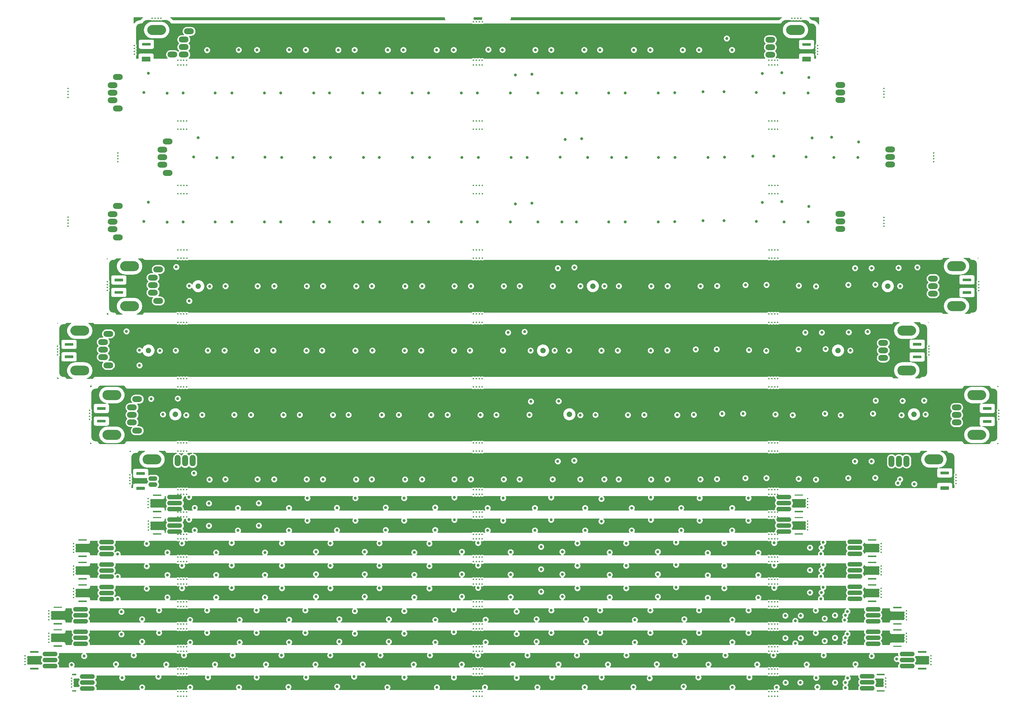
<source format=gbr>
G04 #@! TF.GenerationSoftware,KiCad,Pcbnew,(5.1.0-0)*
G04 #@! TF.CreationDate,2019-04-18T11:47:57-07:00*
G04 #@! TF.ProjectId,Panel2,50616e65-6c32-42e6-9b69-6361645f7063,rev?*
G04 #@! TF.SameCoordinates,Original*
G04 #@! TF.FileFunction,Copper,L3,Inr*
G04 #@! TF.FilePolarity,Positive*
%FSLAX46Y46*%
G04 Gerber Fmt 4.6, Leading zero omitted, Abs format (unit mm)*
G04 Created by KiCad (PCBNEW (5.1.0-0)) date 2019-04-18 11:47:57*
%MOMM*%
%LPD*%
G04 APERTURE LIST*
%ADD10C,0.500000*%
%ADD11O,3.302000X2.032000*%
%ADD12O,5.080000X1.524000*%
%ADD13O,2.032000X3.810000*%
%ADD14O,3.048000X1.524000*%
%ADD15C,1.000000*%
%ADD16C,0.254000*%
G04 APERTURE END LIST*
D10*
X39721201Y-248268822D03*
X39721201Y-247268822D03*
X39721201Y-249268822D03*
X39721201Y-250268822D03*
X24021201Y-240668822D03*
X24021201Y-239668822D03*
X24021201Y-241668822D03*
X24021201Y-242668822D03*
X32071201Y-233068822D03*
X32071201Y-232068822D03*
X32071201Y-234068822D03*
X32071201Y-235068822D03*
X32071201Y-225468822D03*
X32071201Y-224468822D03*
X32071201Y-226468822D03*
X32071201Y-227468822D03*
X40371201Y-217918822D03*
X40371201Y-216918822D03*
X40371201Y-218918822D03*
X40371201Y-219918822D03*
X40371201Y-210268822D03*
X40371201Y-209268822D03*
X40371201Y-211268822D03*
X40371201Y-212268822D03*
X40371201Y-202668822D03*
X40371201Y-201668822D03*
X40371201Y-203668822D03*
X40371201Y-204668822D03*
X65721201Y-195068822D03*
X65721201Y-194068822D03*
X65721201Y-196068822D03*
X65721201Y-197068822D03*
X65671201Y-187468822D03*
X65671201Y-186468822D03*
X65671201Y-188468822D03*
X65671201Y-189468822D03*
X59421201Y-179368822D03*
X59421201Y-178368822D03*
X59421201Y-180368822D03*
X59421201Y-181368822D03*
X45821201Y-157568822D03*
X45821201Y-156568822D03*
X45821201Y-158568822D03*
X45821201Y-159568822D03*
X34971201Y-135768822D03*
X34971201Y-134768822D03*
X34971201Y-136768822D03*
X34971201Y-137768822D03*
X51821201Y-113918822D03*
X51821201Y-112918822D03*
X51821201Y-114918822D03*
X51821201Y-115918822D03*
X38571201Y-92118822D03*
X38571201Y-91118822D03*
X38571201Y-93118822D03*
X38571201Y-94118822D03*
X55371201Y-70318822D03*
X55371201Y-69318822D03*
X55371201Y-71318822D03*
X55371201Y-72318822D03*
X38521201Y-48518822D03*
X38521201Y-47518822D03*
X38521201Y-49518822D03*
X38521201Y-50518822D03*
X60971201Y-33918822D03*
X60971201Y-32918822D03*
X60971201Y-34918822D03*
X60971201Y-35918822D03*
X176718822Y-24878799D03*
X175718822Y-24878799D03*
X177718822Y-24878799D03*
X178718822Y-24878799D03*
X292171201Y-33918822D03*
X292171201Y-32918822D03*
X292171201Y-34918822D03*
X292171201Y-35918822D03*
X314621201Y-48468822D03*
X314621201Y-47468822D03*
X314621201Y-49468822D03*
X314621201Y-50468822D03*
X331471201Y-70318822D03*
X331471201Y-69318822D03*
X331471201Y-71318822D03*
X331471201Y-72318822D03*
X314621201Y-92168822D03*
X314621201Y-91168822D03*
X314621201Y-93168822D03*
X314621201Y-94168822D03*
X346700000Y-115950000D03*
X346700000Y-114950000D03*
X346700000Y-112950000D03*
X346700000Y-113950000D03*
X329850000Y-137750000D03*
X329850000Y-136750000D03*
X329850000Y-134750000D03*
X329850000Y-135750000D03*
X353550000Y-159550000D03*
X353550000Y-158550000D03*
X353550000Y-156550000D03*
X353550000Y-157550000D03*
X339050000Y-181350000D03*
X339050000Y-180350000D03*
X339050000Y-178350000D03*
X339050000Y-179350000D03*
X288850000Y-189450000D03*
X288850000Y-188450000D03*
X288850000Y-186450000D03*
X288850000Y-187450000D03*
X288850000Y-197050000D03*
X288850000Y-196050000D03*
X288850000Y-194050000D03*
X288850000Y-195050000D03*
X313750000Y-204650000D03*
X313750000Y-203650000D03*
X313750000Y-201650000D03*
X313750000Y-202650000D03*
X313750000Y-212250000D03*
X313750000Y-211250000D03*
X313750000Y-209250000D03*
X313750000Y-210250000D03*
X313750000Y-219850000D03*
X313750000Y-218850000D03*
X313750000Y-216850000D03*
X313750000Y-217850000D03*
X322250000Y-227450000D03*
X322250000Y-226450000D03*
X322250000Y-224450000D03*
X322250000Y-225450000D03*
X322250000Y-233050000D03*
X322250000Y-232050000D03*
X322250000Y-234050000D03*
X322250000Y-235050000D03*
X315200000Y-250250000D03*
X315200000Y-249250000D03*
X315200000Y-247250000D03*
X315200000Y-248250000D03*
X330600000Y-240650000D03*
X330600000Y-239650000D03*
X330600000Y-241650000D03*
X330600000Y-242650000D03*
X275700000Y-167550000D03*
X276700000Y-167550000D03*
X278700000Y-167550000D03*
X277700000Y-167550000D03*
X277700000Y-170350000D03*
X278700000Y-170350000D03*
X276700000Y-170350000D03*
X275700000Y-170350000D03*
X75700000Y-167550000D03*
X76700000Y-167550000D03*
X78700000Y-167550000D03*
X77700000Y-167550000D03*
X77700000Y-170350000D03*
X78700000Y-170350000D03*
X76700000Y-170350000D03*
X75700000Y-170350000D03*
X177700000Y-170350000D03*
X178700000Y-170350000D03*
X176700000Y-170350000D03*
X175700000Y-170350000D03*
X175700000Y-167550000D03*
X176700000Y-167550000D03*
X178700000Y-167550000D03*
X177700000Y-167550000D03*
X275700000Y-145750000D03*
X276700000Y-145750000D03*
X278700000Y-145750000D03*
X277700000Y-145750000D03*
X277700000Y-148550000D03*
X278700000Y-148550000D03*
X276700000Y-148550000D03*
X275700000Y-148550000D03*
X75700000Y-145750000D03*
X76700000Y-145750000D03*
X78700000Y-145750000D03*
X77700000Y-145750000D03*
X77700000Y-148550000D03*
X78700000Y-148550000D03*
X76700000Y-148550000D03*
X75700000Y-148550000D03*
X177700000Y-148550000D03*
X178700000Y-148550000D03*
X176700000Y-148550000D03*
X175700000Y-148550000D03*
X175700000Y-145750000D03*
X176700000Y-145750000D03*
X178700000Y-145750000D03*
X177700000Y-145750000D03*
X275700000Y-123900000D03*
X276700000Y-123900000D03*
X278700000Y-123900000D03*
X277700000Y-123900000D03*
X277700000Y-126700000D03*
X278700000Y-126700000D03*
X276700000Y-126700000D03*
X275700000Y-126700000D03*
X75700000Y-123900000D03*
X76700000Y-123900000D03*
X78700000Y-123900000D03*
X77700000Y-123900000D03*
X77700000Y-126700000D03*
X78700000Y-126700000D03*
X76700000Y-126700000D03*
X75700000Y-126700000D03*
X177700000Y-126700000D03*
X178700000Y-126700000D03*
X176700000Y-126700000D03*
X175700000Y-126700000D03*
X175700000Y-123900000D03*
X176700000Y-123900000D03*
X178700000Y-123900000D03*
X177700000Y-123900000D03*
X275750000Y-102150000D03*
X276750000Y-102150000D03*
X278750000Y-102150000D03*
X277750000Y-102150000D03*
X277750000Y-104950000D03*
X278750000Y-104950000D03*
X276750000Y-104950000D03*
X275750000Y-104950000D03*
X75750000Y-102150000D03*
X76750000Y-102150000D03*
X78750000Y-102150000D03*
X77750000Y-102150000D03*
X77750000Y-104950000D03*
X78750000Y-104950000D03*
X76750000Y-104950000D03*
X75750000Y-104950000D03*
X177750000Y-104950000D03*
X178750000Y-104950000D03*
X176750000Y-104950000D03*
X175750000Y-104950000D03*
X175750000Y-102150000D03*
X176750000Y-102150000D03*
X178750000Y-102150000D03*
X177750000Y-102150000D03*
X275750000Y-80350000D03*
X276750000Y-80350000D03*
X278750000Y-80350000D03*
X277750000Y-80350000D03*
X277750000Y-83150000D03*
X278750000Y-83150000D03*
X276750000Y-83150000D03*
X275750000Y-83150000D03*
X75750000Y-80350000D03*
X76750000Y-80350000D03*
X78750000Y-80350000D03*
X77750000Y-80350000D03*
X77750000Y-83150000D03*
X78750000Y-83150000D03*
X76750000Y-83150000D03*
X75750000Y-83150000D03*
X177750000Y-83150000D03*
X178750000Y-83150000D03*
X176750000Y-83150000D03*
X175750000Y-83150000D03*
X175750000Y-80350000D03*
X176750000Y-80350000D03*
X178750000Y-80350000D03*
X177750000Y-80350000D03*
X177700000Y-251800000D03*
X178700000Y-251800000D03*
X176700000Y-251800000D03*
X175700000Y-251800000D03*
X175700000Y-253400000D03*
X176700000Y-253400000D03*
X178700000Y-253400000D03*
X177700000Y-253400000D03*
X275700000Y-253400000D03*
X276700000Y-253400000D03*
X278700000Y-253400000D03*
X277700000Y-253400000D03*
X277700000Y-251800000D03*
X278700000Y-251800000D03*
X276700000Y-251800000D03*
X275700000Y-251800000D03*
X77700000Y-251800000D03*
X78700000Y-251800000D03*
X76700000Y-251800000D03*
X75700000Y-251800000D03*
X75700000Y-253400000D03*
X76700000Y-253400000D03*
X78700000Y-253400000D03*
X77700000Y-253400000D03*
X177700000Y-244200000D03*
X178700000Y-244200000D03*
X176700000Y-244200000D03*
X175700000Y-244200000D03*
X175700000Y-245800000D03*
X176700000Y-245800000D03*
X178700000Y-245800000D03*
X177700000Y-245800000D03*
X275700000Y-245800000D03*
X276700000Y-245800000D03*
X278700000Y-245800000D03*
X277700000Y-245800000D03*
X277700000Y-244200000D03*
X278700000Y-244200000D03*
X276700000Y-244200000D03*
X275700000Y-244200000D03*
X77700000Y-244200000D03*
X78700000Y-244200000D03*
X76700000Y-244200000D03*
X75700000Y-244200000D03*
X75700000Y-245800000D03*
X76700000Y-245800000D03*
X78700000Y-245800000D03*
X77700000Y-245800000D03*
X177700000Y-236600000D03*
X178700000Y-236600000D03*
X176700000Y-236600000D03*
X175700000Y-236600000D03*
X175700000Y-238200000D03*
X176700000Y-238200000D03*
X178700000Y-238200000D03*
X177700000Y-238200000D03*
X275700000Y-238200000D03*
X276700000Y-238200000D03*
X278700000Y-238200000D03*
X277700000Y-238200000D03*
X277700000Y-236600000D03*
X278700000Y-236600000D03*
X276700000Y-236600000D03*
X275700000Y-236600000D03*
X77700000Y-236600000D03*
X78700000Y-236600000D03*
X76700000Y-236600000D03*
X75700000Y-236600000D03*
X75700000Y-238200000D03*
X76700000Y-238200000D03*
X78700000Y-238200000D03*
X77700000Y-238200000D03*
X177700000Y-228900000D03*
X178700000Y-228900000D03*
X176700000Y-228900000D03*
X175700000Y-228900000D03*
X175700000Y-230500000D03*
X176700000Y-230500000D03*
X178700000Y-230500000D03*
X177700000Y-230500000D03*
X275700000Y-230500000D03*
X276700000Y-230500000D03*
X278700000Y-230500000D03*
X277700000Y-230500000D03*
X277700000Y-228900000D03*
X278700000Y-228900000D03*
X276700000Y-228900000D03*
X275700000Y-228900000D03*
X77700000Y-228900000D03*
X78700000Y-228900000D03*
X76700000Y-228900000D03*
X75700000Y-228900000D03*
X75700000Y-230500000D03*
X76700000Y-230500000D03*
X78700000Y-230500000D03*
X77700000Y-230500000D03*
X177700000Y-221400000D03*
X178700000Y-221400000D03*
X176700000Y-221400000D03*
X175700000Y-221400000D03*
X175700000Y-223000000D03*
X176700000Y-223000000D03*
X178700000Y-223000000D03*
X177700000Y-223000000D03*
X275700000Y-223000000D03*
X276700000Y-223000000D03*
X278700000Y-223000000D03*
X277700000Y-223000000D03*
X277700000Y-221400000D03*
X278700000Y-221400000D03*
X276700000Y-221400000D03*
X275700000Y-221400000D03*
X77700000Y-221400000D03*
X78700000Y-221400000D03*
X76700000Y-221400000D03*
X75700000Y-221400000D03*
X75700000Y-223000000D03*
X76700000Y-223000000D03*
X78700000Y-223000000D03*
X77700000Y-223000000D03*
X177700000Y-213800000D03*
X178700000Y-213800000D03*
X176700000Y-213800000D03*
X175700000Y-213800000D03*
X175700000Y-215400000D03*
X176700000Y-215400000D03*
X178700000Y-215400000D03*
X177700000Y-215400000D03*
X275700000Y-215400000D03*
X276700000Y-215400000D03*
X278700000Y-215400000D03*
X277700000Y-215400000D03*
X277700000Y-213800000D03*
X278700000Y-213800000D03*
X276700000Y-213800000D03*
X275700000Y-213800000D03*
X77700000Y-213800000D03*
X78700000Y-213800000D03*
X76700000Y-213800000D03*
X75700000Y-213800000D03*
X75700000Y-215400000D03*
X76700000Y-215400000D03*
X78700000Y-215400000D03*
X77700000Y-215400000D03*
X177700000Y-206200000D03*
X178700000Y-206200000D03*
X176700000Y-206200000D03*
X175700000Y-206200000D03*
X175700000Y-207800000D03*
X176700000Y-207800000D03*
X178700000Y-207800000D03*
X177700000Y-207800000D03*
X275700000Y-207800000D03*
X276700000Y-207800000D03*
X278700000Y-207800000D03*
X277700000Y-207800000D03*
X277700000Y-206200000D03*
X278700000Y-206200000D03*
X276700000Y-206200000D03*
X275700000Y-206200000D03*
X77700000Y-206200000D03*
X78700000Y-206200000D03*
X76700000Y-206200000D03*
X75700000Y-206200000D03*
X75700000Y-207800000D03*
X76700000Y-207800000D03*
X78700000Y-207800000D03*
X77700000Y-207800000D03*
X177700000Y-198500000D03*
X178700000Y-198500000D03*
X176700000Y-198500000D03*
X175700000Y-198500000D03*
X175700000Y-200100000D03*
X176700000Y-200100000D03*
X178700000Y-200100000D03*
X177700000Y-200100000D03*
X275700000Y-200100000D03*
X276700000Y-200100000D03*
X278700000Y-200100000D03*
X277700000Y-200100000D03*
X277700000Y-198500000D03*
X278700000Y-198500000D03*
X276700000Y-198500000D03*
X275700000Y-198500000D03*
X77700000Y-198500000D03*
X78700000Y-198500000D03*
X76700000Y-198500000D03*
X75700000Y-198500000D03*
X75700000Y-200100000D03*
X76700000Y-200100000D03*
X78700000Y-200100000D03*
X77700000Y-200100000D03*
X177700000Y-191000000D03*
X178700000Y-191000000D03*
X176700000Y-191000000D03*
X175700000Y-191000000D03*
X175700000Y-192600000D03*
X176700000Y-192600000D03*
X178700000Y-192600000D03*
X177700000Y-192600000D03*
X275700000Y-192600000D03*
X276700000Y-192600000D03*
X278700000Y-192600000D03*
X277700000Y-192600000D03*
X277700000Y-191000000D03*
X278700000Y-191000000D03*
X276700000Y-191000000D03*
X275700000Y-191000000D03*
X77700000Y-191000000D03*
X78700000Y-191000000D03*
X76700000Y-191000000D03*
X75700000Y-191000000D03*
X75700000Y-192600000D03*
X76700000Y-192600000D03*
X78700000Y-192600000D03*
X77700000Y-192600000D03*
X177700000Y-183400000D03*
X178700000Y-183400000D03*
X176700000Y-183400000D03*
X175700000Y-183400000D03*
X175700000Y-185000000D03*
X176700000Y-185000000D03*
X178700000Y-185000000D03*
X177700000Y-185000000D03*
X275700000Y-185000000D03*
X276700000Y-185000000D03*
X278700000Y-185000000D03*
X277700000Y-185000000D03*
X277700000Y-183400000D03*
X278700000Y-183400000D03*
X276700000Y-183400000D03*
X275700000Y-183400000D03*
X77700000Y-183400000D03*
X78700000Y-183400000D03*
X76700000Y-183400000D03*
X75700000Y-183400000D03*
X75700000Y-185000000D03*
X76700000Y-185000000D03*
X78700000Y-185000000D03*
X77700000Y-185000000D03*
X177700000Y-58500000D03*
X178700000Y-58500000D03*
X176700000Y-58500000D03*
X175700000Y-58500000D03*
X175700000Y-61300000D03*
X176700000Y-61300000D03*
X178700000Y-61300000D03*
X177700000Y-61300000D03*
X275700000Y-61300000D03*
X276700000Y-61300000D03*
X278700000Y-61300000D03*
X277700000Y-61300000D03*
X277700000Y-58500000D03*
X278700000Y-58500000D03*
X276700000Y-58500000D03*
X275700000Y-58500000D03*
X77700000Y-58500000D03*
X78700000Y-58500000D03*
X76700000Y-58500000D03*
X75700000Y-58500000D03*
X75700000Y-61300000D03*
X76700000Y-61300000D03*
X78700000Y-61300000D03*
X77700000Y-61300000D03*
X75700000Y-37900000D03*
X76700000Y-37900000D03*
X78700000Y-37900000D03*
X77700000Y-37900000D03*
X77700000Y-39500000D03*
X78700000Y-39500000D03*
X76700000Y-39500000D03*
X75700000Y-39500000D03*
X175700000Y-37900000D03*
X176700000Y-37900000D03*
X178700000Y-37900000D03*
X177700000Y-37900000D03*
X177700000Y-39500000D03*
X178700000Y-39500000D03*
X176700000Y-39500000D03*
X175700000Y-39500000D03*
X275700000Y-37900000D03*
X276700000Y-37900000D03*
X278700000Y-37900000D03*
X277700000Y-37900000D03*
X277700000Y-39500000D03*
X278700000Y-39500000D03*
X276700000Y-39500000D03*
X275700000Y-39500000D03*
X285500000Y-23700000D03*
X286500000Y-23700000D03*
X284500000Y-23700000D03*
X283500000Y-23700000D03*
X67000000Y-23700000D03*
X68000000Y-23700000D03*
X70000000Y-23700000D03*
X69000000Y-23700000D03*
D11*
X73868000Y-35997000D03*
X79456000Y-28123000D03*
X77678000Y-35997000D03*
X77678000Y-33457000D03*
X77678000Y-30917000D03*
X276178000Y-36037000D03*
X276178000Y-33497000D03*
X276178000Y-30957000D03*
X60152000Y-155518000D03*
X60152000Y-158058000D03*
X60152000Y-160598000D03*
X61930000Y-152724000D03*
X61930000Y-163392000D03*
X339252000Y-155552000D03*
X339252000Y-158092000D03*
X339252000Y-160632000D03*
D12*
X45090540Y-246737780D03*
X45090540Y-248769780D03*
X45090540Y-250801780D03*
X308994000Y-246593000D03*
X308994000Y-248625000D03*
X308994000Y-250657000D03*
X32413000Y-243192000D03*
X32413000Y-241160000D03*
X32413000Y-239128000D03*
X322481000Y-243192000D03*
X322481000Y-241160000D03*
X322481000Y-239128000D03*
X310982140Y-231540880D03*
X310982140Y-233572880D03*
X310982140Y-235604880D03*
X42808920Y-231556520D03*
X42808920Y-233588520D03*
X42808920Y-235620520D03*
X310982140Y-223939880D03*
X310982140Y-225971880D03*
X310982140Y-228003880D03*
X42808920Y-223955520D03*
X42808920Y-225987520D03*
X42808920Y-228019520D03*
X51565920Y-216379120D03*
X51565920Y-218411120D03*
X51565920Y-220443120D03*
X304818060Y-216310540D03*
X304818060Y-218342540D03*
X304818060Y-220374540D03*
X51565920Y-208779120D03*
X51565920Y-210811120D03*
X51565920Y-212843120D03*
X304818060Y-208710540D03*
X304818060Y-210742540D03*
X304818060Y-212774540D03*
X51565920Y-201179120D03*
X51565920Y-203211120D03*
X51565920Y-205243120D03*
X304818060Y-201110540D03*
X304818060Y-203142540D03*
X304818060Y-205174540D03*
X74635000Y-193508400D03*
X74635000Y-195540400D03*
X74635000Y-197572400D03*
X280781400Y-193536400D03*
X280781400Y-195568400D03*
X280781400Y-197600400D03*
X74635000Y-185909400D03*
X74635000Y-187941400D03*
X74635000Y-189973400D03*
X280781400Y-185937400D03*
X280781400Y-187969400D03*
X280781400Y-190001400D03*
D11*
X50398000Y-133390000D03*
X50398000Y-135930000D03*
X50398000Y-138470000D03*
X52176000Y-130596000D03*
X52176000Y-141264000D03*
X314398000Y-133690000D03*
X314398000Y-136230000D03*
X314398000Y-138770000D03*
X67245000Y-111578000D03*
X67245000Y-114118000D03*
X67245000Y-116658000D03*
X69023000Y-108784000D03*
X69023000Y-119452000D03*
X331245000Y-111878000D03*
X331245000Y-114418000D03*
X331245000Y-116958000D03*
X53613000Y-46384000D03*
X53613000Y-48924000D03*
X53613000Y-51464000D03*
X55391000Y-43590000D03*
X55391000Y-54258000D03*
X299913000Y-46324000D03*
X299913000Y-48864000D03*
X299913000Y-51404000D03*
X299913000Y-95073000D03*
X299913000Y-92533000D03*
X299913000Y-89993000D03*
X55391000Y-97927000D03*
X55391000Y-87259000D03*
X53613000Y-95133000D03*
X53613000Y-92593000D03*
X53613000Y-90053000D03*
X316760000Y-73217000D03*
X316760000Y-70677000D03*
X316760000Y-68137000D03*
X72238000Y-76071000D03*
X72238000Y-65403000D03*
X70460000Y-73277000D03*
X70460000Y-70737000D03*
X70460000Y-68197000D03*
D13*
X322292189Y-173777543D03*
X319752189Y-173777543D03*
X317212189Y-173777543D03*
X75612189Y-173577543D03*
X78152189Y-173577543D03*
X80692189Y-173577543D03*
D14*
X67262189Y-181659543D03*
X67262189Y-179627543D03*
D15*
X290370000Y-64249000D03*
X243855806Y-92609940D03*
X210581800Y-92673440D03*
X143862800Y-70817440D03*
X110842800Y-70817440D03*
X227091800Y-92673440D03*
X177390800Y-70817440D03*
X160880800Y-70817440D03*
X127352800Y-70817440D03*
X177053800Y-92673440D03*
X227428800Y-70817440D03*
X243938800Y-70817440D03*
X193900800Y-70817440D03*
X160543800Y-92673440D03*
X94332800Y-70817440D03*
X277416000Y-70398340D03*
X260702806Y-70753940D03*
X144033800Y-92673440D03*
X214426540Y-70822520D03*
X212394540Y-64472520D03*
X81074000Y-70652340D03*
X110505800Y-92673440D03*
X121841000Y-70830140D03*
X296974000Y-63995000D03*
X297736000Y-70853000D03*
X127015800Y-92673440D03*
X171828200Y-70830140D03*
X155140400Y-70855540D03*
X138579600Y-70855540D03*
X93995800Y-92673440D03*
X238401600Y-70855540D03*
X205076800Y-70804740D03*
X188516000Y-70830140D03*
X306060000Y-65577000D03*
X288338000Y-70652340D03*
X270304000Y-70423740D03*
X255089400Y-70830140D03*
X82560000Y-64177000D03*
X206806540Y-64726520D03*
X88948000Y-70906340D03*
X105204000Y-70804740D03*
X222554540Y-70822520D03*
X305864000Y-70853000D03*
X58298000Y-129770000D03*
X303268540Y-136258400D03*
X288028540Y-130162400D03*
X203192540Y-136258400D03*
X187444540Y-130162400D03*
X302737680Y-130078580D03*
X69586000Y-136342220D03*
X85842000Y-136240620D03*
X285740000Y-135834220D03*
X268976000Y-136088220D03*
X250942000Y-135859620D03*
X235727400Y-136266020D03*
X219039600Y-136291420D03*
X185714800Y-136240620D03*
X169154000Y-136266020D03*
X152466200Y-136266020D03*
X135778400Y-136291420D03*
X119217600Y-136291420D03*
X102479000Y-136266020D03*
X62698000Y-136170000D03*
X62698000Y-141270000D03*
X293616540Y-130162400D03*
X124500800Y-136253320D03*
X141518800Y-136253320D03*
X91480800Y-136253320D03*
X107990800Y-136253320D03*
X294886540Y-135750394D03*
X309110540Y-129908400D03*
X195064540Y-136258400D03*
X258054000Y-135834220D03*
X193032540Y-129908400D03*
X241340806Y-136189820D03*
X74970800Y-136253320D03*
X208066800Y-136253320D03*
X274818000Y-136342220D03*
X158028800Y-136253320D03*
X174538800Y-136253320D03*
X224576800Y-136253320D03*
X75145000Y-107958000D03*
X320115540Y-114446400D03*
X304875540Y-108350400D03*
X220039540Y-114446400D03*
X204291540Y-108350400D03*
X319584680Y-108266580D03*
X86433000Y-114530220D03*
X102689000Y-114428620D03*
X302587000Y-114022220D03*
X285823000Y-114276220D03*
X267789000Y-114047620D03*
X252574400Y-114454020D03*
X235886600Y-114479420D03*
X202561800Y-114428620D03*
X186001000Y-114454020D03*
X169313200Y-114454020D03*
X152625400Y-114479420D03*
X136064600Y-114479420D03*
X119326000Y-114454020D03*
X79545000Y-114358000D03*
X79545000Y-119458000D03*
X310463540Y-108350400D03*
X141347800Y-114441320D03*
X158365800Y-114441320D03*
X108327800Y-114441320D03*
X124837800Y-114441320D03*
X311733540Y-113938394D03*
X325957540Y-108096400D03*
X211911540Y-114446400D03*
X274901000Y-114022220D03*
X209879540Y-108096400D03*
X258187806Y-114377820D03*
X91817800Y-114441320D03*
X224913800Y-114441320D03*
X291665000Y-114530220D03*
X174875800Y-114441320D03*
X191385800Y-114441320D03*
X241423800Y-114441320D03*
X289213000Y-87433000D03*
X65713000Y-86033000D03*
X289017000Y-92709000D03*
X273523000Y-86105000D03*
X205707540Y-92678520D03*
X189959540Y-86582520D03*
X72101000Y-92762340D03*
X88357000Y-92660740D03*
X271491000Y-92508340D03*
X253457000Y-92279740D03*
X238242400Y-92686140D03*
X221554600Y-92711540D03*
X188229800Y-92660740D03*
X171669000Y-92686140D03*
X154981200Y-92686140D03*
X138293400Y-92711540D03*
X121732600Y-92711540D03*
X104994000Y-92686140D03*
X280127000Y-85851000D03*
X280889000Y-92709000D03*
X197579540Y-92678520D03*
X195547540Y-86328520D03*
X64227000Y-92508340D03*
X77485800Y-92673440D03*
X260569000Y-92254340D03*
X324912189Y-181477543D03*
X319362189Y-181177543D03*
X220004189Y-179883543D03*
X204256189Y-173787543D03*
X320080189Y-179883543D03*
X304840189Y-173787543D03*
X86397649Y-179967363D03*
X102653649Y-179865763D03*
X302551649Y-179459363D03*
X285787649Y-179713363D03*
X152590049Y-179916563D03*
X267753649Y-179484763D03*
X235851249Y-179916563D03*
X169277849Y-179891163D03*
X185965649Y-179891163D03*
X202526449Y-179865763D03*
X252539049Y-179891163D03*
X136029249Y-179916563D03*
X119290649Y-179891163D03*
X209844189Y-173533543D03*
X91782449Y-179878463D03*
X274865649Y-179459363D03*
X291629649Y-179967363D03*
X258152455Y-179814963D03*
X224878449Y-179878463D03*
X241388449Y-179878463D03*
X191350449Y-179878463D03*
X174840449Y-179878463D03*
X108292449Y-179878463D03*
X141312449Y-179878463D03*
X124802449Y-179878463D03*
X158330449Y-179878463D03*
X211876189Y-179883543D03*
X81162189Y-177827543D03*
X310428189Y-173787543D03*
X311698189Y-179375537D03*
X268779000Y-186264000D03*
X119529000Y-186264000D03*
X235779000Y-186014000D03*
X185779000Y-186264000D03*
X103083000Y-187979500D03*
X79461000Y-185912000D03*
X252279000Y-186264000D03*
X152279000Y-186264000D03*
X135779000Y-186264000D03*
X219029000Y-186514000D03*
X169279002Y-186014000D03*
X202029000Y-186014000D03*
X86192000Y-188043000D03*
X162778996Y-189463990D03*
X129529000Y-189536973D03*
X146029000Y-189463990D03*
X229279000Y-189616561D03*
X180529000Y-189616547D03*
X213529000Y-189616559D03*
X263279000Y-189616565D03*
X96029000Y-189616561D03*
X113279000Y-189616563D03*
X196529000Y-189616563D03*
X246029000Y-189616557D03*
X81393740Y-189569340D03*
X268779000Y-193863000D03*
X119529000Y-193863000D03*
X235779000Y-193613000D03*
X185779000Y-193863000D03*
X103083000Y-195578500D03*
X79461000Y-193511000D03*
X252279000Y-193863000D03*
X152279000Y-193863000D03*
X135779000Y-193863000D03*
X219029000Y-194113000D03*
X169279002Y-193613000D03*
X202029000Y-193613000D03*
X86192000Y-195642000D03*
X162778996Y-197062990D03*
X129529000Y-197135973D03*
X146029000Y-197062990D03*
X229279000Y-197215561D03*
X180529000Y-197215547D03*
X213529000Y-197215559D03*
X263279000Y-197215565D03*
X96029000Y-197215561D03*
X113279000Y-197215563D03*
X196529000Y-197215563D03*
X246029000Y-197215557D03*
X81393740Y-197168340D03*
X110913000Y-201546000D03*
X127313000Y-201546000D03*
X143913000Y-201546000D03*
X77112998Y-201546000D03*
X160813000Y-201646000D03*
X177313000Y-201446000D03*
X198613000Y-202746000D03*
X210913000Y-201546000D03*
X227413000Y-201546000D03*
X244313000Y-201246000D03*
X260612998Y-201546000D03*
X277513000Y-201446000D03*
X294113000Y-201246000D03*
X65163000Y-201696000D03*
X93913000Y-201446000D03*
X55313000Y-205245996D03*
X155713000Y-204646004D03*
X138913000Y-204446000D03*
X122413000Y-204446000D03*
X171813000Y-204446000D03*
X188313000Y-204546000D03*
X205813000Y-204446000D03*
X221813000Y-204646000D03*
X238113000Y-204446000D03*
X255013000Y-204815924D03*
X272113000Y-204765391D03*
X293313000Y-205146000D03*
X72162992Y-204696000D03*
X88663000Y-204696000D03*
X105163000Y-204696000D03*
X289613004Y-203046000D03*
X293513000Y-203046000D03*
X110913000Y-209146000D03*
X127313000Y-209146000D03*
X143913000Y-209146000D03*
X77112998Y-209146000D03*
X160813000Y-209246000D03*
X177313000Y-209046000D03*
X198613000Y-210346000D03*
X210913000Y-209146000D03*
X227413000Y-209146000D03*
X244313000Y-208846000D03*
X260612998Y-209146000D03*
X277513000Y-209046000D03*
X294113000Y-208846000D03*
X65163000Y-209296000D03*
X93913000Y-209046000D03*
X55313000Y-212845996D03*
X155713000Y-212246004D03*
X138913000Y-212046000D03*
X122413000Y-212046000D03*
X171813000Y-212046000D03*
X188313000Y-212146000D03*
X205813000Y-212046000D03*
X221813000Y-212246000D03*
X238113000Y-212046000D03*
X255013000Y-212415924D03*
X272113000Y-212365391D03*
X293313000Y-212746000D03*
X72162992Y-212296000D03*
X88663000Y-212296000D03*
X105163000Y-212296000D03*
X289613004Y-210646000D03*
X293513000Y-210646000D03*
X110913000Y-216746000D03*
X127313000Y-216746000D03*
X143913000Y-216746000D03*
X77112998Y-216746000D03*
X160813000Y-216846000D03*
X177313000Y-216646000D03*
X198613000Y-217946000D03*
X210913000Y-216746000D03*
X227413000Y-216746000D03*
X244313000Y-216446000D03*
X260612998Y-216746000D03*
X277513000Y-216646000D03*
X294113000Y-216446000D03*
X65163000Y-216896000D03*
X93913000Y-216646000D03*
X55313000Y-220445996D03*
X155713000Y-219846004D03*
X138913000Y-219646000D03*
X122413000Y-219646000D03*
X171813000Y-219646000D03*
X188313000Y-219746000D03*
X205813000Y-219646000D03*
X221813000Y-219846000D03*
X238113000Y-219646000D03*
X255013000Y-220015924D03*
X272113000Y-219965391D03*
X293313000Y-220346000D03*
X72162992Y-219896000D03*
X88663000Y-219896000D03*
X105163000Y-219896000D03*
X289613004Y-218246000D03*
X293513000Y-218246000D03*
X291572000Y-224316158D03*
X302281000Y-224673000D03*
X69331000Y-224273000D03*
X85581000Y-224273000D03*
X102330998Y-224273000D03*
X118831000Y-224273000D03*
X135581000Y-224523000D03*
X152331000Y-224523000D03*
X169081000Y-224023000D03*
X190331000Y-224673010D03*
X202081000Y-224273000D03*
X218581000Y-224273000D03*
X235581000Y-224273000D03*
X252081000Y-224273000D03*
X268831000Y-224273006D03*
X56581000Y-224773000D03*
X294581000Y-227066087D03*
X284661627Y-227843205D03*
X301381000Y-227573000D03*
X63581000Y-227273000D03*
X79831000Y-227523000D03*
X96581000Y-227523000D03*
X130331000Y-227273000D03*
X147081000Y-227273000D03*
X162831000Y-227523000D03*
X197081000Y-227273000D03*
X213831000Y-227273000D03*
X230331000Y-227523000D03*
X247081000Y-227273000D03*
X113331000Y-227472990D03*
X179831000Y-227472990D03*
X263331000Y-227472990D03*
X281281000Y-226073000D03*
X286461639Y-226073000D03*
X301581000Y-225972996D03*
X298081004Y-225973000D03*
X291572000Y-231917158D03*
X302281000Y-232274000D03*
X69331000Y-231874000D03*
X85581000Y-231874000D03*
X102330998Y-231874000D03*
X118831000Y-231874000D03*
X135581000Y-232124000D03*
X152331000Y-232124000D03*
X169081000Y-231624000D03*
X190331000Y-232274010D03*
X202081000Y-231874000D03*
X218581000Y-231874000D03*
X235581000Y-231874000D03*
X252081000Y-231874000D03*
X268831000Y-231874006D03*
X56581000Y-232374000D03*
X294581000Y-234667087D03*
X284661627Y-235444205D03*
X301381000Y-235174000D03*
X63581000Y-234874000D03*
X79831000Y-235124000D03*
X96581000Y-235124000D03*
X130331000Y-234874000D03*
X147081000Y-234874000D03*
X162831000Y-235124000D03*
X197081000Y-234874000D03*
X213831000Y-234874000D03*
X230331000Y-235124000D03*
X247081000Y-234874000D03*
X113331000Y-235073990D03*
X179831000Y-235073990D03*
X263331000Y-235073990D03*
X281281000Y-233674000D03*
X286461639Y-233674000D03*
X301581000Y-233573996D03*
X298081004Y-233574000D03*
X277247000Y-239520006D03*
X260997000Y-239520000D03*
X60746996Y-239520000D03*
X39730540Y-242767620D03*
X294247000Y-239520000D03*
X310497000Y-239770000D03*
X318997000Y-240770000D03*
X210747000Y-239520000D03*
X71747000Y-242619990D03*
X138247000Y-242619990D03*
X237747000Y-242520000D03*
X288497000Y-242619990D03*
X88247000Y-242619990D03*
X188997000Y-242619990D03*
X304997000Y-242520000D03*
X105497000Y-242619990D03*
X94247000Y-239520000D03*
X43997000Y-239770000D03*
X77747000Y-239520000D03*
X144247000Y-239520000D03*
X127246998Y-239520000D03*
X177247000Y-239520000D03*
X227497000Y-239520000D03*
X110747000Y-239520000D03*
X155497000Y-242619990D03*
X171747000Y-242619990D03*
X255247000Y-242619990D03*
X193997000Y-239520000D03*
X243997008Y-239520000D03*
X160997000Y-239520000D03*
X221247000Y-242619990D03*
X271747000Y-242619990D03*
X204497000Y-242619990D03*
X122247000Y-242619990D03*
X54747000Y-242520000D03*
X291722000Y-247117060D03*
X56854000Y-247117062D03*
X69104000Y-246743000D03*
X85854000Y-246993002D03*
X102354000Y-246993004D03*
X119104000Y-246993000D03*
X135354000Y-246743000D03*
X152354000Y-246993000D03*
X169104000Y-246993000D03*
X190354000Y-247117062D03*
X202354000Y-246993000D03*
X219104000Y-246993000D03*
X235354000Y-247243000D03*
X251854000Y-246993000D03*
X269104000Y-246993000D03*
X302354000Y-247243000D03*
X113104000Y-250243000D03*
X229854000Y-250243008D03*
X292104000Y-250243000D03*
X301604000Y-250493000D03*
X63604000Y-250342990D03*
X246854000Y-250092990D03*
X263354000Y-250342990D03*
X278354000Y-250342990D03*
X163354000Y-250369006D03*
X197354000Y-250342990D03*
X213354000Y-250318800D03*
X129604000Y-250092990D03*
X179604000Y-250351787D03*
X79854000Y-250342990D03*
X96354000Y-250342990D03*
X146604000Y-250342990D03*
X281354000Y-248743000D03*
X286354000Y-248743000D03*
X298104000Y-248743000D03*
X301615408Y-248731600D03*
X100434800Y-158065100D03*
X133454800Y-158065100D03*
X116944800Y-158065100D03*
X150472800Y-158065100D03*
X166982800Y-158065100D03*
X183492800Y-158065100D03*
X233530800Y-158065100D03*
X217020800Y-158065100D03*
X250294806Y-158001600D03*
X283772000Y-158154000D03*
X300028000Y-158154000D03*
X267008000Y-157646000D03*
X320602000Y-158154000D03*
X83924800Y-158065100D03*
X70666000Y-157900000D03*
X204552000Y-153418000D03*
X320952000Y-153318000D03*
X75652000Y-152518000D03*
X111433000Y-158077800D03*
X128171600Y-158103200D03*
X144732400Y-158103200D03*
X161420200Y-158077800D03*
X178108000Y-158077800D03*
X194668800Y-158052400D03*
X227993600Y-158103200D03*
X244681400Y-158077800D03*
X259896000Y-157671400D03*
X277930000Y-157900000D03*
X294694000Y-157646000D03*
X310950000Y-157646000D03*
X211890000Y-158154000D03*
X328730000Y-157900000D03*
X94796000Y-158052400D03*
X78540000Y-158154000D03*
X195152000Y-153518000D03*
X311852000Y-153218000D03*
X328252000Y-153218000D03*
X66652000Y-152618000D03*
X85591000Y-34476000D03*
X102482000Y-34412500D03*
X118992000Y-34412500D03*
X152012000Y-34412500D03*
X135502000Y-34412500D03*
X169030000Y-34412500D03*
X185540000Y-34412500D03*
X218560000Y-34412500D03*
X202050000Y-34412500D03*
X252088000Y-34412500D03*
X235578000Y-34412500D03*
X96286940Y-34402340D03*
X229990000Y-34425200D03*
X213226000Y-34399800D03*
X261456000Y-30539000D03*
X180778000Y-34297000D03*
X196665200Y-34425200D03*
X163289600Y-34450600D03*
X146728800Y-34450600D03*
X113353200Y-34399800D03*
X129990200Y-34425200D03*
X246550800Y-34450600D03*
X263238600Y-34425200D03*
X280127000Y-42182000D03*
X280889000Y-49040000D03*
X197579540Y-49009520D03*
X195547540Y-42659520D03*
X64227000Y-48839340D03*
X77485800Y-49004440D03*
X260569000Y-48585340D03*
X243855806Y-48940940D03*
X210581800Y-49004440D03*
X227091800Y-49004440D03*
X177053800Y-49004440D03*
X160543800Y-49004440D03*
X144033800Y-49004440D03*
X110505800Y-49004440D03*
X127015800Y-49004440D03*
X93995800Y-49004440D03*
X289213000Y-43764000D03*
X65713000Y-42364000D03*
X289017000Y-49040000D03*
X273523000Y-42436000D03*
X205707540Y-49009520D03*
X189959540Y-42913520D03*
X72101000Y-49093340D03*
X88357000Y-48991740D03*
X271491000Y-48839340D03*
X253457000Y-48610740D03*
X238242400Y-49017140D03*
X221554600Y-49042540D03*
X188229800Y-48991740D03*
X171669000Y-49017140D03*
X154981200Y-49017140D03*
X138293400Y-49042540D03*
X121732600Y-49042540D03*
X104994000Y-49017140D03*
D16*
G36*
X52057991Y-123930650D02*
G01*
X51772000Y-123930892D01*
X51772000Y-123644827D01*
X52057991Y-123930650D01*
X52057991Y-123930650D01*
G37*
X52057991Y-123930650D02*
X51772000Y-123930892D01*
X51772000Y-123644827D01*
X52057991Y-123930650D01*
G36*
X343658498Y-105052120D02*
G01*
X343726707Y-105186863D01*
X343728939Y-105194223D01*
X343757141Y-105246985D01*
X343768898Y-105270211D01*
X343773002Y-105276659D01*
X343792546Y-105313224D01*
X343809147Y-105333452D01*
X343823193Y-105355522D01*
X343851846Y-105385480D01*
X343878147Y-105417528D01*
X343898374Y-105434128D01*
X343916457Y-105453035D01*
X343950400Y-105476825D01*
X343982451Y-105503129D01*
X344005530Y-105515465D01*
X344026953Y-105530480D01*
X344064886Y-105547191D01*
X344101452Y-105566736D01*
X344126494Y-105574333D01*
X344150434Y-105584879D01*
X344190898Y-105593869D01*
X344230575Y-105605905D01*
X344256614Y-105608470D01*
X344282154Y-105614144D01*
X344323594Y-105615067D01*
X344331211Y-105615817D01*
X344357283Y-105615817D01*
X344417054Y-105617148D01*
X344424622Y-105615817D01*
X344625764Y-105615817D01*
X345082945Y-105688437D01*
X345448386Y-105874128D01*
X345736781Y-106162693D01*
X345922375Y-106526590D01*
X345993800Y-106983967D01*
X345993799Y-112397531D01*
X345991903Y-112416785D01*
X345915723Y-112530795D01*
X345849010Y-112691855D01*
X345815000Y-112862835D01*
X345815000Y-113037165D01*
X345849010Y-113208145D01*
X345915723Y-113369205D01*
X345969709Y-113450000D01*
X345915723Y-113530795D01*
X345849010Y-113691855D01*
X345815000Y-113862835D01*
X345815000Y-114037165D01*
X345849010Y-114208145D01*
X345915723Y-114369205D01*
X345969709Y-114450000D01*
X345915723Y-114530795D01*
X345849010Y-114691855D01*
X345815000Y-114862835D01*
X345815000Y-115037165D01*
X345849010Y-115208145D01*
X345915723Y-115369205D01*
X345969709Y-115450000D01*
X345915723Y-115530795D01*
X345849010Y-115691855D01*
X345815000Y-115862835D01*
X345815000Y-116037165D01*
X345849010Y-116208145D01*
X345915723Y-116369205D01*
X345993800Y-116486055D01*
X345993799Y-121877864D01*
X345922375Y-122335219D01*
X345736781Y-122699117D01*
X345448386Y-122987682D01*
X345082934Y-123173379D01*
X344625755Y-123246014D01*
X344424622Y-123246014D01*
X344417054Y-123244683D01*
X344357283Y-123246014D01*
X344331211Y-123246014D01*
X344323594Y-123246764D01*
X344282154Y-123247687D01*
X344256614Y-123253361D01*
X344230575Y-123255926D01*
X344190898Y-123267962D01*
X344150434Y-123276952D01*
X344126494Y-123287498D01*
X344101452Y-123295095D01*
X344064886Y-123314640D01*
X344026953Y-123331351D01*
X344005530Y-123346366D01*
X343982451Y-123358702D01*
X343950400Y-123385006D01*
X343916457Y-123408796D01*
X343898374Y-123427703D01*
X343878147Y-123444303D01*
X343851846Y-123476351D01*
X343823193Y-123506309D01*
X343809147Y-123528379D01*
X343792546Y-123548607D01*
X343773002Y-123585172D01*
X343768898Y-123591620D01*
X343757141Y-123614846D01*
X343728939Y-123667608D01*
X343726707Y-123674968D01*
X343722400Y-123683477D01*
X342164395Y-123684797D01*
X342256797Y-123637813D01*
X342263564Y-123635760D01*
X342316827Y-123607289D01*
X342340612Y-123595195D01*
X342346546Y-123591403D01*
X342382563Y-123572151D01*
X342403259Y-123555165D01*
X342425824Y-123540747D01*
X342455294Y-123512460D01*
X342460731Y-123507997D01*
X342479575Y-123489153D01*
X342523169Y-123447307D01*
X342527220Y-123441506D01*
X342939114Y-123029594D01*
X342944305Y-123025986D01*
X342986730Y-122981976D01*
X343006130Y-122962575D01*
X343010126Y-122957706D01*
X343037951Y-122928841D01*
X343052816Y-122905686D01*
X343070280Y-122884405D01*
X343089185Y-122849033D01*
X343092581Y-122843744D01*
X343105045Y-122819360D01*
X343133884Y-122765403D01*
X343135720Y-122759349D01*
X343400723Y-122240916D01*
X343405327Y-122234819D01*
X343431367Y-122180967D01*
X343443260Y-122157700D01*
X343446045Y-122150612D01*
X343464066Y-122113343D01*
X343470651Y-122087982D01*
X343480238Y-122063581D01*
X343487572Y-122022816D01*
X343489481Y-122015465D01*
X343493527Y-121989718D01*
X343504131Y-121930780D01*
X343503991Y-121923134D01*
X343594364Y-121348053D01*
X343596321Y-121342432D01*
X343604828Y-121281471D01*
X343609137Y-121254048D01*
X343609478Y-121248143D01*
X343614969Y-121208793D01*
X343613360Y-121180943D01*
X343614969Y-121153093D01*
X343609478Y-121113747D01*
X343609137Y-121107839D01*
X343604824Y-121080395D01*
X343596320Y-121019455D01*
X343594364Y-121013837D01*
X343503990Y-120438765D01*
X343504130Y-120431121D01*
X343493534Y-120372232D01*
X343489481Y-120346442D01*
X343487568Y-120339075D01*
X343480235Y-120298321D01*
X343470652Y-120273930D01*
X343464065Y-120248565D01*
X343446037Y-120211283D01*
X343443255Y-120204202D01*
X343431379Y-120180968D01*
X343405325Y-120127089D01*
X343400717Y-120120987D01*
X343135759Y-119602657D01*
X343133952Y-119596695D01*
X343105089Y-119542659D01*
X343092576Y-119518180D01*
X343089230Y-119512968D01*
X343070379Y-119477676D01*
X343052860Y-119456316D01*
X343037945Y-119433085D01*
X343010188Y-119404292D01*
X343006249Y-119399489D01*
X342986772Y-119380001D01*
X342944297Y-119335940D01*
X342939184Y-119332386D01*
X342527196Y-118920168D01*
X342523034Y-118914211D01*
X342479571Y-118872516D01*
X342460862Y-118853797D01*
X342455276Y-118849210D01*
X342425661Y-118820800D01*
X342403256Y-118806493D01*
X342382711Y-118789623D01*
X342346521Y-118770266D01*
X342340432Y-118766378D01*
X342316855Y-118754398D01*
X342263729Y-118725983D01*
X342256772Y-118723871D01*
X341737655Y-118460108D01*
X341732713Y-118456362D01*
X341677576Y-118429581D01*
X341653043Y-118417116D01*
X341647300Y-118414876D01*
X341611339Y-118397409D01*
X341584591Y-118390414D01*
X341558834Y-118380366D01*
X341519470Y-118373383D01*
X341513507Y-118371823D01*
X341486333Y-118367504D01*
X341425976Y-118356796D01*
X341419776Y-118356925D01*
X340847819Y-118266014D01*
X344684247Y-118266014D01*
X344717894Y-118269328D01*
X344852177Y-118256102D01*
X344981300Y-118216933D01*
X345100301Y-118153326D01*
X345204605Y-118067725D01*
X345290206Y-117963421D01*
X345353813Y-117844420D01*
X345392982Y-117715297D01*
X345402894Y-117614661D01*
X345402894Y-117614660D01*
X345406208Y-117581014D01*
X345402894Y-117547367D01*
X345402894Y-115614675D01*
X345406208Y-115581028D01*
X345392982Y-115446745D01*
X345353813Y-115317622D01*
X345290206Y-115198621D01*
X345204605Y-115094317D01*
X345100301Y-115008716D01*
X344981300Y-114945109D01*
X344852177Y-114905940D01*
X344751541Y-114896028D01*
X344717894Y-114892714D01*
X344684247Y-114896028D01*
X340751096Y-114896028D01*
X340717449Y-114892714D01*
X340683802Y-114896028D01*
X340583166Y-114905940D01*
X340454043Y-114945109D01*
X340335042Y-115008716D01*
X340230738Y-115094317D01*
X340145137Y-115198621D01*
X340081530Y-115317622D01*
X340042361Y-115446745D01*
X340029135Y-115581028D01*
X340032450Y-115614685D01*
X340032449Y-117547367D01*
X340029135Y-117581014D01*
X340042361Y-117715297D01*
X340081530Y-117844420D01*
X340145137Y-117963421D01*
X340230738Y-118067725D01*
X340274069Y-118103286D01*
X340335042Y-118153326D01*
X340454043Y-118216933D01*
X340555884Y-118247826D01*
X337726706Y-118247826D01*
X337706586Y-118245043D01*
X337659393Y-118247826D01*
X337645917Y-118247826D01*
X337625809Y-118249806D01*
X337605638Y-118250996D01*
X337592327Y-118253104D01*
X337545281Y-118257738D01*
X337525843Y-118263635D01*
X336936258Y-118357017D01*
X336929302Y-118356884D01*
X336869691Y-118367560D01*
X336843264Y-118371746D01*
X336836577Y-118373491D01*
X336796482Y-118380672D01*
X336771435Y-118390490D01*
X336745418Y-118397279D01*
X336708784Y-118415048D01*
X336702334Y-118417576D01*
X336678453Y-118429760D01*
X336624012Y-118456165D01*
X336618469Y-118460361D01*
X336101645Y-118724027D01*
X336095242Y-118725971D01*
X336041588Y-118754666D01*
X336017535Y-118766937D01*
X336011944Y-118770520D01*
X335976257Y-118789606D01*
X335955259Y-118806847D01*
X335932396Y-118821499D01*
X335903249Y-118849552D01*
X335898103Y-118853777D01*
X335878968Y-118872921D01*
X335835176Y-118915069D01*
X335831356Y-118920556D01*
X335419718Y-119332390D01*
X335414575Y-119335965D01*
X335372099Y-119380031D01*
X335352672Y-119399468D01*
X335348718Y-119404289D01*
X335320932Y-119433115D01*
X335306031Y-119456328D01*
X335288539Y-119477653D01*
X335269673Y-119512969D01*
X335266306Y-119518214D01*
X335253808Y-119542666D01*
X335224960Y-119596668D01*
X335223142Y-119602665D01*
X334958228Y-120120979D01*
X334953642Y-120127052D01*
X334927551Y-120181000D01*
X334915674Y-120204238D01*
X334912911Y-120211271D01*
X334894894Y-120248525D01*
X334888294Y-120273937D01*
X334878700Y-120298359D01*
X334871377Y-120339071D01*
X334869473Y-120346401D01*
X334865413Y-120372228D01*
X334854812Y-120431160D01*
X334854952Y-120438765D01*
X334764541Y-121013836D01*
X334762571Y-121019497D01*
X334754076Y-121080401D01*
X334749769Y-121107797D01*
X334749425Y-121113748D01*
X334743931Y-121153136D01*
X334745539Y-121180946D01*
X334743931Y-121208751D01*
X334749424Y-121248132D01*
X334749768Y-121254089D01*
X334754079Y-121281509D01*
X334762570Y-121342390D01*
X334764540Y-121348049D01*
X334854951Y-121923140D01*
X334854811Y-121930741D01*
X334865410Y-121989672D01*
X334869472Y-122015507D01*
X334871375Y-122022834D01*
X334878697Y-122063543D01*
X334888293Y-122087970D01*
X334894893Y-122113383D01*
X334912907Y-122150631D01*
X334915670Y-122157664D01*
X334927557Y-122180922D01*
X334953641Y-122234856D01*
X334958223Y-122240924D01*
X335223182Y-122759344D01*
X335225028Y-122765429D01*
X335253835Y-122819320D01*
X335266301Y-122843711D01*
X335269721Y-122849040D01*
X335288638Y-122884428D01*
X335306074Y-122905673D01*
X335320926Y-122928811D01*
X335348782Y-122957711D01*
X335352791Y-122962596D01*
X335372128Y-122981932D01*
X335414567Y-123025962D01*
X335419791Y-123029593D01*
X335831336Y-123441122D01*
X335835042Y-123446448D01*
X335878935Y-123488719D01*
X335898234Y-123508017D01*
X335903237Y-123512123D01*
X335932233Y-123540047D01*
X335955257Y-123554812D01*
X335976405Y-123572167D01*
X336011916Y-123591147D01*
X336017356Y-123594636D01*
X336041620Y-123607024D01*
X336095406Y-123635772D01*
X336101622Y-123637657D01*
X336203850Y-123689849D01*
X334640399Y-123691174D01*
X334632195Y-123674967D01*
X334629963Y-123667608D01*
X334601762Y-123614847D01*
X334590004Y-123591620D01*
X334585900Y-123585172D01*
X334566356Y-123548607D01*
X334549755Y-123528379D01*
X334535709Y-123506309D01*
X334507056Y-123476351D01*
X334480755Y-123444303D01*
X334460528Y-123427703D01*
X334442445Y-123408796D01*
X334408502Y-123385006D01*
X334376451Y-123358702D01*
X334353372Y-123346366D01*
X334331949Y-123331351D01*
X334294016Y-123314640D01*
X334257450Y-123295095D01*
X334232408Y-123287498D01*
X334208468Y-123276952D01*
X334168005Y-123267962D01*
X334128327Y-123255926D01*
X334102286Y-123253361D01*
X334076747Y-123247687D01*
X334035308Y-123246764D01*
X334027691Y-123246014D01*
X334001618Y-123246014D01*
X333941848Y-123244683D01*
X333934280Y-123246014D01*
X279297593Y-123246014D01*
X279264155Y-123212576D01*
X279119205Y-123115723D01*
X278958145Y-123049010D01*
X278787165Y-123015000D01*
X278612835Y-123015000D01*
X278441855Y-123049010D01*
X278280795Y-123115723D01*
X278200000Y-123169709D01*
X278119205Y-123115723D01*
X277958145Y-123049010D01*
X277787165Y-123015000D01*
X277612835Y-123015000D01*
X277441855Y-123049010D01*
X277280795Y-123115723D01*
X277200000Y-123169709D01*
X277119205Y-123115723D01*
X276958145Y-123049010D01*
X276787165Y-123015000D01*
X276612835Y-123015000D01*
X276441855Y-123049010D01*
X276280795Y-123115723D01*
X276200000Y-123169709D01*
X276119205Y-123115723D01*
X275958145Y-123049010D01*
X275787165Y-123015000D01*
X275612835Y-123015000D01*
X275441855Y-123049010D01*
X275280795Y-123115723D01*
X275135845Y-123212576D01*
X275102407Y-123246014D01*
X179297593Y-123246014D01*
X179264155Y-123212576D01*
X179119205Y-123115723D01*
X178958145Y-123049010D01*
X178787165Y-123015000D01*
X178612835Y-123015000D01*
X178441855Y-123049010D01*
X178280795Y-123115723D01*
X178200000Y-123169709D01*
X178119205Y-123115723D01*
X177958145Y-123049010D01*
X177787165Y-123015000D01*
X177612835Y-123015000D01*
X177441855Y-123049010D01*
X177280795Y-123115723D01*
X177200000Y-123169709D01*
X177119205Y-123115723D01*
X176958145Y-123049010D01*
X176787165Y-123015000D01*
X176612835Y-123015000D01*
X176441855Y-123049010D01*
X176280795Y-123115723D01*
X176200000Y-123169709D01*
X176119205Y-123115723D01*
X175958145Y-123049010D01*
X175787165Y-123015000D01*
X175612835Y-123015000D01*
X175441855Y-123049010D01*
X175280795Y-123115723D01*
X175135845Y-123212576D01*
X175102407Y-123246014D01*
X79297593Y-123246014D01*
X79264155Y-123212576D01*
X79119205Y-123115723D01*
X78958145Y-123049010D01*
X78787165Y-123015000D01*
X78612835Y-123015000D01*
X78441855Y-123049010D01*
X78280795Y-123115723D01*
X78200000Y-123169709D01*
X78119205Y-123115723D01*
X77958145Y-123049010D01*
X77787165Y-123015000D01*
X77612835Y-123015000D01*
X77441855Y-123049010D01*
X77280795Y-123115723D01*
X77200000Y-123169709D01*
X77119205Y-123115723D01*
X76958145Y-123049010D01*
X76787165Y-123015000D01*
X76612835Y-123015000D01*
X76441855Y-123049010D01*
X76280795Y-123115723D01*
X76200000Y-123169709D01*
X76119205Y-123115723D01*
X75958145Y-123049010D01*
X75787165Y-123015000D01*
X75612835Y-123015000D01*
X75441855Y-123049010D01*
X75280795Y-123115723D01*
X75135845Y-123212576D01*
X75102407Y-123246014D01*
X64567410Y-123246014D01*
X64560551Y-123244793D01*
X64500037Y-123246014D01*
X64473271Y-123246014D01*
X64466375Y-123246693D01*
X64425645Y-123247515D01*
X64399389Y-123253291D01*
X64372635Y-123255926D01*
X64333642Y-123267754D01*
X64293864Y-123276505D01*
X64269247Y-123287289D01*
X64243512Y-123295095D01*
X64207578Y-123314302D01*
X64170269Y-123330645D01*
X64148225Y-123346027D01*
X64124511Y-123358702D01*
X64093013Y-123384552D01*
X64059611Y-123407859D01*
X64040992Y-123427245D01*
X64020207Y-123444303D01*
X63994358Y-123475800D01*
X63966144Y-123505176D01*
X63951666Y-123527820D01*
X63934606Y-123548607D01*
X63915399Y-123584540D01*
X63911670Y-123590373D01*
X63899542Y-123614208D01*
X63870999Y-123667608D01*
X63868976Y-123674277D01*
X63800250Y-123809340D01*
X63688681Y-123920793D01*
X61840702Y-123922359D01*
X61874912Y-123905769D01*
X61880242Y-123901735D01*
X62398888Y-123637689D01*
X62405647Y-123635635D01*
X62458906Y-123607134D01*
X62482690Y-123595025D01*
X62488615Y-123591235D01*
X62524616Y-123571969D01*
X62545312Y-123554967D01*
X62567875Y-123540534D01*
X62597318Y-123512244D01*
X62602753Y-123507779D01*
X62621612Y-123488901D01*
X62665173Y-123447046D01*
X62669215Y-123441251D01*
X63080797Y-123029259D01*
X63086127Y-123025547D01*
X63128380Y-122981629D01*
X63147656Y-122962334D01*
X63151761Y-122957327D01*
X63179678Y-122928310D01*
X63194428Y-122905285D01*
X63211769Y-122884133D01*
X63230737Y-122848604D01*
X63234225Y-122843159D01*
X63246595Y-122818900D01*
X63275317Y-122765101D01*
X63277201Y-122758879D01*
X63541287Y-122240983D01*
X63545468Y-122235458D01*
X63571892Y-122180964D01*
X63584068Y-122157085D01*
X63586582Y-122150667D01*
X63604340Y-122114045D01*
X63611134Y-122087997D01*
X63620954Y-122062930D01*
X63628121Y-122022866D01*
X63629861Y-122016196D01*
X63634052Y-121989713D01*
X63644716Y-121930105D01*
X63644582Y-121923179D01*
X63735607Y-121348035D01*
X63737803Y-121341704D01*
X63746140Y-121281481D01*
X63750364Y-121254791D01*
X63750755Y-121248141D01*
X63756306Y-121208045D01*
X63754710Y-121180937D01*
X63756305Y-121153842D01*
X63750756Y-121113760D01*
X63750364Y-121107097D01*
X63746133Y-121080367D01*
X63737802Y-121020184D01*
X63735607Y-121013856D01*
X63644581Y-120438726D01*
X63644715Y-120431796D01*
X63634050Y-120372189D01*
X63629860Y-120345712D01*
X63628120Y-120339040D01*
X63620951Y-120298972D01*
X63611130Y-120273904D01*
X63604338Y-120247863D01*
X63586584Y-120211249D01*
X63584064Y-120204816D01*
X63571868Y-120180899D01*
X63545466Y-120126450D01*
X63541285Y-120120925D01*
X63277240Y-119603127D01*
X63275385Y-119596997D01*
X63246643Y-119543126D01*
X63234220Y-119518765D01*
X63230780Y-119513395D01*
X63211868Y-119477949D01*
X63194473Y-119456720D01*
X63179672Y-119433616D01*
X63151823Y-119404670D01*
X63147776Y-119399731D01*
X63128434Y-119380360D01*
X63086120Y-119336379D01*
X63080866Y-119332720D01*
X62669193Y-118920425D01*
X62665039Y-118914472D01*
X62621602Y-118872761D01*
X62602885Y-118854016D01*
X62597302Y-118849427D01*
X62567712Y-118821013D01*
X62545308Y-118806691D01*
X62524764Y-118789805D01*
X62488597Y-118770438D01*
X62482510Y-118766547D01*
X62458905Y-118754538D01*
X62405812Y-118726108D01*
X62398867Y-118723995D01*
X61880264Y-118460168D01*
X61875108Y-118456263D01*
X61820216Y-118429620D01*
X61795912Y-118417256D01*
X61789918Y-118414914D01*
X61753718Y-118397344D01*
X61727228Y-118390424D01*
X61701721Y-118380459D01*
X61662105Y-118373410D01*
X61655879Y-118371784D01*
X61628937Y-118367509D01*
X61568875Y-118356823D01*
X61562412Y-118356954D01*
X60974440Y-118263664D01*
X60954906Y-118257738D01*
X60907937Y-118253112D01*
X60894734Y-118251017D01*
X60874490Y-118249818D01*
X60854270Y-118247826D01*
X60840878Y-118247826D01*
X60793789Y-118245036D01*
X60773577Y-118247826D01*
X57867660Y-118247826D01*
X57847432Y-118245035D01*
X57800365Y-118247826D01*
X57786987Y-118247826D01*
X57766746Y-118249820D01*
X57746486Y-118251021D01*
X57733301Y-118253114D01*
X57686351Y-118257738D01*
X57666800Y-118263669D01*
X57079119Y-118356945D01*
X57072732Y-118356814D01*
X57012600Y-118367502D01*
X56985580Y-118371791D01*
X56979425Y-118373399D01*
X56939882Y-118380428D01*
X56914304Y-118390415D01*
X56887742Y-118397356D01*
X56851614Y-118414894D01*
X56845685Y-118417209D01*
X56821287Y-118429616D01*
X56766355Y-118456282D01*
X56761263Y-118460139D01*
X56242418Y-118723982D01*
X56235409Y-118726114D01*
X56182361Y-118754522D01*
X56158824Y-118766491D01*
X56152685Y-118770414D01*
X56116458Y-118789814D01*
X56095965Y-118806659D01*
X56073613Y-118820942D01*
X56043974Y-118849394D01*
X56038339Y-118854026D01*
X56019652Y-118872742D01*
X55976272Y-118914385D01*
X55972082Y-118920386D01*
X55560386Y-119332724D01*
X55555139Y-119336379D01*
X55512799Y-119380386D01*
X55493472Y-119399743D01*
X55489436Y-119404668D01*
X55461586Y-119433615D01*
X55446780Y-119456728D01*
X55429381Y-119477962D01*
X55410471Y-119513406D01*
X55407039Y-119518764D01*
X55394622Y-119543114D01*
X55365867Y-119597012D01*
X55364015Y-119603135D01*
X55099974Y-120120923D01*
X55095791Y-120126450D01*
X55069374Y-120180930D01*
X55057193Y-120204817D01*
X55054676Y-120211241D01*
X55036919Y-120247862D01*
X55030126Y-120273907D01*
X55020306Y-120298972D01*
X55013137Y-120339039D01*
X55011397Y-120345712D01*
X55007207Y-120372188D01*
X54996542Y-120431796D01*
X54996676Y-120438726D01*
X54905651Y-121013853D01*
X54903455Y-121020183D01*
X54895122Y-121080379D01*
X54890893Y-121107098D01*
X54890501Y-121113758D01*
X54884952Y-121153842D01*
X54886547Y-121180943D01*
X54884952Y-121208045D01*
X54890501Y-121248133D01*
X54890893Y-121254789D01*
X54895119Y-121281492D01*
X54903454Y-121341703D01*
X54905650Y-121348035D01*
X54996675Y-121923179D01*
X54996541Y-121930105D01*
X55007205Y-121989714D01*
X55011396Y-122016196D01*
X55013136Y-122022866D01*
X55020303Y-122062930D01*
X55030123Y-122087997D01*
X55036917Y-122114045D01*
X55054675Y-122150667D01*
X55057189Y-122157085D01*
X55069364Y-122180962D01*
X55095789Y-122235458D01*
X55099971Y-122240984D01*
X55364053Y-122758871D01*
X55365935Y-122765086D01*
X55394664Y-122818901D01*
X55407034Y-122843160D01*
X55410516Y-122848596D01*
X55429480Y-122884119D01*
X55446825Y-122905277D01*
X55461580Y-122928310D01*
X55489492Y-122957322D01*
X55493591Y-122962322D01*
X55512860Y-122981611D01*
X55555131Y-123025548D01*
X55560457Y-123029258D01*
X55972056Y-123441284D01*
X55976137Y-123447133D01*
X56019666Y-123488943D01*
X56038471Y-123507768D01*
X56043954Y-123512273D01*
X56073451Y-123540605D01*
X56095959Y-123554997D01*
X56116607Y-123571961D01*
X56152675Y-123591264D01*
X56158646Y-123595082D01*
X56182329Y-123607134D01*
X56235574Y-123635630D01*
X56242401Y-123637705D01*
X56761285Y-123901763D01*
X56766551Y-123905750D01*
X56809586Y-123926623D01*
X54960232Y-123928190D01*
X54841255Y-123809332D01*
X54772512Y-123674258D01*
X54770495Y-123667608D01*
X54741936Y-123614178D01*
X54729803Y-123590337D01*
X54726086Y-123584525D01*
X54706888Y-123548607D01*
X54689818Y-123527807D01*
X54675325Y-123505143D01*
X54647118Y-123475778D01*
X54621287Y-123444303D01*
X54600489Y-123427235D01*
X54581851Y-123407831D01*
X54548463Y-123384537D01*
X54516983Y-123358702D01*
X54493247Y-123346015D01*
X54471188Y-123330625D01*
X54433903Y-123314295D01*
X54397982Y-123295095D01*
X54372226Y-123287282D01*
X54347590Y-123276492D01*
X54307837Y-123267750D01*
X54268859Y-123255926D01*
X54242075Y-123253288D01*
X54215806Y-123247511D01*
X54175109Y-123246692D01*
X54168223Y-123246014D01*
X54141395Y-123246014D01*
X54080901Y-123244797D01*
X54074067Y-123246014D01*
X53874643Y-123246014D01*
X53417003Y-123173400D01*
X53052651Y-122987825D01*
X52763776Y-122699119D01*
X52578257Y-122334708D01*
X52505634Y-121877020D01*
X52505634Y-116485968D01*
X52508625Y-116482977D01*
X52605478Y-116338027D01*
X52672191Y-116176967D01*
X52706201Y-116005987D01*
X52706201Y-115831657D01*
X52672191Y-115660677D01*
X52618473Y-115530988D01*
X52998205Y-115530988D01*
X53001520Y-115564645D01*
X53001519Y-117497327D01*
X52998205Y-117530974D01*
X53011431Y-117665257D01*
X53050600Y-117794380D01*
X53114207Y-117913381D01*
X53199808Y-118017685D01*
X53266724Y-118072602D01*
X53304112Y-118103286D01*
X53423113Y-118166893D01*
X53552236Y-118206062D01*
X53686519Y-118219288D01*
X53720166Y-118215974D01*
X57652865Y-118215974D01*
X57686512Y-118219288D01*
X57820795Y-118206062D01*
X57949918Y-118166893D01*
X58068919Y-118103286D01*
X58173223Y-118017685D01*
X58258824Y-117913381D01*
X58322431Y-117794380D01*
X58361600Y-117665257D01*
X58371512Y-117564621D01*
X58371512Y-117564620D01*
X58374826Y-117530974D01*
X58371512Y-117497327D01*
X58371512Y-115564635D01*
X58374826Y-115530988D01*
X58361600Y-115396705D01*
X58322431Y-115267582D01*
X58258824Y-115148581D01*
X58173223Y-115044277D01*
X58068919Y-114958676D01*
X57949918Y-114895069D01*
X57820795Y-114855900D01*
X57720159Y-114845988D01*
X57686512Y-114842674D01*
X57652865Y-114845988D01*
X53720166Y-114845988D01*
X53686519Y-114842674D01*
X53652872Y-114845988D01*
X53552236Y-114855900D01*
X53423113Y-114895069D01*
X53304112Y-114958676D01*
X53199808Y-115044277D01*
X53114207Y-115148581D01*
X53050600Y-115267582D01*
X53011431Y-115396705D01*
X52998205Y-115530988D01*
X52618473Y-115530988D01*
X52605478Y-115499617D01*
X52551492Y-115418822D01*
X52605478Y-115338027D01*
X52672191Y-115176967D01*
X52706201Y-115005987D01*
X52706201Y-114831657D01*
X52672191Y-114660677D01*
X52605478Y-114499617D01*
X52551492Y-114418822D01*
X52605478Y-114338027D01*
X52672191Y-114176967D01*
X52706201Y-114005987D01*
X52706201Y-113831657D01*
X52672191Y-113660677D01*
X52605478Y-113499617D01*
X52551492Y-113418822D01*
X52605478Y-113338027D01*
X52672191Y-113176967D01*
X52706201Y-113005987D01*
X52706201Y-112831657D01*
X52672191Y-112660677D01*
X52605478Y-112499617D01*
X52508625Y-112354667D01*
X52505634Y-112351676D01*
X52505634Y-111330836D01*
X52998205Y-111330836D01*
X53001520Y-111364493D01*
X53001519Y-113297196D01*
X52998205Y-113330843D01*
X53011431Y-113465126D01*
X53050600Y-113594249D01*
X53114207Y-113713250D01*
X53199808Y-113817554D01*
X53304112Y-113903155D01*
X53423113Y-113966762D01*
X53552236Y-114005931D01*
X53686519Y-114019157D01*
X53720166Y-114015843D01*
X57652865Y-114015843D01*
X57686512Y-114019157D01*
X57820795Y-114005931D01*
X57949918Y-113966762D01*
X58068919Y-113903155D01*
X58173223Y-113817554D01*
X58258824Y-113713250D01*
X58322431Y-113594249D01*
X58361600Y-113465126D01*
X58371512Y-113364490D01*
X58371512Y-113364489D01*
X58374826Y-113330843D01*
X58371512Y-113297196D01*
X58371512Y-111578000D01*
X64951012Y-111578000D01*
X64982889Y-111901653D01*
X65077295Y-112212867D01*
X65230602Y-112499684D01*
X65436918Y-112751082D01*
X65555014Y-112848000D01*
X65436918Y-112944918D01*
X65230602Y-113196316D01*
X65077295Y-113483133D01*
X64982889Y-113794347D01*
X64951012Y-114118000D01*
X64982889Y-114441653D01*
X65077295Y-114752867D01*
X65230602Y-115039684D01*
X65436918Y-115291082D01*
X65555014Y-115388000D01*
X65436918Y-115484918D01*
X65230602Y-115736316D01*
X65077295Y-116023133D01*
X64982889Y-116334347D01*
X64951012Y-116658000D01*
X64982889Y-116981653D01*
X65077295Y-117292867D01*
X65230602Y-117579684D01*
X65436918Y-117831082D01*
X65688316Y-118037398D01*
X65975133Y-118190705D01*
X66286347Y-118285111D01*
X66528896Y-118309000D01*
X67190230Y-118309000D01*
X67008602Y-118530316D01*
X66855295Y-118817133D01*
X66760889Y-119128347D01*
X66729012Y-119452000D01*
X66760889Y-119775653D01*
X66855295Y-120086867D01*
X67008602Y-120373684D01*
X67214918Y-120625082D01*
X67466316Y-120831398D01*
X67753133Y-120984705D01*
X68064347Y-121079111D01*
X68306896Y-121103000D01*
X69739104Y-121103000D01*
X69981653Y-121079111D01*
X70292867Y-120984705D01*
X70579684Y-120831398D01*
X70831082Y-120625082D01*
X71037398Y-120373684D01*
X71190705Y-120086867D01*
X71285111Y-119775653D01*
X71316988Y-119452000D01*
X71306569Y-119346212D01*
X78410000Y-119346212D01*
X78410000Y-119569788D01*
X78453617Y-119789067D01*
X78539176Y-119995624D01*
X78663388Y-120181520D01*
X78821480Y-120339612D01*
X79007376Y-120463824D01*
X79213933Y-120549383D01*
X79433212Y-120593000D01*
X79656788Y-120593000D01*
X79876067Y-120549383D01*
X80082624Y-120463824D01*
X80268520Y-120339612D01*
X80426612Y-120181520D01*
X80550824Y-119995624D01*
X80636383Y-119789067D01*
X80680000Y-119569788D01*
X80680000Y-119346212D01*
X80636383Y-119126933D01*
X80550824Y-118920376D01*
X80426612Y-118734480D01*
X80268520Y-118576388D01*
X80082624Y-118452176D01*
X79876067Y-118366617D01*
X79656788Y-118323000D01*
X79433212Y-118323000D01*
X79213933Y-118366617D01*
X79007376Y-118452176D01*
X78821480Y-118576388D01*
X78663388Y-118734480D01*
X78539176Y-118920376D01*
X78453617Y-119126933D01*
X78410000Y-119346212D01*
X71306569Y-119346212D01*
X71285111Y-119128347D01*
X71190705Y-118817133D01*
X71037398Y-118530316D01*
X70831082Y-118278918D01*
X70579684Y-118072602D01*
X70292867Y-117919295D01*
X69981653Y-117824889D01*
X69739104Y-117801000D01*
X69077770Y-117801000D01*
X69259398Y-117579684D01*
X69412705Y-117292867D01*
X69507111Y-116981653D01*
X69538988Y-116658000D01*
X69507111Y-116334347D01*
X69412705Y-116023133D01*
X69259398Y-115736316D01*
X69053082Y-115484918D01*
X68934986Y-115388000D01*
X69053082Y-115291082D01*
X69259398Y-115039684D01*
X69412705Y-114752867D01*
X69507111Y-114441653D01*
X69526360Y-114246212D01*
X78410000Y-114246212D01*
X78410000Y-114469788D01*
X78453617Y-114689067D01*
X78539176Y-114895624D01*
X78663388Y-115081520D01*
X78821480Y-115239612D01*
X79007376Y-115363824D01*
X79213933Y-115449383D01*
X79433212Y-115493000D01*
X79656788Y-115493000D01*
X79876067Y-115449383D01*
X80082624Y-115363824D01*
X80268520Y-115239612D01*
X80426612Y-115081520D01*
X80472631Y-115012648D01*
X80560481Y-115289587D01*
X80765279Y-115662112D01*
X81038532Y-115987763D01*
X81369835Y-116254137D01*
X81746567Y-116451088D01*
X82154378Y-116571113D01*
X82577736Y-116609642D01*
X83000515Y-116565206D01*
X83406611Y-116439498D01*
X83780557Y-116237307D01*
X84108108Y-115966333D01*
X84376788Y-115636898D01*
X84576364Y-115261551D01*
X84699234Y-114854587D01*
X84740717Y-114431508D01*
X84740535Y-114418432D01*
X85298000Y-114418432D01*
X85298000Y-114642008D01*
X85341617Y-114861287D01*
X85427176Y-115067844D01*
X85551388Y-115253740D01*
X85709480Y-115411832D01*
X85895376Y-115536044D01*
X86101933Y-115621603D01*
X86321212Y-115665220D01*
X86544788Y-115665220D01*
X86764067Y-115621603D01*
X86970624Y-115536044D01*
X87156520Y-115411832D01*
X87314612Y-115253740D01*
X87438824Y-115067844D01*
X87524383Y-114861287D01*
X87568000Y-114642008D01*
X87568000Y-114418432D01*
X87550317Y-114329532D01*
X90682800Y-114329532D01*
X90682800Y-114553108D01*
X90726417Y-114772387D01*
X90811976Y-114978944D01*
X90936188Y-115164840D01*
X91094280Y-115322932D01*
X91280176Y-115447144D01*
X91486733Y-115532703D01*
X91706012Y-115576320D01*
X91929588Y-115576320D01*
X92148867Y-115532703D01*
X92355424Y-115447144D01*
X92541320Y-115322932D01*
X92699412Y-115164840D01*
X92823624Y-114978944D01*
X92909183Y-114772387D01*
X92952800Y-114553108D01*
X92952800Y-114329532D01*
X92950274Y-114316832D01*
X101554000Y-114316832D01*
X101554000Y-114540408D01*
X101597617Y-114759687D01*
X101683176Y-114966244D01*
X101807388Y-115152140D01*
X101965480Y-115310232D01*
X102151376Y-115434444D01*
X102357933Y-115520003D01*
X102577212Y-115563620D01*
X102800788Y-115563620D01*
X103020067Y-115520003D01*
X103226624Y-115434444D01*
X103412520Y-115310232D01*
X103570612Y-115152140D01*
X103694824Y-114966244D01*
X103780383Y-114759687D01*
X103824000Y-114540408D01*
X103824000Y-114329532D01*
X107192800Y-114329532D01*
X107192800Y-114553108D01*
X107236417Y-114772387D01*
X107321976Y-114978944D01*
X107446188Y-115164840D01*
X107604280Y-115322932D01*
X107790176Y-115447144D01*
X107996733Y-115532703D01*
X108216012Y-115576320D01*
X108439588Y-115576320D01*
X108658867Y-115532703D01*
X108865424Y-115447144D01*
X109051320Y-115322932D01*
X109209412Y-115164840D01*
X109333624Y-114978944D01*
X109419183Y-114772387D01*
X109462800Y-114553108D01*
X109462800Y-114342232D01*
X118191000Y-114342232D01*
X118191000Y-114565808D01*
X118234617Y-114785087D01*
X118320176Y-114991644D01*
X118444388Y-115177540D01*
X118602480Y-115335632D01*
X118788376Y-115459844D01*
X118994933Y-115545403D01*
X119214212Y-115589020D01*
X119437788Y-115589020D01*
X119657067Y-115545403D01*
X119863624Y-115459844D01*
X120049520Y-115335632D01*
X120207612Y-115177540D01*
X120331824Y-114991644D01*
X120417383Y-114785087D01*
X120461000Y-114565808D01*
X120461000Y-114342232D01*
X120458474Y-114329532D01*
X123702800Y-114329532D01*
X123702800Y-114553108D01*
X123746417Y-114772387D01*
X123831976Y-114978944D01*
X123956188Y-115164840D01*
X124114280Y-115322932D01*
X124300176Y-115447144D01*
X124506733Y-115532703D01*
X124726012Y-115576320D01*
X124949588Y-115576320D01*
X125168867Y-115532703D01*
X125375424Y-115447144D01*
X125561320Y-115322932D01*
X125719412Y-115164840D01*
X125843624Y-114978944D01*
X125929183Y-114772387D01*
X125972800Y-114553108D01*
X125972800Y-114367632D01*
X134929600Y-114367632D01*
X134929600Y-114591208D01*
X134973217Y-114810487D01*
X135058776Y-115017044D01*
X135182988Y-115202940D01*
X135341080Y-115361032D01*
X135526976Y-115485244D01*
X135733533Y-115570803D01*
X135952812Y-115614420D01*
X136176388Y-115614420D01*
X136395667Y-115570803D01*
X136602224Y-115485244D01*
X136788120Y-115361032D01*
X136946212Y-115202940D01*
X137070424Y-115017044D01*
X137155983Y-114810487D01*
X137199600Y-114591208D01*
X137199600Y-114367632D01*
X137192022Y-114329532D01*
X140212800Y-114329532D01*
X140212800Y-114553108D01*
X140256417Y-114772387D01*
X140341976Y-114978944D01*
X140466188Y-115164840D01*
X140624280Y-115322932D01*
X140810176Y-115447144D01*
X141016733Y-115532703D01*
X141236012Y-115576320D01*
X141459588Y-115576320D01*
X141678867Y-115532703D01*
X141885424Y-115447144D01*
X142071320Y-115322932D01*
X142229412Y-115164840D01*
X142353624Y-114978944D01*
X142439183Y-114772387D01*
X142482800Y-114553108D01*
X142482800Y-114367632D01*
X151490400Y-114367632D01*
X151490400Y-114591208D01*
X151534017Y-114810487D01*
X151619576Y-115017044D01*
X151743788Y-115202940D01*
X151901880Y-115361032D01*
X152087776Y-115485244D01*
X152294333Y-115570803D01*
X152513612Y-115614420D01*
X152737188Y-115614420D01*
X152956467Y-115570803D01*
X153163024Y-115485244D01*
X153348920Y-115361032D01*
X153507012Y-115202940D01*
X153631224Y-115017044D01*
X153716783Y-114810487D01*
X153760400Y-114591208D01*
X153760400Y-114367632D01*
X153752822Y-114329532D01*
X157230800Y-114329532D01*
X157230800Y-114553108D01*
X157274417Y-114772387D01*
X157359976Y-114978944D01*
X157484188Y-115164840D01*
X157642280Y-115322932D01*
X157828176Y-115447144D01*
X158034733Y-115532703D01*
X158254012Y-115576320D01*
X158477588Y-115576320D01*
X158696867Y-115532703D01*
X158903424Y-115447144D01*
X159089320Y-115322932D01*
X159247412Y-115164840D01*
X159371624Y-114978944D01*
X159457183Y-114772387D01*
X159500800Y-114553108D01*
X159500800Y-114342232D01*
X168178200Y-114342232D01*
X168178200Y-114565808D01*
X168221817Y-114785087D01*
X168307376Y-114991644D01*
X168431588Y-115177540D01*
X168589680Y-115335632D01*
X168775576Y-115459844D01*
X168982133Y-115545403D01*
X169201412Y-115589020D01*
X169424988Y-115589020D01*
X169644267Y-115545403D01*
X169850824Y-115459844D01*
X170036720Y-115335632D01*
X170194812Y-115177540D01*
X170319024Y-114991644D01*
X170404583Y-114785087D01*
X170448200Y-114565808D01*
X170448200Y-114342232D01*
X170445674Y-114329532D01*
X173740800Y-114329532D01*
X173740800Y-114553108D01*
X173784417Y-114772387D01*
X173869976Y-114978944D01*
X173994188Y-115164840D01*
X174152280Y-115322932D01*
X174338176Y-115447144D01*
X174544733Y-115532703D01*
X174764012Y-115576320D01*
X174987588Y-115576320D01*
X175206867Y-115532703D01*
X175413424Y-115447144D01*
X175599320Y-115322932D01*
X175757412Y-115164840D01*
X175881624Y-114978944D01*
X175967183Y-114772387D01*
X176010800Y-114553108D01*
X176010800Y-114342232D01*
X184866000Y-114342232D01*
X184866000Y-114565808D01*
X184909617Y-114785087D01*
X184995176Y-114991644D01*
X185119388Y-115177540D01*
X185277480Y-115335632D01*
X185463376Y-115459844D01*
X185669933Y-115545403D01*
X185889212Y-115589020D01*
X186112788Y-115589020D01*
X186332067Y-115545403D01*
X186538624Y-115459844D01*
X186724520Y-115335632D01*
X186882612Y-115177540D01*
X187006824Y-114991644D01*
X187092383Y-114785087D01*
X187136000Y-114565808D01*
X187136000Y-114342232D01*
X187133474Y-114329532D01*
X190250800Y-114329532D01*
X190250800Y-114553108D01*
X190294417Y-114772387D01*
X190379976Y-114978944D01*
X190504188Y-115164840D01*
X190662280Y-115322932D01*
X190848176Y-115447144D01*
X191054733Y-115532703D01*
X191274012Y-115576320D01*
X191497588Y-115576320D01*
X191716867Y-115532703D01*
X191923424Y-115447144D01*
X192109320Y-115322932D01*
X192267412Y-115164840D01*
X192391624Y-114978944D01*
X192477183Y-114772387D01*
X192520800Y-114553108D01*
X192520800Y-114329532D01*
X192518274Y-114316832D01*
X201426800Y-114316832D01*
X201426800Y-114540408D01*
X201470417Y-114759687D01*
X201555976Y-114966244D01*
X201680188Y-115152140D01*
X201838280Y-115310232D01*
X202024176Y-115434444D01*
X202230733Y-115520003D01*
X202450012Y-115563620D01*
X202673588Y-115563620D01*
X202892867Y-115520003D01*
X203099424Y-115434444D01*
X203285320Y-115310232D01*
X203443412Y-115152140D01*
X203567624Y-114966244D01*
X203653183Y-114759687D01*
X203696800Y-114540408D01*
X203696800Y-114334612D01*
X210776540Y-114334612D01*
X210776540Y-114558188D01*
X210820157Y-114777467D01*
X210905716Y-114984024D01*
X211029928Y-115169920D01*
X211188020Y-115328012D01*
X211373916Y-115452224D01*
X211580473Y-115537783D01*
X211799752Y-115581400D01*
X212023328Y-115581400D01*
X212242607Y-115537783D01*
X212449164Y-115452224D01*
X212635060Y-115328012D01*
X212793152Y-115169920D01*
X212917364Y-114984024D01*
X213002923Y-114777467D01*
X213046540Y-114558188D01*
X213046540Y-114461920D01*
X213934555Y-114461920D01*
X213981942Y-114884379D01*
X214110481Y-115289587D01*
X214315279Y-115662112D01*
X214588532Y-115987763D01*
X214919835Y-116254137D01*
X215296567Y-116451088D01*
X215704378Y-116571113D01*
X216127736Y-116609642D01*
X216550515Y-116565206D01*
X216956611Y-116439498D01*
X217330557Y-116237307D01*
X217658108Y-115966333D01*
X217926788Y-115636898D01*
X218126364Y-115261551D01*
X218249234Y-114854587D01*
X218290717Y-114431508D01*
X218289868Y-114370689D01*
X218285311Y-114334612D01*
X218904540Y-114334612D01*
X218904540Y-114558188D01*
X218948157Y-114777467D01*
X219033716Y-114984024D01*
X219157928Y-115169920D01*
X219316020Y-115328012D01*
X219501916Y-115452224D01*
X219708473Y-115537783D01*
X219927752Y-115581400D01*
X220151328Y-115581400D01*
X220370607Y-115537783D01*
X220577164Y-115452224D01*
X220763060Y-115328012D01*
X220921152Y-115169920D01*
X221045364Y-114984024D01*
X221130923Y-114777467D01*
X221174540Y-114558188D01*
X221174540Y-114334612D01*
X221173530Y-114329532D01*
X223778800Y-114329532D01*
X223778800Y-114553108D01*
X223822417Y-114772387D01*
X223907976Y-114978944D01*
X224032188Y-115164840D01*
X224190280Y-115322932D01*
X224376176Y-115447144D01*
X224582733Y-115532703D01*
X224802012Y-115576320D01*
X225025588Y-115576320D01*
X225244867Y-115532703D01*
X225451424Y-115447144D01*
X225637320Y-115322932D01*
X225795412Y-115164840D01*
X225919624Y-114978944D01*
X226005183Y-114772387D01*
X226048800Y-114553108D01*
X226048800Y-114367632D01*
X234751600Y-114367632D01*
X234751600Y-114591208D01*
X234795217Y-114810487D01*
X234880776Y-115017044D01*
X235004988Y-115202940D01*
X235163080Y-115361032D01*
X235348976Y-115485244D01*
X235555533Y-115570803D01*
X235774812Y-115614420D01*
X235998388Y-115614420D01*
X236217667Y-115570803D01*
X236424224Y-115485244D01*
X236610120Y-115361032D01*
X236768212Y-115202940D01*
X236892424Y-115017044D01*
X236977983Y-114810487D01*
X237021600Y-114591208D01*
X237021600Y-114367632D01*
X237014022Y-114329532D01*
X240288800Y-114329532D01*
X240288800Y-114553108D01*
X240332417Y-114772387D01*
X240417976Y-114978944D01*
X240542188Y-115164840D01*
X240700280Y-115322932D01*
X240886176Y-115447144D01*
X241092733Y-115532703D01*
X241312012Y-115576320D01*
X241535588Y-115576320D01*
X241754867Y-115532703D01*
X241961424Y-115447144D01*
X242147320Y-115322932D01*
X242305412Y-115164840D01*
X242429624Y-114978944D01*
X242515183Y-114772387D01*
X242558800Y-114553108D01*
X242558800Y-114342232D01*
X251439400Y-114342232D01*
X251439400Y-114565808D01*
X251483017Y-114785087D01*
X251568576Y-114991644D01*
X251692788Y-115177540D01*
X251850880Y-115335632D01*
X252036776Y-115459844D01*
X252243333Y-115545403D01*
X252462612Y-115589020D01*
X252686188Y-115589020D01*
X252905467Y-115545403D01*
X253112024Y-115459844D01*
X253297920Y-115335632D01*
X253456012Y-115177540D01*
X253580224Y-114991644D01*
X253665783Y-114785087D01*
X253709400Y-114565808D01*
X253709400Y-114342232D01*
X253694243Y-114266032D01*
X257052806Y-114266032D01*
X257052806Y-114489608D01*
X257096423Y-114708887D01*
X257181982Y-114915444D01*
X257306194Y-115101340D01*
X257464286Y-115259432D01*
X257650182Y-115383644D01*
X257856739Y-115469203D01*
X258076018Y-115512820D01*
X258299594Y-115512820D01*
X258518873Y-115469203D01*
X258725430Y-115383644D01*
X258911326Y-115259432D01*
X259069418Y-115101340D01*
X259193630Y-114915444D01*
X259279189Y-114708887D01*
X259322806Y-114489608D01*
X259322806Y-114266032D01*
X259279189Y-114046753D01*
X259233244Y-113935832D01*
X266654000Y-113935832D01*
X266654000Y-114159408D01*
X266697617Y-114378687D01*
X266783176Y-114585244D01*
X266907388Y-114771140D01*
X267065480Y-114929232D01*
X267251376Y-115053444D01*
X267457933Y-115139003D01*
X267677212Y-115182620D01*
X267900788Y-115182620D01*
X268120067Y-115139003D01*
X268326624Y-115053444D01*
X268512520Y-114929232D01*
X268670612Y-114771140D01*
X268794824Y-114585244D01*
X268880383Y-114378687D01*
X268924000Y-114159408D01*
X268924000Y-113935832D01*
X268918948Y-113910432D01*
X273766000Y-113910432D01*
X273766000Y-114134008D01*
X273809617Y-114353287D01*
X273895176Y-114559844D01*
X274019388Y-114745740D01*
X274177480Y-114903832D01*
X274363376Y-115028044D01*
X274569933Y-115113603D01*
X274789212Y-115157220D01*
X275012788Y-115157220D01*
X275232067Y-115113603D01*
X275438624Y-115028044D01*
X275624520Y-114903832D01*
X275782612Y-114745740D01*
X275906824Y-114559844D01*
X275992383Y-114353287D01*
X276029948Y-114164432D01*
X284688000Y-114164432D01*
X284688000Y-114388008D01*
X284731617Y-114607287D01*
X284817176Y-114813844D01*
X284941388Y-114999740D01*
X285099480Y-115157832D01*
X285285376Y-115282044D01*
X285491933Y-115367603D01*
X285711212Y-115411220D01*
X285934788Y-115411220D01*
X286154067Y-115367603D01*
X286360624Y-115282044D01*
X286546520Y-115157832D01*
X286704612Y-114999740D01*
X286828824Y-114813844D01*
X286914383Y-114607287D01*
X286951948Y-114418432D01*
X290530000Y-114418432D01*
X290530000Y-114642008D01*
X290573617Y-114861287D01*
X290659176Y-115067844D01*
X290783388Y-115253740D01*
X290941480Y-115411832D01*
X291127376Y-115536044D01*
X291333933Y-115621603D01*
X291553212Y-115665220D01*
X291776788Y-115665220D01*
X291996067Y-115621603D01*
X292202624Y-115536044D01*
X292388520Y-115411832D01*
X292546612Y-115253740D01*
X292670824Y-115067844D01*
X292756383Y-114861287D01*
X292800000Y-114642008D01*
X292800000Y-114418432D01*
X292756383Y-114199153D01*
X292670824Y-113992596D01*
X292615924Y-113910432D01*
X301452000Y-113910432D01*
X301452000Y-114134008D01*
X301495617Y-114353287D01*
X301581176Y-114559844D01*
X301705388Y-114745740D01*
X301863480Y-114903832D01*
X302049376Y-115028044D01*
X302255933Y-115113603D01*
X302475212Y-115157220D01*
X302698788Y-115157220D01*
X302918067Y-115113603D01*
X303124624Y-115028044D01*
X303310520Y-114903832D01*
X303468612Y-114745740D01*
X303592824Y-114559844D01*
X303678383Y-114353287D01*
X303722000Y-114134008D01*
X303722000Y-113910432D01*
X303705327Y-113826606D01*
X310598540Y-113826606D01*
X310598540Y-114050182D01*
X310642157Y-114269461D01*
X310727716Y-114476018D01*
X310851928Y-114661914D01*
X311010020Y-114820006D01*
X311195916Y-114944218D01*
X311402473Y-115029777D01*
X311621752Y-115073394D01*
X311845328Y-115073394D01*
X312064607Y-115029777D01*
X312271164Y-114944218D01*
X312457060Y-114820006D01*
X312615152Y-114661914D01*
X312739364Y-114476018D01*
X312745203Y-114461920D01*
X313734555Y-114461920D01*
X313781942Y-114884379D01*
X313910481Y-115289587D01*
X314115279Y-115662112D01*
X314388532Y-115987763D01*
X314719835Y-116254137D01*
X315096567Y-116451088D01*
X315504378Y-116571113D01*
X315927736Y-116609642D01*
X316350515Y-116565206D01*
X316756611Y-116439498D01*
X317130557Y-116237307D01*
X317458108Y-115966333D01*
X317726788Y-115636898D01*
X317926364Y-115261551D01*
X318049234Y-114854587D01*
X318090717Y-114431508D01*
X318089868Y-114370689D01*
X318085311Y-114334612D01*
X318980540Y-114334612D01*
X318980540Y-114558188D01*
X319024157Y-114777467D01*
X319109716Y-114984024D01*
X319233928Y-115169920D01*
X319392020Y-115328012D01*
X319577916Y-115452224D01*
X319784473Y-115537783D01*
X320003752Y-115581400D01*
X320227328Y-115581400D01*
X320446607Y-115537783D01*
X320653164Y-115452224D01*
X320839060Y-115328012D01*
X320997152Y-115169920D01*
X321121364Y-114984024D01*
X321206923Y-114777467D01*
X321250540Y-114558188D01*
X321250540Y-114334612D01*
X321206923Y-114115333D01*
X321121364Y-113908776D01*
X320997152Y-113722880D01*
X320839060Y-113564788D01*
X320653164Y-113440576D01*
X320446607Y-113355017D01*
X320227328Y-113311400D01*
X320003752Y-113311400D01*
X319784473Y-113355017D01*
X319577916Y-113440576D01*
X319392020Y-113564788D01*
X319233928Y-113722880D01*
X319109716Y-113908776D01*
X319024157Y-114115333D01*
X318980540Y-114334612D01*
X318085311Y-114334612D01*
X318036588Y-113948934D01*
X317902403Y-113545560D01*
X317692424Y-113175931D01*
X317414650Y-112854126D01*
X317079661Y-112592404D01*
X316700216Y-112400732D01*
X316290768Y-112286413D01*
X315866913Y-112253799D01*
X315444796Y-112304133D01*
X315040495Y-112435499D01*
X314669409Y-112642891D01*
X314345673Y-112918412D01*
X314081619Y-113251566D01*
X313887303Y-113629664D01*
X313770127Y-114038304D01*
X313734555Y-114461920D01*
X312745203Y-114461920D01*
X312824923Y-114269461D01*
X312868540Y-114050182D01*
X312868540Y-113826606D01*
X312824923Y-113607327D01*
X312739364Y-113400770D01*
X312615152Y-113214874D01*
X312457060Y-113056782D01*
X312271164Y-112932570D01*
X312064607Y-112847011D01*
X311845328Y-112803394D01*
X311621752Y-112803394D01*
X311402473Y-112847011D01*
X311195916Y-112932570D01*
X311010020Y-113056782D01*
X310851928Y-113214874D01*
X310727716Y-113400770D01*
X310642157Y-113607327D01*
X310598540Y-113826606D01*
X303705327Y-113826606D01*
X303678383Y-113691153D01*
X303592824Y-113484596D01*
X303468612Y-113298700D01*
X303310520Y-113140608D01*
X303124624Y-113016396D01*
X302918067Y-112930837D01*
X302698788Y-112887220D01*
X302475212Y-112887220D01*
X302255933Y-112930837D01*
X302049376Y-113016396D01*
X301863480Y-113140608D01*
X301705388Y-113298700D01*
X301581176Y-113484596D01*
X301495617Y-113691153D01*
X301452000Y-113910432D01*
X292615924Y-113910432D01*
X292546612Y-113806700D01*
X292388520Y-113648608D01*
X292202624Y-113524396D01*
X291996067Y-113438837D01*
X291776788Y-113395220D01*
X291553212Y-113395220D01*
X291333933Y-113438837D01*
X291127376Y-113524396D01*
X290941480Y-113648608D01*
X290783388Y-113806700D01*
X290659176Y-113992596D01*
X290573617Y-114199153D01*
X290530000Y-114418432D01*
X286951948Y-114418432D01*
X286958000Y-114388008D01*
X286958000Y-114164432D01*
X286914383Y-113945153D01*
X286828824Y-113738596D01*
X286704612Y-113552700D01*
X286546520Y-113394608D01*
X286360624Y-113270396D01*
X286154067Y-113184837D01*
X285934788Y-113141220D01*
X285711212Y-113141220D01*
X285491933Y-113184837D01*
X285285376Y-113270396D01*
X285099480Y-113394608D01*
X284941388Y-113552700D01*
X284817176Y-113738596D01*
X284731617Y-113945153D01*
X284688000Y-114164432D01*
X276029948Y-114164432D01*
X276036000Y-114134008D01*
X276036000Y-113910432D01*
X275992383Y-113691153D01*
X275906824Y-113484596D01*
X275782612Y-113298700D01*
X275624520Y-113140608D01*
X275438624Y-113016396D01*
X275232067Y-112930837D01*
X275012788Y-112887220D01*
X274789212Y-112887220D01*
X274569933Y-112930837D01*
X274363376Y-113016396D01*
X274177480Y-113140608D01*
X274019388Y-113298700D01*
X273895176Y-113484596D01*
X273809617Y-113691153D01*
X273766000Y-113910432D01*
X268918948Y-113910432D01*
X268880383Y-113716553D01*
X268794824Y-113509996D01*
X268670612Y-113324100D01*
X268512520Y-113166008D01*
X268326624Y-113041796D01*
X268120067Y-112956237D01*
X267900788Y-112912620D01*
X267677212Y-112912620D01*
X267457933Y-112956237D01*
X267251376Y-113041796D01*
X267065480Y-113166008D01*
X266907388Y-113324100D01*
X266783176Y-113509996D01*
X266697617Y-113716553D01*
X266654000Y-113935832D01*
X259233244Y-113935832D01*
X259193630Y-113840196D01*
X259069418Y-113654300D01*
X258911326Y-113496208D01*
X258725430Y-113371996D01*
X258518873Y-113286437D01*
X258299594Y-113242820D01*
X258076018Y-113242820D01*
X257856739Y-113286437D01*
X257650182Y-113371996D01*
X257464286Y-113496208D01*
X257306194Y-113654300D01*
X257181982Y-113840196D01*
X257096423Y-114046753D01*
X257052806Y-114266032D01*
X253694243Y-114266032D01*
X253665783Y-114122953D01*
X253580224Y-113916396D01*
X253456012Y-113730500D01*
X253297920Y-113572408D01*
X253112024Y-113448196D01*
X252905467Y-113362637D01*
X252686188Y-113319020D01*
X252462612Y-113319020D01*
X252243333Y-113362637D01*
X252036776Y-113448196D01*
X251850880Y-113572408D01*
X251692788Y-113730500D01*
X251568576Y-113916396D01*
X251483017Y-114122953D01*
X251439400Y-114342232D01*
X242558800Y-114342232D01*
X242558800Y-114329532D01*
X242515183Y-114110253D01*
X242429624Y-113903696D01*
X242305412Y-113717800D01*
X242147320Y-113559708D01*
X241961424Y-113435496D01*
X241754867Y-113349937D01*
X241535588Y-113306320D01*
X241312012Y-113306320D01*
X241092733Y-113349937D01*
X240886176Y-113435496D01*
X240700280Y-113559708D01*
X240542188Y-113717800D01*
X240417976Y-113903696D01*
X240332417Y-114110253D01*
X240288800Y-114329532D01*
X237014022Y-114329532D01*
X236977983Y-114148353D01*
X236892424Y-113941796D01*
X236768212Y-113755900D01*
X236610120Y-113597808D01*
X236424224Y-113473596D01*
X236217667Y-113388037D01*
X235998388Y-113344420D01*
X235774812Y-113344420D01*
X235555533Y-113388037D01*
X235348976Y-113473596D01*
X235163080Y-113597808D01*
X235004988Y-113755900D01*
X234880776Y-113941796D01*
X234795217Y-114148353D01*
X234751600Y-114367632D01*
X226048800Y-114367632D01*
X226048800Y-114329532D01*
X226005183Y-114110253D01*
X225919624Y-113903696D01*
X225795412Y-113717800D01*
X225637320Y-113559708D01*
X225451424Y-113435496D01*
X225244867Y-113349937D01*
X225025588Y-113306320D01*
X224802012Y-113306320D01*
X224582733Y-113349937D01*
X224376176Y-113435496D01*
X224190280Y-113559708D01*
X224032188Y-113717800D01*
X223907976Y-113903696D01*
X223822417Y-114110253D01*
X223778800Y-114329532D01*
X221173530Y-114329532D01*
X221130923Y-114115333D01*
X221045364Y-113908776D01*
X220921152Y-113722880D01*
X220763060Y-113564788D01*
X220577164Y-113440576D01*
X220370607Y-113355017D01*
X220151328Y-113311400D01*
X219927752Y-113311400D01*
X219708473Y-113355017D01*
X219501916Y-113440576D01*
X219316020Y-113564788D01*
X219157928Y-113722880D01*
X219033716Y-113908776D01*
X218948157Y-114115333D01*
X218904540Y-114334612D01*
X218285311Y-114334612D01*
X218236588Y-113948934D01*
X218102403Y-113545560D01*
X217892424Y-113175931D01*
X217614650Y-112854126D01*
X217279661Y-112592404D01*
X216900216Y-112400732D01*
X216490768Y-112286413D01*
X216066913Y-112253799D01*
X215644796Y-112304133D01*
X215240495Y-112435499D01*
X214869409Y-112642891D01*
X214545673Y-112918412D01*
X214281619Y-113251566D01*
X214087303Y-113629664D01*
X213970127Y-114038304D01*
X213934555Y-114461920D01*
X213046540Y-114461920D01*
X213046540Y-114334612D01*
X213002923Y-114115333D01*
X212917364Y-113908776D01*
X212793152Y-113722880D01*
X212635060Y-113564788D01*
X212449164Y-113440576D01*
X212242607Y-113355017D01*
X212023328Y-113311400D01*
X211799752Y-113311400D01*
X211580473Y-113355017D01*
X211373916Y-113440576D01*
X211188020Y-113564788D01*
X211029928Y-113722880D01*
X210905716Y-113908776D01*
X210820157Y-114115333D01*
X210776540Y-114334612D01*
X203696800Y-114334612D01*
X203696800Y-114316832D01*
X203653183Y-114097553D01*
X203567624Y-113890996D01*
X203443412Y-113705100D01*
X203285320Y-113547008D01*
X203099424Y-113422796D01*
X202892867Y-113337237D01*
X202673588Y-113293620D01*
X202450012Y-113293620D01*
X202230733Y-113337237D01*
X202024176Y-113422796D01*
X201838280Y-113547008D01*
X201680188Y-113705100D01*
X201555976Y-113890996D01*
X201470417Y-114097553D01*
X201426800Y-114316832D01*
X192518274Y-114316832D01*
X192477183Y-114110253D01*
X192391624Y-113903696D01*
X192267412Y-113717800D01*
X192109320Y-113559708D01*
X191923424Y-113435496D01*
X191716867Y-113349937D01*
X191497588Y-113306320D01*
X191274012Y-113306320D01*
X191054733Y-113349937D01*
X190848176Y-113435496D01*
X190662280Y-113559708D01*
X190504188Y-113717800D01*
X190379976Y-113903696D01*
X190294417Y-114110253D01*
X190250800Y-114329532D01*
X187133474Y-114329532D01*
X187092383Y-114122953D01*
X187006824Y-113916396D01*
X186882612Y-113730500D01*
X186724520Y-113572408D01*
X186538624Y-113448196D01*
X186332067Y-113362637D01*
X186112788Y-113319020D01*
X185889212Y-113319020D01*
X185669933Y-113362637D01*
X185463376Y-113448196D01*
X185277480Y-113572408D01*
X185119388Y-113730500D01*
X184995176Y-113916396D01*
X184909617Y-114122953D01*
X184866000Y-114342232D01*
X176010800Y-114342232D01*
X176010800Y-114329532D01*
X175967183Y-114110253D01*
X175881624Y-113903696D01*
X175757412Y-113717800D01*
X175599320Y-113559708D01*
X175413424Y-113435496D01*
X175206867Y-113349937D01*
X174987588Y-113306320D01*
X174764012Y-113306320D01*
X174544733Y-113349937D01*
X174338176Y-113435496D01*
X174152280Y-113559708D01*
X173994188Y-113717800D01*
X173869976Y-113903696D01*
X173784417Y-114110253D01*
X173740800Y-114329532D01*
X170445674Y-114329532D01*
X170404583Y-114122953D01*
X170319024Y-113916396D01*
X170194812Y-113730500D01*
X170036720Y-113572408D01*
X169850824Y-113448196D01*
X169644267Y-113362637D01*
X169424988Y-113319020D01*
X169201412Y-113319020D01*
X168982133Y-113362637D01*
X168775576Y-113448196D01*
X168589680Y-113572408D01*
X168431588Y-113730500D01*
X168307376Y-113916396D01*
X168221817Y-114122953D01*
X168178200Y-114342232D01*
X159500800Y-114342232D01*
X159500800Y-114329532D01*
X159457183Y-114110253D01*
X159371624Y-113903696D01*
X159247412Y-113717800D01*
X159089320Y-113559708D01*
X158903424Y-113435496D01*
X158696867Y-113349937D01*
X158477588Y-113306320D01*
X158254012Y-113306320D01*
X158034733Y-113349937D01*
X157828176Y-113435496D01*
X157642280Y-113559708D01*
X157484188Y-113717800D01*
X157359976Y-113903696D01*
X157274417Y-114110253D01*
X157230800Y-114329532D01*
X153752822Y-114329532D01*
X153716783Y-114148353D01*
X153631224Y-113941796D01*
X153507012Y-113755900D01*
X153348920Y-113597808D01*
X153163024Y-113473596D01*
X152956467Y-113388037D01*
X152737188Y-113344420D01*
X152513612Y-113344420D01*
X152294333Y-113388037D01*
X152087776Y-113473596D01*
X151901880Y-113597808D01*
X151743788Y-113755900D01*
X151619576Y-113941796D01*
X151534017Y-114148353D01*
X151490400Y-114367632D01*
X142482800Y-114367632D01*
X142482800Y-114329532D01*
X142439183Y-114110253D01*
X142353624Y-113903696D01*
X142229412Y-113717800D01*
X142071320Y-113559708D01*
X141885424Y-113435496D01*
X141678867Y-113349937D01*
X141459588Y-113306320D01*
X141236012Y-113306320D01*
X141016733Y-113349937D01*
X140810176Y-113435496D01*
X140624280Y-113559708D01*
X140466188Y-113717800D01*
X140341976Y-113903696D01*
X140256417Y-114110253D01*
X140212800Y-114329532D01*
X137192022Y-114329532D01*
X137155983Y-114148353D01*
X137070424Y-113941796D01*
X136946212Y-113755900D01*
X136788120Y-113597808D01*
X136602224Y-113473596D01*
X136395667Y-113388037D01*
X136176388Y-113344420D01*
X135952812Y-113344420D01*
X135733533Y-113388037D01*
X135526976Y-113473596D01*
X135341080Y-113597808D01*
X135182988Y-113755900D01*
X135058776Y-113941796D01*
X134973217Y-114148353D01*
X134929600Y-114367632D01*
X125972800Y-114367632D01*
X125972800Y-114329532D01*
X125929183Y-114110253D01*
X125843624Y-113903696D01*
X125719412Y-113717800D01*
X125561320Y-113559708D01*
X125375424Y-113435496D01*
X125168867Y-113349937D01*
X124949588Y-113306320D01*
X124726012Y-113306320D01*
X124506733Y-113349937D01*
X124300176Y-113435496D01*
X124114280Y-113559708D01*
X123956188Y-113717800D01*
X123831976Y-113903696D01*
X123746417Y-114110253D01*
X123702800Y-114329532D01*
X120458474Y-114329532D01*
X120417383Y-114122953D01*
X120331824Y-113916396D01*
X120207612Y-113730500D01*
X120049520Y-113572408D01*
X119863624Y-113448196D01*
X119657067Y-113362637D01*
X119437788Y-113319020D01*
X119214212Y-113319020D01*
X118994933Y-113362637D01*
X118788376Y-113448196D01*
X118602480Y-113572408D01*
X118444388Y-113730500D01*
X118320176Y-113916396D01*
X118234617Y-114122953D01*
X118191000Y-114342232D01*
X109462800Y-114342232D01*
X109462800Y-114329532D01*
X109419183Y-114110253D01*
X109333624Y-113903696D01*
X109209412Y-113717800D01*
X109051320Y-113559708D01*
X108865424Y-113435496D01*
X108658867Y-113349937D01*
X108439588Y-113306320D01*
X108216012Y-113306320D01*
X107996733Y-113349937D01*
X107790176Y-113435496D01*
X107604280Y-113559708D01*
X107446188Y-113717800D01*
X107321976Y-113903696D01*
X107236417Y-114110253D01*
X107192800Y-114329532D01*
X103824000Y-114329532D01*
X103824000Y-114316832D01*
X103780383Y-114097553D01*
X103694824Y-113890996D01*
X103570612Y-113705100D01*
X103412520Y-113547008D01*
X103226624Y-113422796D01*
X103020067Y-113337237D01*
X102800788Y-113293620D01*
X102577212Y-113293620D01*
X102357933Y-113337237D01*
X102151376Y-113422796D01*
X101965480Y-113547008D01*
X101807388Y-113705100D01*
X101683176Y-113890996D01*
X101597617Y-114097553D01*
X101554000Y-114316832D01*
X92950274Y-114316832D01*
X92909183Y-114110253D01*
X92823624Y-113903696D01*
X92699412Y-113717800D01*
X92541320Y-113559708D01*
X92355424Y-113435496D01*
X92148867Y-113349937D01*
X91929588Y-113306320D01*
X91706012Y-113306320D01*
X91486733Y-113349937D01*
X91280176Y-113435496D01*
X91094280Y-113559708D01*
X90936188Y-113717800D01*
X90811976Y-113903696D01*
X90726417Y-114110253D01*
X90682800Y-114329532D01*
X87550317Y-114329532D01*
X87524383Y-114199153D01*
X87438824Y-113992596D01*
X87314612Y-113806700D01*
X87156520Y-113648608D01*
X86970624Y-113524396D01*
X86764067Y-113438837D01*
X86544788Y-113395220D01*
X86321212Y-113395220D01*
X86101933Y-113438837D01*
X85895376Y-113524396D01*
X85709480Y-113648608D01*
X85551388Y-113806700D01*
X85427176Y-113992596D01*
X85341617Y-114199153D01*
X85298000Y-114418432D01*
X84740535Y-114418432D01*
X84739868Y-114370689D01*
X84686588Y-113948934D01*
X84552403Y-113545560D01*
X84342424Y-113175931D01*
X84064650Y-112854126D01*
X83729661Y-112592404D01*
X83350216Y-112400732D01*
X82940768Y-112286413D01*
X82516913Y-112253799D01*
X82094796Y-112304133D01*
X81690495Y-112435499D01*
X81319409Y-112642891D01*
X80995673Y-112918412D01*
X80731619Y-113251566D01*
X80537303Y-113629664D01*
X80503098Y-113748950D01*
X80426612Y-113634480D01*
X80268520Y-113476388D01*
X80082624Y-113352176D01*
X79876067Y-113266617D01*
X79656788Y-113223000D01*
X79433212Y-113223000D01*
X79213933Y-113266617D01*
X79007376Y-113352176D01*
X78821480Y-113476388D01*
X78663388Y-113634480D01*
X78539176Y-113820376D01*
X78453617Y-114026933D01*
X78410000Y-114246212D01*
X69526360Y-114246212D01*
X69538988Y-114118000D01*
X69507111Y-113794347D01*
X69412705Y-113483133D01*
X69259398Y-113196316D01*
X69053082Y-112944918D01*
X68934986Y-112848000D01*
X69053082Y-112751082D01*
X69259398Y-112499684D01*
X69412705Y-112212867D01*
X69507111Y-111901653D01*
X69509440Y-111878000D01*
X328951012Y-111878000D01*
X328982889Y-112201653D01*
X329077295Y-112512867D01*
X329230602Y-112799684D01*
X329436918Y-113051082D01*
X329555014Y-113148000D01*
X329436918Y-113244918D01*
X329230602Y-113496316D01*
X329077295Y-113783133D01*
X328982889Y-114094347D01*
X328951012Y-114418000D01*
X328982889Y-114741653D01*
X329077295Y-115052867D01*
X329230602Y-115339684D01*
X329436918Y-115591082D01*
X329555014Y-115688000D01*
X329436918Y-115784918D01*
X329230602Y-116036316D01*
X329077295Y-116323133D01*
X328982889Y-116634347D01*
X328951012Y-116958000D01*
X328982889Y-117281653D01*
X329077295Y-117592867D01*
X329230602Y-117879684D01*
X329436918Y-118131082D01*
X329688316Y-118337398D01*
X329975133Y-118490705D01*
X330286347Y-118585111D01*
X330528896Y-118609000D01*
X331961104Y-118609000D01*
X332203653Y-118585111D01*
X332514867Y-118490705D01*
X332801684Y-118337398D01*
X333053082Y-118131082D01*
X333259398Y-117879684D01*
X333412705Y-117592867D01*
X333507111Y-117281653D01*
X333538988Y-116958000D01*
X333507111Y-116634347D01*
X333412705Y-116323133D01*
X333259398Y-116036316D01*
X333053082Y-115784918D01*
X332934986Y-115688000D01*
X333053082Y-115591082D01*
X333259398Y-115339684D01*
X333412705Y-115052867D01*
X333507111Y-114741653D01*
X333538988Y-114418000D01*
X333507111Y-114094347D01*
X333412705Y-113783133D01*
X333259398Y-113496316D01*
X333053082Y-113244918D01*
X332934986Y-113148000D01*
X333053082Y-113051082D01*
X333259398Y-112799684D01*
X333412705Y-112512867D01*
X333507111Y-112201653D01*
X333538988Y-111878000D01*
X333507111Y-111554347D01*
X333412705Y-111243133D01*
X333259398Y-110956316D01*
X333053082Y-110704918D01*
X332801684Y-110498602D01*
X332514867Y-110345295D01*
X332203653Y-110250889D01*
X331961104Y-110227000D01*
X330528896Y-110227000D01*
X330286347Y-110250889D01*
X329975133Y-110345295D01*
X329688316Y-110498602D01*
X329436918Y-110704918D01*
X329230602Y-110956316D01*
X329077295Y-111243133D01*
X328982889Y-111554347D01*
X328951012Y-111878000D01*
X69509440Y-111878000D01*
X69538988Y-111578000D01*
X69507111Y-111254347D01*
X69412705Y-110943133D01*
X69259398Y-110656316D01*
X69077770Y-110435000D01*
X69739104Y-110435000D01*
X69981653Y-110411111D01*
X70292867Y-110316705D01*
X70579684Y-110163398D01*
X70831082Y-109957082D01*
X71037398Y-109705684D01*
X71190705Y-109418867D01*
X71285111Y-109107653D01*
X71316988Y-108784000D01*
X71285111Y-108460347D01*
X71190705Y-108149133D01*
X71037398Y-107862316D01*
X71024182Y-107846212D01*
X74010000Y-107846212D01*
X74010000Y-108069788D01*
X74053617Y-108289067D01*
X74139176Y-108495624D01*
X74263388Y-108681520D01*
X74421480Y-108839612D01*
X74607376Y-108963824D01*
X74813933Y-109049383D01*
X75033212Y-109093000D01*
X75256788Y-109093000D01*
X75476067Y-109049383D01*
X75682624Y-108963824D01*
X75868520Y-108839612D01*
X76026612Y-108681520D01*
X76150824Y-108495624D01*
X76236383Y-108289067D01*
X76246419Y-108238612D01*
X203156540Y-108238612D01*
X203156540Y-108462188D01*
X203200157Y-108681467D01*
X203285716Y-108888024D01*
X203409928Y-109073920D01*
X203568020Y-109232012D01*
X203753916Y-109356224D01*
X203960473Y-109441783D01*
X204179752Y-109485400D01*
X204403328Y-109485400D01*
X204622607Y-109441783D01*
X204829164Y-109356224D01*
X205015060Y-109232012D01*
X205173152Y-109073920D01*
X205297364Y-108888024D01*
X205382923Y-108681467D01*
X205426540Y-108462188D01*
X205426540Y-108238612D01*
X205382923Y-108019333D01*
X205368542Y-107984612D01*
X208744540Y-107984612D01*
X208744540Y-108208188D01*
X208788157Y-108427467D01*
X208873716Y-108634024D01*
X208997928Y-108819920D01*
X209156020Y-108978012D01*
X209341916Y-109102224D01*
X209548473Y-109187783D01*
X209767752Y-109231400D01*
X209991328Y-109231400D01*
X210210607Y-109187783D01*
X210417164Y-109102224D01*
X210603060Y-108978012D01*
X210761152Y-108819920D01*
X210885364Y-108634024D01*
X210970923Y-108427467D01*
X211008488Y-108238612D01*
X303740540Y-108238612D01*
X303740540Y-108462188D01*
X303784157Y-108681467D01*
X303869716Y-108888024D01*
X303993928Y-109073920D01*
X304152020Y-109232012D01*
X304337916Y-109356224D01*
X304544473Y-109441783D01*
X304763752Y-109485400D01*
X304987328Y-109485400D01*
X305206607Y-109441783D01*
X305413164Y-109356224D01*
X305599060Y-109232012D01*
X305757152Y-109073920D01*
X305881364Y-108888024D01*
X305966923Y-108681467D01*
X306010540Y-108462188D01*
X306010540Y-108238612D01*
X309328540Y-108238612D01*
X309328540Y-108462188D01*
X309372157Y-108681467D01*
X309457716Y-108888024D01*
X309581928Y-109073920D01*
X309740020Y-109232012D01*
X309925916Y-109356224D01*
X310132473Y-109441783D01*
X310351752Y-109485400D01*
X310575328Y-109485400D01*
X310794607Y-109441783D01*
X311001164Y-109356224D01*
X311187060Y-109232012D01*
X311345152Y-109073920D01*
X311469364Y-108888024D01*
X311554923Y-108681467D01*
X311598540Y-108462188D01*
X311598540Y-108238612D01*
X311581868Y-108154792D01*
X318449680Y-108154792D01*
X318449680Y-108378368D01*
X318493297Y-108597647D01*
X318578856Y-108804204D01*
X318703068Y-108990100D01*
X318861160Y-109148192D01*
X319047056Y-109272404D01*
X319253613Y-109357963D01*
X319472892Y-109401580D01*
X319696468Y-109401580D01*
X319915747Y-109357963D01*
X320122304Y-109272404D01*
X320308200Y-109148192D01*
X320466292Y-108990100D01*
X320590504Y-108804204D01*
X320676063Y-108597647D01*
X320719680Y-108378368D01*
X320719680Y-108154792D01*
X320685830Y-107984612D01*
X324822540Y-107984612D01*
X324822540Y-108208188D01*
X324866157Y-108427467D01*
X324951716Y-108634024D01*
X325075928Y-108819920D01*
X325234020Y-108978012D01*
X325419916Y-109102224D01*
X325626473Y-109187783D01*
X325845752Y-109231400D01*
X326069328Y-109231400D01*
X326288607Y-109187783D01*
X326495164Y-109102224D01*
X326681060Y-108978012D01*
X326839152Y-108819920D01*
X326963364Y-108634024D01*
X327048923Y-108427467D01*
X327092540Y-108208188D01*
X327092540Y-107984612D01*
X327048923Y-107765333D01*
X326963364Y-107558776D01*
X326839152Y-107372880D01*
X326681060Y-107214788D01*
X326495164Y-107090576D01*
X326288607Y-107005017D01*
X326069328Y-106961400D01*
X325845752Y-106961400D01*
X325626473Y-107005017D01*
X325419916Y-107090576D01*
X325234020Y-107214788D01*
X325075928Y-107372880D01*
X324951716Y-107558776D01*
X324866157Y-107765333D01*
X324822540Y-107984612D01*
X320685830Y-107984612D01*
X320676063Y-107935513D01*
X320590504Y-107728956D01*
X320466292Y-107543060D01*
X320308200Y-107384968D01*
X320122304Y-107260756D01*
X319915747Y-107175197D01*
X319696468Y-107131580D01*
X319472892Y-107131580D01*
X319253613Y-107175197D01*
X319047056Y-107260756D01*
X318861160Y-107384968D01*
X318703068Y-107543060D01*
X318578856Y-107728956D01*
X318493297Y-107935513D01*
X318449680Y-108154792D01*
X311581868Y-108154792D01*
X311554923Y-108019333D01*
X311469364Y-107812776D01*
X311345152Y-107626880D01*
X311187060Y-107468788D01*
X311001164Y-107344576D01*
X310794607Y-107259017D01*
X310575328Y-107215400D01*
X310351752Y-107215400D01*
X310132473Y-107259017D01*
X309925916Y-107344576D01*
X309740020Y-107468788D01*
X309581928Y-107626880D01*
X309457716Y-107812776D01*
X309372157Y-108019333D01*
X309328540Y-108238612D01*
X306010540Y-108238612D01*
X305966923Y-108019333D01*
X305881364Y-107812776D01*
X305757152Y-107626880D01*
X305599060Y-107468788D01*
X305413164Y-107344576D01*
X305206607Y-107259017D01*
X304987328Y-107215400D01*
X304763752Y-107215400D01*
X304544473Y-107259017D01*
X304337916Y-107344576D01*
X304152020Y-107468788D01*
X303993928Y-107626880D01*
X303869716Y-107812776D01*
X303784157Y-108019333D01*
X303740540Y-108238612D01*
X211008488Y-108238612D01*
X211014540Y-108208188D01*
X211014540Y-107984612D01*
X210970923Y-107765333D01*
X210885364Y-107558776D01*
X210761152Y-107372880D01*
X210603060Y-107214788D01*
X210417164Y-107090576D01*
X210210607Y-107005017D01*
X209991328Y-106961400D01*
X209767752Y-106961400D01*
X209548473Y-107005017D01*
X209341916Y-107090576D01*
X209156020Y-107214788D01*
X208997928Y-107372880D01*
X208873716Y-107558776D01*
X208788157Y-107765333D01*
X208744540Y-107984612D01*
X205368542Y-107984612D01*
X205297364Y-107812776D01*
X205173152Y-107626880D01*
X205015060Y-107468788D01*
X204829164Y-107344576D01*
X204622607Y-107259017D01*
X204403328Y-107215400D01*
X204179752Y-107215400D01*
X203960473Y-107259017D01*
X203753916Y-107344576D01*
X203568020Y-107468788D01*
X203409928Y-107626880D01*
X203285716Y-107812776D01*
X203200157Y-108019333D01*
X203156540Y-108238612D01*
X76246419Y-108238612D01*
X76280000Y-108069788D01*
X76280000Y-107846212D01*
X76236383Y-107626933D01*
X76150824Y-107420376D01*
X76026612Y-107234480D01*
X75868520Y-107076388D01*
X75682624Y-106952176D01*
X75476067Y-106866617D01*
X75256788Y-106823000D01*
X75033212Y-106823000D01*
X74813933Y-106866617D01*
X74607376Y-106952176D01*
X74421480Y-107076388D01*
X74263388Y-107234480D01*
X74139176Y-107420376D01*
X74053617Y-107626933D01*
X74010000Y-107846212D01*
X71024182Y-107846212D01*
X70831082Y-107610918D01*
X70579684Y-107404602D01*
X70292867Y-107251295D01*
X69981653Y-107156889D01*
X69739104Y-107133000D01*
X68306896Y-107133000D01*
X68064347Y-107156889D01*
X67753133Y-107251295D01*
X67466316Y-107404602D01*
X67214918Y-107610918D01*
X67008602Y-107862316D01*
X66855295Y-108149133D01*
X66760889Y-108460347D01*
X66729012Y-108784000D01*
X66760889Y-109107653D01*
X66855295Y-109418867D01*
X67008602Y-109705684D01*
X67190230Y-109927000D01*
X66528896Y-109927000D01*
X66286347Y-109950889D01*
X65975133Y-110045295D01*
X65688316Y-110198602D01*
X65436918Y-110404918D01*
X65230602Y-110656316D01*
X65077295Y-110943133D01*
X64982889Y-111254347D01*
X64951012Y-111578000D01*
X58371512Y-111578000D01*
X58371512Y-111364483D01*
X58374826Y-111330836D01*
X58361600Y-111196553D01*
X58322431Y-111067430D01*
X58258824Y-110948429D01*
X58173223Y-110844125D01*
X58068919Y-110758524D01*
X57949918Y-110694917D01*
X57820795Y-110655748D01*
X57720159Y-110645836D01*
X57686512Y-110642522D01*
X57652865Y-110645836D01*
X53720166Y-110645836D01*
X53686519Y-110642522D01*
X53652872Y-110645836D01*
X53552236Y-110655748D01*
X53423113Y-110694917D01*
X53304112Y-110758524D01*
X53199808Y-110844125D01*
X53114207Y-110948429D01*
X53050600Y-111067430D01*
X53011431Y-111196553D01*
X52998205Y-111330836D01*
X52505634Y-111330836D01*
X52505634Y-106984805D01*
X52578258Y-106527100D01*
X52763776Y-106162691D01*
X53052651Y-105873985D01*
X53416994Y-105688415D01*
X53874633Y-105615817D01*
X54074067Y-105615817D01*
X54080901Y-105617034D01*
X54141395Y-105615817D01*
X54168223Y-105615817D01*
X54175109Y-105615139D01*
X54215806Y-105614320D01*
X54242075Y-105608543D01*
X54268859Y-105605905D01*
X54307837Y-105594081D01*
X54347590Y-105585339D01*
X54372226Y-105574549D01*
X54397982Y-105566736D01*
X54433903Y-105547536D01*
X54471188Y-105531206D01*
X54493247Y-105515816D01*
X54516983Y-105503129D01*
X54548463Y-105477294D01*
X54581851Y-105454000D01*
X54600489Y-105434596D01*
X54621287Y-105417528D01*
X54647118Y-105386053D01*
X54675325Y-105356688D01*
X54689818Y-105334024D01*
X54706888Y-105313224D01*
X54726086Y-105277306D01*
X54729803Y-105271494D01*
X54741936Y-105247653D01*
X54770495Y-105194223D01*
X54772512Y-105187573D01*
X54775172Y-105182347D01*
X56327074Y-105181032D01*
X56242392Y-105224129D01*
X56235574Y-105226201D01*
X56182326Y-105254699D01*
X56158630Y-105266758D01*
X56152666Y-105270572D01*
X56116607Y-105289870D01*
X56095952Y-105306839D01*
X56073437Y-105321237D01*
X56043947Y-105349564D01*
X56038471Y-105354063D01*
X56019659Y-105372895D01*
X55976125Y-105414712D01*
X55972050Y-105420553D01*
X55560458Y-105832572D01*
X55555139Y-105836277D01*
X55512872Y-105880208D01*
X55493591Y-105899509D01*
X55489495Y-105904505D01*
X55461586Y-105933513D01*
X55446827Y-105956552D01*
X55429480Y-105977712D01*
X55410520Y-106013228D01*
X55407039Y-106018662D01*
X55394663Y-106042931D01*
X55365935Y-106096745D01*
X55364055Y-106102954D01*
X55099974Y-106620822D01*
X55095789Y-106626351D01*
X55069367Y-106680841D01*
X55057193Y-106704715D01*
X55054677Y-106711137D01*
X55036917Y-106747764D01*
X55030124Y-106773810D01*
X55020306Y-106798870D01*
X55013137Y-106838937D01*
X55011396Y-106845614D01*
X55007205Y-106872097D01*
X54996542Y-106931694D01*
X54996676Y-106938625D01*
X54905651Y-107513774D01*
X54903455Y-107520103D01*
X54895120Y-107580315D01*
X54890893Y-107607021D01*
X54890501Y-107613675D01*
X54884952Y-107653762D01*
X54886547Y-107680865D01*
X54884952Y-107707968D01*
X54890501Y-107748055D01*
X54890893Y-107754709D01*
X54895120Y-107781415D01*
X54903455Y-107841627D01*
X54905651Y-107847956D01*
X54996676Y-108423105D01*
X54996542Y-108430035D01*
X55007203Y-108489624D01*
X55011396Y-108516116D01*
X55013138Y-108522795D01*
X55020306Y-108562859D01*
X55030124Y-108587919D01*
X55036917Y-108613965D01*
X55054677Y-108650592D01*
X55057193Y-108657014D01*
X55069367Y-108680888D01*
X55095789Y-108735378D01*
X55099974Y-108740907D01*
X55364015Y-109258696D01*
X55365867Y-109264819D01*
X55394622Y-109318717D01*
X55407039Y-109343067D01*
X55410471Y-109348425D01*
X55429381Y-109383869D01*
X55446780Y-109405103D01*
X55461586Y-109428216D01*
X55489436Y-109457163D01*
X55493472Y-109462088D01*
X55512799Y-109481445D01*
X55555139Y-109525452D01*
X55560386Y-109529107D01*
X55972002Y-109941365D01*
X55976125Y-109947274D01*
X56019562Y-109988999D01*
X56038339Y-110007805D01*
X56043891Y-110012368D01*
X56073436Y-110040749D01*
X56095875Y-110055098D01*
X56116458Y-110072017D01*
X56152590Y-110091366D01*
X56158629Y-110095228D01*
X56182247Y-110107248D01*
X56235409Y-110135717D01*
X56242311Y-110137817D01*
X56761282Y-110401938D01*
X56766568Y-110405939D01*
X56821298Y-110432482D01*
X56845480Y-110444789D01*
X56851633Y-110447194D01*
X56887977Y-110464820D01*
X56914308Y-110471690D01*
X56939665Y-110481601D01*
X56979443Y-110488685D01*
X56985824Y-110490350D01*
X57012594Y-110494589D01*
X57072508Y-110505259D01*
X57079137Y-110505126D01*
X57666921Y-110598199D01*
X57686351Y-110604093D01*
X57733424Y-110608729D01*
X57746734Y-110610837D01*
X57766876Y-110612024D01*
X57786987Y-110614005D01*
X57800482Y-110614005D01*
X57847681Y-110616787D01*
X57867788Y-110614005D01*
X60773453Y-110614005D01*
X60793539Y-110616785D01*
X60840752Y-110614005D01*
X60854270Y-110614005D01*
X60874365Y-110612026D01*
X60894486Y-110610841D01*
X60907814Y-110608731D01*
X60954906Y-110604093D01*
X60974320Y-110598204D01*
X61562393Y-110505116D01*
X61569100Y-110505250D01*
X61628960Y-110494579D01*
X61655634Y-110490357D01*
X61662083Y-110488675D01*
X61701939Y-110481570D01*
X61727222Y-110471683D01*
X61753483Y-110464833D01*
X61789904Y-110447171D01*
X61796117Y-110444742D01*
X61820198Y-110432481D01*
X61874894Y-110405958D01*
X61880242Y-110401910D01*
X62398972Y-110137804D01*
X62405812Y-110135723D01*
X62459035Y-110107223D01*
X62482706Y-110095171D01*
X62488689Y-110091344D01*
X62524764Y-110072026D01*
X62545396Y-110055067D01*
X62567890Y-110040678D01*
X62597391Y-110012331D01*
X62602885Y-110007815D01*
X62621680Y-109988992D01*
X62665186Y-109947187D01*
X62669273Y-109941326D01*
X63080866Y-109529111D01*
X63086120Y-109525452D01*
X63128434Y-109481471D01*
X63147776Y-109462100D01*
X63151823Y-109457161D01*
X63179672Y-109428215D01*
X63194473Y-109405111D01*
X63211868Y-109383882D01*
X63230780Y-109348436D01*
X63234220Y-109343066D01*
X63246643Y-109318705D01*
X63275385Y-109264834D01*
X63277240Y-109258704D01*
X63541285Y-108740905D01*
X63545468Y-108735378D01*
X63571879Y-108680910D01*
X63584064Y-108657015D01*
X63586582Y-108650588D01*
X63604340Y-108613965D01*
X63611133Y-108587919D01*
X63620951Y-108562859D01*
X63628119Y-108522795D01*
X63629861Y-108516116D01*
X63634054Y-108489624D01*
X63644715Y-108430035D01*
X63644581Y-108423105D01*
X63735607Y-107847953D01*
X63737802Y-107841626D01*
X63746135Y-107781434D01*
X63750364Y-107754711D01*
X63750756Y-107748053D01*
X63756305Y-107707968D01*
X63754710Y-107680865D01*
X63756305Y-107653762D01*
X63750756Y-107613677D01*
X63750364Y-107607019D01*
X63746135Y-107580295D01*
X63737802Y-107520104D01*
X63735607Y-107513777D01*
X63644581Y-106938624D01*
X63644715Y-106931694D01*
X63634054Y-106872105D01*
X63629861Y-106845613D01*
X63628119Y-106838934D01*
X63620951Y-106798870D01*
X63611133Y-106773810D01*
X63604340Y-106747764D01*
X63586582Y-106711141D01*
X63584064Y-106704714D01*
X63571879Y-106680819D01*
X63545468Y-106626351D01*
X63541285Y-106620824D01*
X63277199Y-106102946D01*
X63275317Y-106096730D01*
X63246596Y-106042933D01*
X63234220Y-106018663D01*
X63230734Y-106013221D01*
X63211769Y-105977698D01*
X63194424Y-105956541D01*
X63179672Y-105933514D01*
X63151759Y-105904501D01*
X63147656Y-105899497D01*
X63128386Y-105880207D01*
X63086120Y-105836277D01*
X63080791Y-105832566D01*
X62669221Y-105420586D01*
X62665185Y-105414799D01*
X62621619Y-105372937D01*
X62602753Y-105354052D01*
X62597325Y-105349593D01*
X62567889Y-105321308D01*
X62545320Y-105306870D01*
X62524616Y-105289862D01*
X62488619Y-105270599D01*
X62482705Y-105266815D01*
X62458927Y-105254709D01*
X62405647Y-105226196D01*
X62398895Y-105224144D01*
X62304270Y-105175966D01*
X63862408Y-105174646D01*
X63868976Y-105187554D01*
X63870999Y-105194223D01*
X63899542Y-105247623D01*
X63911670Y-105271458D01*
X63915399Y-105277291D01*
X63934606Y-105313224D01*
X63951666Y-105334011D01*
X63966144Y-105356655D01*
X63994358Y-105386031D01*
X64020207Y-105417528D01*
X64040992Y-105434586D01*
X64059611Y-105453972D01*
X64093013Y-105477279D01*
X64124511Y-105503129D01*
X64148225Y-105515804D01*
X64170269Y-105531186D01*
X64207578Y-105547529D01*
X64243512Y-105566736D01*
X64269247Y-105574542D01*
X64293864Y-105585326D01*
X64333642Y-105594077D01*
X64372635Y-105605905D01*
X64399389Y-105608540D01*
X64425645Y-105614316D01*
X64466375Y-105615138D01*
X64473271Y-105615817D01*
X64500037Y-105615817D01*
X64560551Y-105617038D01*
X64567410Y-105615817D01*
X75164238Y-105615817D01*
X75185845Y-105637424D01*
X75330795Y-105734277D01*
X75491855Y-105800990D01*
X75662835Y-105835000D01*
X75837165Y-105835000D01*
X76008145Y-105800990D01*
X76169205Y-105734277D01*
X76250000Y-105680291D01*
X76330795Y-105734277D01*
X76491855Y-105800990D01*
X76662835Y-105835000D01*
X76837165Y-105835000D01*
X77008145Y-105800990D01*
X77169205Y-105734277D01*
X77250000Y-105680291D01*
X77330795Y-105734277D01*
X77491855Y-105800990D01*
X77662835Y-105835000D01*
X77837165Y-105835000D01*
X78008145Y-105800990D01*
X78169205Y-105734277D01*
X78250000Y-105680291D01*
X78330795Y-105734277D01*
X78491855Y-105800990D01*
X78662835Y-105835000D01*
X78837165Y-105835000D01*
X79008145Y-105800990D01*
X79169205Y-105734277D01*
X79314155Y-105637424D01*
X79335762Y-105615817D01*
X175164238Y-105615817D01*
X175185845Y-105637424D01*
X175330795Y-105734277D01*
X175491855Y-105800990D01*
X175662835Y-105835000D01*
X175837165Y-105835000D01*
X176008145Y-105800990D01*
X176169205Y-105734277D01*
X176250000Y-105680291D01*
X176330795Y-105734277D01*
X176491855Y-105800990D01*
X176662835Y-105835000D01*
X176837165Y-105835000D01*
X177008145Y-105800990D01*
X177169205Y-105734277D01*
X177250000Y-105680291D01*
X177330795Y-105734277D01*
X177491855Y-105800990D01*
X177662835Y-105835000D01*
X177837165Y-105835000D01*
X178008145Y-105800990D01*
X178169205Y-105734277D01*
X178250000Y-105680291D01*
X178330795Y-105734277D01*
X178491855Y-105800990D01*
X178662835Y-105835000D01*
X178837165Y-105835000D01*
X179008145Y-105800990D01*
X179169205Y-105734277D01*
X179314155Y-105637424D01*
X179335762Y-105615817D01*
X275164238Y-105615817D01*
X275185845Y-105637424D01*
X275330795Y-105734277D01*
X275491855Y-105800990D01*
X275662835Y-105835000D01*
X275837165Y-105835000D01*
X276008145Y-105800990D01*
X276169205Y-105734277D01*
X276250000Y-105680291D01*
X276330795Y-105734277D01*
X276491855Y-105800990D01*
X276662835Y-105835000D01*
X276837165Y-105835000D01*
X277008145Y-105800990D01*
X277169205Y-105734277D01*
X277250000Y-105680291D01*
X277330795Y-105734277D01*
X277491855Y-105800990D01*
X277662835Y-105835000D01*
X277837165Y-105835000D01*
X278008145Y-105800990D01*
X278169205Y-105734277D01*
X278250000Y-105680291D01*
X278330795Y-105734277D01*
X278491855Y-105800990D01*
X278662835Y-105835000D01*
X278837165Y-105835000D01*
X279008145Y-105800990D01*
X279169205Y-105734277D01*
X279314155Y-105637424D01*
X279335762Y-105615817D01*
X333934280Y-105615817D01*
X333941848Y-105617148D01*
X334001618Y-105615817D01*
X334027691Y-105615817D01*
X334035308Y-105615067D01*
X334076747Y-105614144D01*
X334102286Y-105608470D01*
X334128327Y-105605905D01*
X334168005Y-105593869D01*
X334208468Y-105584879D01*
X334232408Y-105574333D01*
X334257450Y-105566736D01*
X334294016Y-105547191D01*
X334331949Y-105530480D01*
X334353372Y-105515465D01*
X334376451Y-105503129D01*
X334408502Y-105476825D01*
X334442445Y-105453035D01*
X334460528Y-105434128D01*
X334480755Y-105417528D01*
X334507056Y-105385480D01*
X334535709Y-105355522D01*
X334549755Y-105333452D01*
X334566356Y-105313224D01*
X334585900Y-105276659D01*
X334590004Y-105270211D01*
X334601762Y-105246984D01*
X334629963Y-105194223D01*
X334632195Y-105186864D01*
X334700398Y-105052133D01*
X334807722Y-104945032D01*
X336649944Y-104943471D01*
X336624207Y-104955943D01*
X336618480Y-104960276D01*
X336101614Y-105224176D01*
X336095406Y-105226059D01*
X336041598Y-105254819D01*
X336017341Y-105267204D01*
X336011911Y-105270686D01*
X335976405Y-105289664D01*
X335955250Y-105307025D01*
X335932219Y-105321795D01*
X335903230Y-105349714D01*
X335898234Y-105353814D01*
X335878930Y-105373118D01*
X335835030Y-105415397D01*
X335831330Y-105420716D01*
X335419792Y-105832237D01*
X335414575Y-105835863D01*
X335372152Y-105879875D01*
X335352791Y-105899235D01*
X335348781Y-105904121D01*
X335320932Y-105933013D01*
X335306079Y-105956152D01*
X335288638Y-105977403D01*
X335269722Y-106012791D01*
X335266306Y-106018112D01*
X335253846Y-106042491D01*
X335225028Y-106096402D01*
X335223183Y-106102484D01*
X334958226Y-106620882D01*
X334953641Y-106626953D01*
X334927560Y-106680881D01*
X334915674Y-106704136D01*
X334912909Y-106711174D01*
X334894893Y-106748426D01*
X334888293Y-106773837D01*
X334878700Y-106798257D01*
X334871377Y-106838966D01*
X334869472Y-106846302D01*
X334865409Y-106872144D01*
X334854812Y-106931058D01*
X334854952Y-106938663D01*
X334764540Y-107513761D01*
X334762571Y-107519417D01*
X334754080Y-107580293D01*
X334749768Y-107607721D01*
X334749424Y-107613677D01*
X334743931Y-107653056D01*
X334745539Y-107680865D01*
X334743931Y-107708674D01*
X334749424Y-107748053D01*
X334749768Y-107754009D01*
X334754080Y-107781437D01*
X334762571Y-107842313D01*
X334764540Y-107847969D01*
X334854952Y-108423066D01*
X334854812Y-108430671D01*
X334865409Y-108489584D01*
X334869472Y-108515427D01*
X334871377Y-108522763D01*
X334878700Y-108563472D01*
X334888293Y-108587892D01*
X334894893Y-108613303D01*
X334912909Y-108650555D01*
X334915674Y-108657593D01*
X334927560Y-108680848D01*
X334953641Y-108734776D01*
X334958226Y-108740847D01*
X335223142Y-109259166D01*
X335224960Y-109265163D01*
X335253808Y-109319165D01*
X335266306Y-109343617D01*
X335269673Y-109348862D01*
X335288539Y-109384178D01*
X335306031Y-109405503D01*
X335320932Y-109428716D01*
X335348718Y-109457542D01*
X335352672Y-109462363D01*
X335372099Y-109481800D01*
X335414575Y-109525866D01*
X335419718Y-109529441D01*
X335831275Y-109941194D01*
X335835029Y-109946590D01*
X335878900Y-109988841D01*
X335898103Y-110008054D01*
X335903158Y-110012205D01*
X335932218Y-110040192D01*
X335955174Y-110054914D01*
X335976257Y-110072225D01*
X336011845Y-110091258D01*
X336017340Y-110094782D01*
X336041487Y-110107111D01*
X336095242Y-110135860D01*
X336101536Y-110137771D01*
X336618488Y-110401717D01*
X336624225Y-110406056D01*
X336678480Y-110432347D01*
X336702127Y-110444421D01*
X336708791Y-110447036D01*
X336745652Y-110464898D01*
X336771448Y-110471619D01*
X336796264Y-110481356D01*
X336836586Y-110488591D01*
X336843508Y-110490395D01*
X336869710Y-110494535D01*
X336929076Y-110505188D01*
X336936271Y-110505053D01*
X337525958Y-110598231D01*
X337545281Y-110604093D01*
X337592463Y-110608740D01*
X337605885Y-110610861D01*
X337625917Y-110612035D01*
X337645917Y-110614005D01*
X337659525Y-110614005D01*
X337706835Y-110616778D01*
X337726830Y-110614005D01*
X340555884Y-110614005D01*
X340454043Y-110644898D01*
X340335042Y-110708505D01*
X340230738Y-110794106D01*
X340145137Y-110898410D01*
X340081530Y-111017411D01*
X340042361Y-111146534D01*
X340029135Y-111280817D01*
X340032450Y-111314474D01*
X340032449Y-113247156D01*
X340029135Y-113280803D01*
X340042361Y-113415086D01*
X340081530Y-113544209D01*
X340145137Y-113663210D01*
X340230738Y-113767514D01*
X340335042Y-113853115D01*
X340454043Y-113916722D01*
X340583166Y-113955891D01*
X340717449Y-113969117D01*
X340751096Y-113965803D01*
X344684247Y-113965803D01*
X344717894Y-113969117D01*
X344852177Y-113955891D01*
X344981300Y-113916722D01*
X345100301Y-113853115D01*
X345204605Y-113767514D01*
X345290206Y-113663210D01*
X345353813Y-113544209D01*
X345392982Y-113415086D01*
X345402894Y-113314450D01*
X345402894Y-113314449D01*
X345406208Y-113280803D01*
X345402894Y-113247156D01*
X345402894Y-111314464D01*
X345406208Y-111280817D01*
X345392982Y-111146534D01*
X345353813Y-111017411D01*
X345290206Y-110898410D01*
X345204605Y-110794106D01*
X345100301Y-110708505D01*
X344981300Y-110644898D01*
X344852177Y-110605729D01*
X344751541Y-110595817D01*
X344717894Y-110592503D01*
X344684247Y-110595817D01*
X340847964Y-110595817D01*
X341419763Y-110505145D01*
X341426201Y-110505277D01*
X341486305Y-110494594D01*
X341513262Y-110490319D01*
X341519460Y-110488700D01*
X341559052Y-110481663D01*
X341584584Y-110471694D01*
X341611104Y-110464768D01*
X341647283Y-110447212D01*
X341653249Y-110444882D01*
X341677580Y-110432509D01*
X341732499Y-110405859D01*
X341737631Y-110401973D01*
X342256883Y-110137927D01*
X342263729Y-110135848D01*
X342316935Y-110107390D01*
X342340627Y-110095342D01*
X342346624Y-110091510D01*
X342382711Y-110072208D01*
X342403345Y-110055264D01*
X342425838Y-110040891D01*
X342455361Y-110012551D01*
X342460862Y-110008034D01*
X342479650Y-109989236D01*
X342523181Y-109947449D01*
X342527278Y-109941581D01*
X342939184Y-109529445D01*
X342944297Y-109525891D01*
X342986772Y-109481830D01*
X343006249Y-109462342D01*
X343010188Y-109457539D01*
X343037945Y-109428746D01*
X343052860Y-109405515D01*
X343070379Y-109384155D01*
X343089230Y-109348863D01*
X343092576Y-109343651D01*
X343105089Y-109319172D01*
X343133952Y-109265136D01*
X343135759Y-109259174D01*
X343400718Y-108740843D01*
X343405327Y-108734739D01*
X343431380Y-108680859D01*
X343443255Y-108657629D01*
X343446038Y-108650547D01*
X343464066Y-108613263D01*
X343470651Y-108587902D01*
X343480235Y-108563510D01*
X343487570Y-108522745D01*
X343489481Y-108515385D01*
X343493528Y-108489631D01*
X343504130Y-108430710D01*
X343503990Y-108423060D01*
X343594364Y-107847973D01*
X343596320Y-107842355D01*
X343604823Y-107781420D01*
X343609137Y-107753968D01*
X343609478Y-107748057D01*
X343614968Y-107708717D01*
X343613360Y-107680871D01*
X343614969Y-107653013D01*
X343609478Y-107613664D01*
X343609137Y-107607762D01*
X343604827Y-107580335D01*
X343596320Y-107519375D01*
X343594364Y-107513757D01*
X343503990Y-106938669D01*
X343504130Y-106931019D01*
X343493528Y-106872098D01*
X343489481Y-106846344D01*
X343487570Y-106838985D01*
X343480235Y-106798219D01*
X343470651Y-106773826D01*
X343464066Y-106748467D01*
X343446039Y-106711186D01*
X343443255Y-106704100D01*
X343431377Y-106680863D01*
X343405327Y-106626990D01*
X343400718Y-106620886D01*
X343135719Y-106102477D01*
X343133884Y-106096428D01*
X343105045Y-106042471D01*
X343092576Y-106018078D01*
X343089182Y-106012792D01*
X343070280Y-105977426D01*
X343052812Y-105956141D01*
X343037945Y-105932983D01*
X343010125Y-105904124D01*
X343006130Y-105899256D01*
X342986721Y-105879846D01*
X342944297Y-105835838D01*
X342939109Y-105832233D01*
X342527226Y-105420332D01*
X342523181Y-105414538D01*
X342479593Y-105372696D01*
X342460731Y-105353834D01*
X342455295Y-105349373D01*
X342425838Y-105321096D01*
X342403271Y-105306675D01*
X342382563Y-105289680D01*
X342346550Y-105270430D01*
X342340627Y-105266645D01*
X342316848Y-105254553D01*
X342263564Y-105226071D01*
X342256804Y-105224020D01*
X341737638Y-104960018D01*
X341732517Y-104956140D01*
X341697596Y-104939193D01*
X343543778Y-104937629D01*
X343658498Y-105052120D01*
X343658498Y-105052120D01*
G37*
X343658498Y-105052120D02*
X343726707Y-105186863D01*
X343728939Y-105194223D01*
X343757141Y-105246985D01*
X343768898Y-105270211D01*
X343773002Y-105276659D01*
X343792546Y-105313224D01*
X343809147Y-105333452D01*
X343823193Y-105355522D01*
X343851846Y-105385480D01*
X343878147Y-105417528D01*
X343898374Y-105434128D01*
X343916457Y-105453035D01*
X343950400Y-105476825D01*
X343982451Y-105503129D01*
X344005530Y-105515465D01*
X344026953Y-105530480D01*
X344064886Y-105547191D01*
X344101452Y-105566736D01*
X344126494Y-105574333D01*
X344150434Y-105584879D01*
X344190898Y-105593869D01*
X344230575Y-105605905D01*
X344256614Y-105608470D01*
X344282154Y-105614144D01*
X344323594Y-105615067D01*
X344331211Y-105615817D01*
X344357283Y-105615817D01*
X344417054Y-105617148D01*
X344424622Y-105615817D01*
X344625764Y-105615817D01*
X345082945Y-105688437D01*
X345448386Y-105874128D01*
X345736781Y-106162693D01*
X345922375Y-106526590D01*
X345993800Y-106983967D01*
X345993799Y-112397531D01*
X345991903Y-112416785D01*
X345915723Y-112530795D01*
X345849010Y-112691855D01*
X345815000Y-112862835D01*
X345815000Y-113037165D01*
X345849010Y-113208145D01*
X345915723Y-113369205D01*
X345969709Y-113450000D01*
X345915723Y-113530795D01*
X345849010Y-113691855D01*
X345815000Y-113862835D01*
X345815000Y-114037165D01*
X345849010Y-114208145D01*
X345915723Y-114369205D01*
X345969709Y-114450000D01*
X345915723Y-114530795D01*
X345849010Y-114691855D01*
X345815000Y-114862835D01*
X345815000Y-115037165D01*
X345849010Y-115208145D01*
X345915723Y-115369205D01*
X345969709Y-115450000D01*
X345915723Y-115530795D01*
X345849010Y-115691855D01*
X345815000Y-115862835D01*
X345815000Y-116037165D01*
X345849010Y-116208145D01*
X345915723Y-116369205D01*
X345993800Y-116486055D01*
X345993799Y-121877864D01*
X345922375Y-122335219D01*
X345736781Y-122699117D01*
X345448386Y-122987682D01*
X345082934Y-123173379D01*
X344625755Y-123246014D01*
X344424622Y-123246014D01*
X344417054Y-123244683D01*
X344357283Y-123246014D01*
X344331211Y-123246014D01*
X344323594Y-123246764D01*
X344282154Y-123247687D01*
X344256614Y-123253361D01*
X344230575Y-123255926D01*
X344190898Y-123267962D01*
X344150434Y-123276952D01*
X344126494Y-123287498D01*
X344101452Y-123295095D01*
X344064886Y-123314640D01*
X344026953Y-123331351D01*
X344005530Y-123346366D01*
X343982451Y-123358702D01*
X343950400Y-123385006D01*
X343916457Y-123408796D01*
X343898374Y-123427703D01*
X343878147Y-123444303D01*
X343851846Y-123476351D01*
X343823193Y-123506309D01*
X343809147Y-123528379D01*
X343792546Y-123548607D01*
X343773002Y-123585172D01*
X343768898Y-123591620D01*
X343757141Y-123614846D01*
X343728939Y-123667608D01*
X343726707Y-123674968D01*
X343722400Y-123683477D01*
X342164395Y-123684797D01*
X342256797Y-123637813D01*
X342263564Y-123635760D01*
X342316827Y-123607289D01*
X342340612Y-123595195D01*
X342346546Y-123591403D01*
X342382563Y-123572151D01*
X342403259Y-123555165D01*
X342425824Y-123540747D01*
X342455294Y-123512460D01*
X342460731Y-123507997D01*
X342479575Y-123489153D01*
X342523169Y-123447307D01*
X342527220Y-123441506D01*
X342939114Y-123029594D01*
X342944305Y-123025986D01*
X342986730Y-122981976D01*
X343006130Y-122962575D01*
X343010126Y-122957706D01*
X343037951Y-122928841D01*
X343052816Y-122905686D01*
X343070280Y-122884405D01*
X343089185Y-122849033D01*
X343092581Y-122843744D01*
X343105045Y-122819360D01*
X343133884Y-122765403D01*
X343135720Y-122759349D01*
X343400723Y-122240916D01*
X343405327Y-122234819D01*
X343431367Y-122180967D01*
X343443260Y-122157700D01*
X343446045Y-122150612D01*
X343464066Y-122113343D01*
X343470651Y-122087982D01*
X343480238Y-122063581D01*
X343487572Y-122022816D01*
X343489481Y-122015465D01*
X343493527Y-121989718D01*
X343504131Y-121930780D01*
X343503991Y-121923134D01*
X343594364Y-121348053D01*
X343596321Y-121342432D01*
X343604828Y-121281471D01*
X343609137Y-121254048D01*
X343609478Y-121248143D01*
X343614969Y-121208793D01*
X343613360Y-121180943D01*
X343614969Y-121153093D01*
X343609478Y-121113747D01*
X343609137Y-121107839D01*
X343604824Y-121080395D01*
X343596320Y-121019455D01*
X343594364Y-121013837D01*
X343503990Y-120438765D01*
X343504130Y-120431121D01*
X343493534Y-120372232D01*
X343489481Y-120346442D01*
X343487568Y-120339075D01*
X343480235Y-120298321D01*
X343470652Y-120273930D01*
X343464065Y-120248565D01*
X343446037Y-120211283D01*
X343443255Y-120204202D01*
X343431379Y-120180968D01*
X343405325Y-120127089D01*
X343400717Y-120120987D01*
X343135759Y-119602657D01*
X343133952Y-119596695D01*
X343105089Y-119542659D01*
X343092576Y-119518180D01*
X343089230Y-119512968D01*
X343070379Y-119477676D01*
X343052860Y-119456316D01*
X343037945Y-119433085D01*
X343010188Y-119404292D01*
X343006249Y-119399489D01*
X342986772Y-119380001D01*
X342944297Y-119335940D01*
X342939184Y-119332386D01*
X342527196Y-118920168D01*
X342523034Y-118914211D01*
X342479571Y-118872516D01*
X342460862Y-118853797D01*
X342455276Y-118849210D01*
X342425661Y-118820800D01*
X342403256Y-118806493D01*
X342382711Y-118789623D01*
X342346521Y-118770266D01*
X342340432Y-118766378D01*
X342316855Y-118754398D01*
X342263729Y-118725983D01*
X342256772Y-118723871D01*
X341737655Y-118460108D01*
X341732713Y-118456362D01*
X341677576Y-118429581D01*
X341653043Y-118417116D01*
X341647300Y-118414876D01*
X341611339Y-118397409D01*
X341584591Y-118390414D01*
X341558834Y-118380366D01*
X341519470Y-118373383D01*
X341513507Y-118371823D01*
X341486333Y-118367504D01*
X341425976Y-118356796D01*
X341419776Y-118356925D01*
X340847819Y-118266014D01*
X344684247Y-118266014D01*
X344717894Y-118269328D01*
X344852177Y-118256102D01*
X344981300Y-118216933D01*
X345100301Y-118153326D01*
X345204605Y-118067725D01*
X345290206Y-117963421D01*
X345353813Y-117844420D01*
X345392982Y-117715297D01*
X345402894Y-117614661D01*
X345402894Y-117614660D01*
X345406208Y-117581014D01*
X345402894Y-117547367D01*
X345402894Y-115614675D01*
X345406208Y-115581028D01*
X345392982Y-115446745D01*
X345353813Y-115317622D01*
X345290206Y-115198621D01*
X345204605Y-115094317D01*
X345100301Y-115008716D01*
X344981300Y-114945109D01*
X344852177Y-114905940D01*
X344751541Y-114896028D01*
X344717894Y-114892714D01*
X344684247Y-114896028D01*
X340751096Y-114896028D01*
X340717449Y-114892714D01*
X340683802Y-114896028D01*
X340583166Y-114905940D01*
X340454043Y-114945109D01*
X340335042Y-115008716D01*
X340230738Y-115094317D01*
X340145137Y-115198621D01*
X340081530Y-115317622D01*
X340042361Y-115446745D01*
X340029135Y-115581028D01*
X340032450Y-115614685D01*
X340032449Y-117547367D01*
X340029135Y-117581014D01*
X340042361Y-117715297D01*
X340081530Y-117844420D01*
X340145137Y-117963421D01*
X340230738Y-118067725D01*
X340274069Y-118103286D01*
X340335042Y-118153326D01*
X340454043Y-118216933D01*
X340555884Y-118247826D01*
X337726706Y-118247826D01*
X337706586Y-118245043D01*
X337659393Y-118247826D01*
X337645917Y-118247826D01*
X337625809Y-118249806D01*
X337605638Y-118250996D01*
X337592327Y-118253104D01*
X337545281Y-118257738D01*
X337525843Y-118263635D01*
X336936258Y-118357017D01*
X336929302Y-118356884D01*
X336869691Y-118367560D01*
X336843264Y-118371746D01*
X336836577Y-118373491D01*
X336796482Y-118380672D01*
X336771435Y-118390490D01*
X336745418Y-118397279D01*
X336708784Y-118415048D01*
X336702334Y-118417576D01*
X336678453Y-118429760D01*
X336624012Y-118456165D01*
X336618469Y-118460361D01*
X336101645Y-118724027D01*
X336095242Y-118725971D01*
X336041588Y-118754666D01*
X336017535Y-118766937D01*
X336011944Y-118770520D01*
X335976257Y-118789606D01*
X335955259Y-118806847D01*
X335932396Y-118821499D01*
X335903249Y-118849552D01*
X335898103Y-118853777D01*
X335878968Y-118872921D01*
X335835176Y-118915069D01*
X335831356Y-118920556D01*
X335419718Y-119332390D01*
X335414575Y-119335965D01*
X335372099Y-119380031D01*
X335352672Y-119399468D01*
X335348718Y-119404289D01*
X335320932Y-119433115D01*
X335306031Y-119456328D01*
X335288539Y-119477653D01*
X335269673Y-119512969D01*
X335266306Y-119518214D01*
X335253808Y-119542666D01*
X335224960Y-119596668D01*
X335223142Y-119602665D01*
X334958228Y-120120979D01*
X334953642Y-120127052D01*
X334927551Y-120181000D01*
X334915674Y-120204238D01*
X334912911Y-120211271D01*
X334894894Y-120248525D01*
X334888294Y-120273937D01*
X334878700Y-120298359D01*
X334871377Y-120339071D01*
X334869473Y-120346401D01*
X334865413Y-120372228D01*
X334854812Y-120431160D01*
X334854952Y-120438765D01*
X334764541Y-121013836D01*
X334762571Y-121019497D01*
X334754076Y-121080401D01*
X334749769Y-121107797D01*
X334749425Y-121113748D01*
X334743931Y-121153136D01*
X334745539Y-121180946D01*
X334743931Y-121208751D01*
X334749424Y-121248132D01*
X334749768Y-121254089D01*
X334754079Y-121281509D01*
X334762570Y-121342390D01*
X334764540Y-121348049D01*
X334854951Y-121923140D01*
X334854811Y-121930741D01*
X334865410Y-121989672D01*
X334869472Y-122015507D01*
X334871375Y-122022834D01*
X334878697Y-122063543D01*
X334888293Y-122087970D01*
X334894893Y-122113383D01*
X334912907Y-122150631D01*
X334915670Y-122157664D01*
X334927557Y-122180922D01*
X334953641Y-122234856D01*
X334958223Y-122240924D01*
X335223182Y-122759344D01*
X335225028Y-122765429D01*
X335253835Y-122819320D01*
X335266301Y-122843711D01*
X335269721Y-122849040D01*
X335288638Y-122884428D01*
X335306074Y-122905673D01*
X335320926Y-122928811D01*
X335348782Y-122957711D01*
X335352791Y-122962596D01*
X335372128Y-122981932D01*
X335414567Y-123025962D01*
X335419791Y-123029593D01*
X335831336Y-123441122D01*
X335835042Y-123446448D01*
X335878935Y-123488719D01*
X335898234Y-123508017D01*
X335903237Y-123512123D01*
X335932233Y-123540047D01*
X335955257Y-123554812D01*
X335976405Y-123572167D01*
X336011916Y-123591147D01*
X336017356Y-123594636D01*
X336041620Y-123607024D01*
X336095406Y-123635772D01*
X336101622Y-123637657D01*
X336203850Y-123689849D01*
X334640399Y-123691174D01*
X334632195Y-123674967D01*
X334629963Y-123667608D01*
X334601762Y-123614847D01*
X334590004Y-123591620D01*
X334585900Y-123585172D01*
X334566356Y-123548607D01*
X334549755Y-123528379D01*
X334535709Y-123506309D01*
X334507056Y-123476351D01*
X334480755Y-123444303D01*
X334460528Y-123427703D01*
X334442445Y-123408796D01*
X334408502Y-123385006D01*
X334376451Y-123358702D01*
X334353372Y-123346366D01*
X334331949Y-123331351D01*
X334294016Y-123314640D01*
X334257450Y-123295095D01*
X334232408Y-123287498D01*
X334208468Y-123276952D01*
X334168005Y-123267962D01*
X334128327Y-123255926D01*
X334102286Y-123253361D01*
X334076747Y-123247687D01*
X334035308Y-123246764D01*
X334027691Y-123246014D01*
X334001618Y-123246014D01*
X333941848Y-123244683D01*
X333934280Y-123246014D01*
X279297593Y-123246014D01*
X279264155Y-123212576D01*
X279119205Y-123115723D01*
X278958145Y-123049010D01*
X278787165Y-123015000D01*
X278612835Y-123015000D01*
X278441855Y-123049010D01*
X278280795Y-123115723D01*
X278200000Y-123169709D01*
X278119205Y-123115723D01*
X277958145Y-123049010D01*
X277787165Y-123015000D01*
X277612835Y-123015000D01*
X277441855Y-123049010D01*
X277280795Y-123115723D01*
X277200000Y-123169709D01*
X277119205Y-123115723D01*
X276958145Y-123049010D01*
X276787165Y-123015000D01*
X276612835Y-123015000D01*
X276441855Y-123049010D01*
X276280795Y-123115723D01*
X276200000Y-123169709D01*
X276119205Y-123115723D01*
X275958145Y-123049010D01*
X275787165Y-123015000D01*
X275612835Y-123015000D01*
X275441855Y-123049010D01*
X275280795Y-123115723D01*
X275135845Y-123212576D01*
X275102407Y-123246014D01*
X179297593Y-123246014D01*
X179264155Y-123212576D01*
X179119205Y-123115723D01*
X178958145Y-123049010D01*
X178787165Y-123015000D01*
X178612835Y-123015000D01*
X178441855Y-123049010D01*
X178280795Y-123115723D01*
X178200000Y-123169709D01*
X178119205Y-123115723D01*
X177958145Y-123049010D01*
X177787165Y-123015000D01*
X177612835Y-123015000D01*
X177441855Y-123049010D01*
X177280795Y-123115723D01*
X177200000Y-123169709D01*
X177119205Y-123115723D01*
X176958145Y-123049010D01*
X176787165Y-123015000D01*
X176612835Y-123015000D01*
X176441855Y-123049010D01*
X176280795Y-123115723D01*
X176200000Y-123169709D01*
X176119205Y-123115723D01*
X175958145Y-123049010D01*
X175787165Y-123015000D01*
X175612835Y-123015000D01*
X175441855Y-123049010D01*
X175280795Y-123115723D01*
X175135845Y-123212576D01*
X175102407Y-123246014D01*
X79297593Y-123246014D01*
X79264155Y-123212576D01*
X79119205Y-123115723D01*
X78958145Y-123049010D01*
X78787165Y-123015000D01*
X78612835Y-123015000D01*
X78441855Y-123049010D01*
X78280795Y-123115723D01*
X78200000Y-123169709D01*
X78119205Y-123115723D01*
X77958145Y-123049010D01*
X77787165Y-123015000D01*
X77612835Y-123015000D01*
X77441855Y-123049010D01*
X77280795Y-123115723D01*
X77200000Y-123169709D01*
X77119205Y-123115723D01*
X76958145Y-123049010D01*
X76787165Y-123015000D01*
X76612835Y-123015000D01*
X76441855Y-123049010D01*
X76280795Y-123115723D01*
X76200000Y-123169709D01*
X76119205Y-123115723D01*
X75958145Y-123049010D01*
X75787165Y-123015000D01*
X75612835Y-123015000D01*
X75441855Y-123049010D01*
X75280795Y-123115723D01*
X75135845Y-123212576D01*
X75102407Y-123246014D01*
X64567410Y-123246014D01*
X64560551Y-123244793D01*
X64500037Y-123246014D01*
X64473271Y-123246014D01*
X64466375Y-123246693D01*
X64425645Y-123247515D01*
X64399389Y-123253291D01*
X64372635Y-123255926D01*
X64333642Y-123267754D01*
X64293864Y-123276505D01*
X64269247Y-123287289D01*
X64243512Y-123295095D01*
X64207578Y-123314302D01*
X64170269Y-123330645D01*
X64148225Y-123346027D01*
X64124511Y-123358702D01*
X64093013Y-123384552D01*
X64059611Y-123407859D01*
X64040992Y-123427245D01*
X64020207Y-123444303D01*
X63994358Y-123475800D01*
X63966144Y-123505176D01*
X63951666Y-123527820D01*
X63934606Y-123548607D01*
X63915399Y-123584540D01*
X63911670Y-123590373D01*
X63899542Y-123614208D01*
X63870999Y-123667608D01*
X63868976Y-123674277D01*
X63800250Y-123809340D01*
X63688681Y-123920793D01*
X61840702Y-123922359D01*
X61874912Y-123905769D01*
X61880242Y-123901735D01*
X62398888Y-123637689D01*
X62405647Y-123635635D01*
X62458906Y-123607134D01*
X62482690Y-123595025D01*
X62488615Y-123591235D01*
X62524616Y-123571969D01*
X62545312Y-123554967D01*
X62567875Y-123540534D01*
X62597318Y-123512244D01*
X62602753Y-123507779D01*
X62621612Y-123488901D01*
X62665173Y-123447046D01*
X62669215Y-123441251D01*
X63080797Y-123029259D01*
X63086127Y-123025547D01*
X63128380Y-122981629D01*
X63147656Y-122962334D01*
X63151761Y-122957327D01*
X63179678Y-122928310D01*
X63194428Y-122905285D01*
X63211769Y-122884133D01*
X63230737Y-122848604D01*
X63234225Y-122843159D01*
X63246595Y-122818900D01*
X63275317Y-122765101D01*
X63277201Y-122758879D01*
X63541287Y-122240983D01*
X63545468Y-122235458D01*
X63571892Y-122180964D01*
X63584068Y-122157085D01*
X63586582Y-122150667D01*
X63604340Y-122114045D01*
X63611134Y-122087997D01*
X63620954Y-122062930D01*
X63628121Y-122022866D01*
X63629861Y-122016196D01*
X63634052Y-121989713D01*
X63644716Y-121930105D01*
X63644582Y-121923179D01*
X63735607Y-121348035D01*
X63737803Y-121341704D01*
X63746140Y-121281481D01*
X63750364Y-121254791D01*
X63750755Y-121248141D01*
X63756306Y-121208045D01*
X63754710Y-121180937D01*
X63756305Y-121153842D01*
X63750756Y-121113760D01*
X63750364Y-121107097D01*
X63746133Y-121080367D01*
X63737802Y-121020184D01*
X63735607Y-121013856D01*
X63644581Y-120438726D01*
X63644715Y-120431796D01*
X63634050Y-120372189D01*
X63629860Y-120345712D01*
X63628120Y-120339040D01*
X63620951Y-120298972D01*
X63611130Y-120273904D01*
X63604338Y-120247863D01*
X63586584Y-120211249D01*
X63584064Y-120204816D01*
X63571868Y-120180899D01*
X63545466Y-120126450D01*
X63541285Y-120120925D01*
X63277240Y-119603127D01*
X63275385Y-119596997D01*
X63246643Y-119543126D01*
X63234220Y-119518765D01*
X63230780Y-119513395D01*
X63211868Y-119477949D01*
X63194473Y-119456720D01*
X63179672Y-119433616D01*
X63151823Y-119404670D01*
X63147776Y-119399731D01*
X63128434Y-119380360D01*
X63086120Y-119336379D01*
X63080866Y-119332720D01*
X62669193Y-118920425D01*
X62665039Y-118914472D01*
X62621602Y-118872761D01*
X62602885Y-118854016D01*
X62597302Y-118849427D01*
X62567712Y-118821013D01*
X62545308Y-118806691D01*
X62524764Y-118789805D01*
X62488597Y-118770438D01*
X62482510Y-118766547D01*
X62458905Y-118754538D01*
X62405812Y-118726108D01*
X62398867Y-118723995D01*
X61880264Y-118460168D01*
X61875108Y-118456263D01*
X61820216Y-118429620D01*
X61795912Y-118417256D01*
X61789918Y-118414914D01*
X61753718Y-118397344D01*
X61727228Y-118390424D01*
X61701721Y-118380459D01*
X61662105Y-118373410D01*
X61655879Y-118371784D01*
X61628937Y-118367509D01*
X61568875Y-118356823D01*
X61562412Y-118356954D01*
X60974440Y-118263664D01*
X60954906Y-118257738D01*
X60907937Y-118253112D01*
X60894734Y-118251017D01*
X60874490Y-118249818D01*
X60854270Y-118247826D01*
X60840878Y-118247826D01*
X60793789Y-118245036D01*
X60773577Y-118247826D01*
X57867660Y-118247826D01*
X57847432Y-118245035D01*
X57800365Y-118247826D01*
X57786987Y-118247826D01*
X57766746Y-118249820D01*
X57746486Y-118251021D01*
X57733301Y-118253114D01*
X57686351Y-118257738D01*
X57666800Y-118263669D01*
X57079119Y-118356945D01*
X57072732Y-118356814D01*
X57012600Y-118367502D01*
X56985580Y-118371791D01*
X56979425Y-118373399D01*
X56939882Y-118380428D01*
X56914304Y-118390415D01*
X56887742Y-118397356D01*
X56851614Y-118414894D01*
X56845685Y-118417209D01*
X56821287Y-118429616D01*
X56766355Y-118456282D01*
X56761263Y-118460139D01*
X56242418Y-118723982D01*
X56235409Y-118726114D01*
X56182361Y-118754522D01*
X56158824Y-118766491D01*
X56152685Y-118770414D01*
X56116458Y-118789814D01*
X56095965Y-118806659D01*
X56073613Y-118820942D01*
X56043974Y-118849394D01*
X56038339Y-118854026D01*
X56019652Y-118872742D01*
X55976272Y-118914385D01*
X55972082Y-118920386D01*
X55560386Y-119332724D01*
X55555139Y-119336379D01*
X55512799Y-119380386D01*
X55493472Y-119399743D01*
X55489436Y-119404668D01*
X55461586Y-119433615D01*
X55446780Y-119456728D01*
X55429381Y-119477962D01*
X55410471Y-119513406D01*
X55407039Y-119518764D01*
X55394622Y-119543114D01*
X55365867Y-119597012D01*
X55364015Y-119603135D01*
X55099974Y-120120923D01*
X55095791Y-120126450D01*
X55069374Y-120180930D01*
X55057193Y-120204817D01*
X55054676Y-120211241D01*
X55036919Y-120247862D01*
X55030126Y-120273907D01*
X55020306Y-120298972D01*
X55013137Y-120339039D01*
X55011397Y-120345712D01*
X55007207Y-120372188D01*
X54996542Y-120431796D01*
X54996676Y-120438726D01*
X54905651Y-121013853D01*
X54903455Y-121020183D01*
X54895122Y-121080379D01*
X54890893Y-121107098D01*
X54890501Y-121113758D01*
X54884952Y-121153842D01*
X54886547Y-121180943D01*
X54884952Y-121208045D01*
X54890501Y-121248133D01*
X54890893Y-121254789D01*
X54895119Y-121281492D01*
X54903454Y-121341703D01*
X54905650Y-121348035D01*
X54996675Y-121923179D01*
X54996541Y-121930105D01*
X55007205Y-121989714D01*
X55011396Y-122016196D01*
X55013136Y-122022866D01*
X55020303Y-122062930D01*
X55030123Y-122087997D01*
X55036917Y-122114045D01*
X55054675Y-122150667D01*
X55057189Y-122157085D01*
X55069364Y-122180962D01*
X55095789Y-122235458D01*
X55099971Y-122240984D01*
X55364053Y-122758871D01*
X55365935Y-122765086D01*
X55394664Y-122818901D01*
X55407034Y-122843160D01*
X55410516Y-122848596D01*
X55429480Y-122884119D01*
X55446825Y-122905277D01*
X55461580Y-122928310D01*
X55489492Y-122957322D01*
X55493591Y-122962322D01*
X55512860Y-122981611D01*
X55555131Y-123025548D01*
X55560457Y-123029258D01*
X55972056Y-123441284D01*
X55976137Y-123447133D01*
X56019666Y-123488943D01*
X56038471Y-123507768D01*
X56043954Y-123512273D01*
X56073451Y-123540605D01*
X56095959Y-123554997D01*
X56116607Y-123571961D01*
X56152675Y-123591264D01*
X56158646Y-123595082D01*
X56182329Y-123607134D01*
X56235574Y-123635630D01*
X56242401Y-123637705D01*
X56761285Y-123901763D01*
X56766551Y-123905750D01*
X56809586Y-123926623D01*
X54960232Y-123928190D01*
X54841255Y-123809332D01*
X54772512Y-123674258D01*
X54770495Y-123667608D01*
X54741936Y-123614178D01*
X54729803Y-123590337D01*
X54726086Y-123584525D01*
X54706888Y-123548607D01*
X54689818Y-123527807D01*
X54675325Y-123505143D01*
X54647118Y-123475778D01*
X54621287Y-123444303D01*
X54600489Y-123427235D01*
X54581851Y-123407831D01*
X54548463Y-123384537D01*
X54516983Y-123358702D01*
X54493247Y-123346015D01*
X54471188Y-123330625D01*
X54433903Y-123314295D01*
X54397982Y-123295095D01*
X54372226Y-123287282D01*
X54347590Y-123276492D01*
X54307837Y-123267750D01*
X54268859Y-123255926D01*
X54242075Y-123253288D01*
X54215806Y-123247511D01*
X54175109Y-123246692D01*
X54168223Y-123246014D01*
X54141395Y-123246014D01*
X54080901Y-123244797D01*
X54074067Y-123246014D01*
X53874643Y-123246014D01*
X53417003Y-123173400D01*
X53052651Y-122987825D01*
X52763776Y-122699119D01*
X52578257Y-122334708D01*
X52505634Y-121877020D01*
X52505634Y-116485968D01*
X52508625Y-116482977D01*
X52605478Y-116338027D01*
X52672191Y-116176967D01*
X52706201Y-116005987D01*
X52706201Y-115831657D01*
X52672191Y-115660677D01*
X52618473Y-115530988D01*
X52998205Y-115530988D01*
X53001520Y-115564645D01*
X53001519Y-117497327D01*
X52998205Y-117530974D01*
X53011431Y-117665257D01*
X53050600Y-117794380D01*
X53114207Y-117913381D01*
X53199808Y-118017685D01*
X53266724Y-118072602D01*
X53304112Y-118103286D01*
X53423113Y-118166893D01*
X53552236Y-118206062D01*
X53686519Y-118219288D01*
X53720166Y-118215974D01*
X57652865Y-118215974D01*
X57686512Y-118219288D01*
X57820795Y-118206062D01*
X57949918Y-118166893D01*
X58068919Y-118103286D01*
X58173223Y-118017685D01*
X58258824Y-117913381D01*
X58322431Y-117794380D01*
X58361600Y-117665257D01*
X58371512Y-117564621D01*
X58371512Y-117564620D01*
X58374826Y-117530974D01*
X58371512Y-117497327D01*
X58371512Y-115564635D01*
X58374826Y-115530988D01*
X58361600Y-115396705D01*
X58322431Y-115267582D01*
X58258824Y-115148581D01*
X58173223Y-115044277D01*
X58068919Y-114958676D01*
X57949918Y-114895069D01*
X57820795Y-114855900D01*
X57720159Y-114845988D01*
X57686512Y-114842674D01*
X57652865Y-114845988D01*
X53720166Y-114845988D01*
X53686519Y-114842674D01*
X53652872Y-114845988D01*
X53552236Y-114855900D01*
X53423113Y-114895069D01*
X53304112Y-114958676D01*
X53199808Y-115044277D01*
X53114207Y-115148581D01*
X53050600Y-115267582D01*
X53011431Y-115396705D01*
X52998205Y-115530988D01*
X52618473Y-115530988D01*
X52605478Y-115499617D01*
X52551492Y-115418822D01*
X52605478Y-115338027D01*
X52672191Y-115176967D01*
X52706201Y-115005987D01*
X52706201Y-114831657D01*
X52672191Y-114660677D01*
X52605478Y-114499617D01*
X52551492Y-114418822D01*
X52605478Y-114338027D01*
X52672191Y-114176967D01*
X52706201Y-114005987D01*
X52706201Y-113831657D01*
X52672191Y-113660677D01*
X52605478Y-113499617D01*
X52551492Y-113418822D01*
X52605478Y-113338027D01*
X52672191Y-113176967D01*
X52706201Y-113005987D01*
X52706201Y-112831657D01*
X52672191Y-112660677D01*
X52605478Y-112499617D01*
X52508625Y-112354667D01*
X52505634Y-112351676D01*
X52505634Y-111330836D01*
X52998205Y-111330836D01*
X53001520Y-111364493D01*
X53001519Y-113297196D01*
X52998205Y-113330843D01*
X53011431Y-113465126D01*
X53050600Y-113594249D01*
X53114207Y-113713250D01*
X53199808Y-113817554D01*
X53304112Y-113903155D01*
X53423113Y-113966762D01*
X53552236Y-114005931D01*
X53686519Y-114019157D01*
X53720166Y-114015843D01*
X57652865Y-114015843D01*
X57686512Y-114019157D01*
X57820795Y-114005931D01*
X57949918Y-113966762D01*
X58068919Y-113903155D01*
X58173223Y-113817554D01*
X58258824Y-113713250D01*
X58322431Y-113594249D01*
X58361600Y-113465126D01*
X58371512Y-113364490D01*
X58371512Y-113364489D01*
X58374826Y-113330843D01*
X58371512Y-113297196D01*
X58371512Y-111578000D01*
X64951012Y-111578000D01*
X64982889Y-111901653D01*
X65077295Y-112212867D01*
X65230602Y-112499684D01*
X65436918Y-112751082D01*
X65555014Y-112848000D01*
X65436918Y-112944918D01*
X65230602Y-113196316D01*
X65077295Y-113483133D01*
X64982889Y-113794347D01*
X64951012Y-114118000D01*
X64982889Y-114441653D01*
X65077295Y-114752867D01*
X65230602Y-115039684D01*
X65436918Y-115291082D01*
X65555014Y-115388000D01*
X65436918Y-115484918D01*
X65230602Y-115736316D01*
X65077295Y-116023133D01*
X64982889Y-116334347D01*
X64951012Y-116658000D01*
X64982889Y-116981653D01*
X65077295Y-117292867D01*
X65230602Y-117579684D01*
X65436918Y-117831082D01*
X65688316Y-118037398D01*
X65975133Y-118190705D01*
X66286347Y-118285111D01*
X66528896Y-118309000D01*
X67190230Y-118309000D01*
X67008602Y-118530316D01*
X66855295Y-118817133D01*
X66760889Y-119128347D01*
X66729012Y-119452000D01*
X66760889Y-119775653D01*
X66855295Y-120086867D01*
X67008602Y-120373684D01*
X67214918Y-120625082D01*
X67466316Y-120831398D01*
X67753133Y-120984705D01*
X68064347Y-121079111D01*
X68306896Y-121103000D01*
X69739104Y-121103000D01*
X69981653Y-121079111D01*
X70292867Y-120984705D01*
X70579684Y-120831398D01*
X70831082Y-120625082D01*
X71037398Y-120373684D01*
X71190705Y-120086867D01*
X71285111Y-119775653D01*
X71316988Y-119452000D01*
X71306569Y-119346212D01*
X78410000Y-119346212D01*
X78410000Y-119569788D01*
X78453617Y-119789067D01*
X78539176Y-119995624D01*
X78663388Y-120181520D01*
X78821480Y-120339612D01*
X79007376Y-120463824D01*
X79213933Y-120549383D01*
X79433212Y-120593000D01*
X79656788Y-120593000D01*
X79876067Y-120549383D01*
X80082624Y-120463824D01*
X80268520Y-120339612D01*
X80426612Y-120181520D01*
X80550824Y-119995624D01*
X80636383Y-119789067D01*
X80680000Y-119569788D01*
X80680000Y-119346212D01*
X80636383Y-119126933D01*
X80550824Y-118920376D01*
X80426612Y-118734480D01*
X80268520Y-118576388D01*
X80082624Y-118452176D01*
X79876067Y-118366617D01*
X79656788Y-118323000D01*
X79433212Y-118323000D01*
X79213933Y-118366617D01*
X79007376Y-118452176D01*
X78821480Y-118576388D01*
X78663388Y-118734480D01*
X78539176Y-118920376D01*
X78453617Y-119126933D01*
X78410000Y-119346212D01*
X71306569Y-119346212D01*
X71285111Y-119128347D01*
X71190705Y-118817133D01*
X71037398Y-118530316D01*
X70831082Y-118278918D01*
X70579684Y-118072602D01*
X70292867Y-117919295D01*
X69981653Y-117824889D01*
X69739104Y-117801000D01*
X69077770Y-117801000D01*
X69259398Y-117579684D01*
X69412705Y-117292867D01*
X69507111Y-116981653D01*
X69538988Y-116658000D01*
X69507111Y-116334347D01*
X69412705Y-116023133D01*
X69259398Y-115736316D01*
X69053082Y-115484918D01*
X68934986Y-115388000D01*
X69053082Y-115291082D01*
X69259398Y-115039684D01*
X69412705Y-114752867D01*
X69507111Y-114441653D01*
X69526360Y-114246212D01*
X78410000Y-114246212D01*
X78410000Y-114469788D01*
X78453617Y-114689067D01*
X78539176Y-114895624D01*
X78663388Y-115081520D01*
X78821480Y-115239612D01*
X79007376Y-115363824D01*
X79213933Y-115449383D01*
X79433212Y-115493000D01*
X79656788Y-115493000D01*
X79876067Y-115449383D01*
X80082624Y-115363824D01*
X80268520Y-115239612D01*
X80426612Y-115081520D01*
X80472631Y-115012648D01*
X80560481Y-115289587D01*
X80765279Y-115662112D01*
X81038532Y-115987763D01*
X81369835Y-116254137D01*
X81746567Y-116451088D01*
X82154378Y-116571113D01*
X82577736Y-116609642D01*
X83000515Y-116565206D01*
X83406611Y-116439498D01*
X83780557Y-116237307D01*
X84108108Y-115966333D01*
X84376788Y-115636898D01*
X84576364Y-115261551D01*
X84699234Y-114854587D01*
X84740717Y-114431508D01*
X84740535Y-114418432D01*
X85298000Y-114418432D01*
X85298000Y-114642008D01*
X85341617Y-114861287D01*
X85427176Y-115067844D01*
X85551388Y-115253740D01*
X85709480Y-115411832D01*
X85895376Y-115536044D01*
X86101933Y-115621603D01*
X86321212Y-115665220D01*
X86544788Y-115665220D01*
X86764067Y-115621603D01*
X86970624Y-115536044D01*
X87156520Y-115411832D01*
X87314612Y-115253740D01*
X87438824Y-115067844D01*
X87524383Y-114861287D01*
X87568000Y-114642008D01*
X87568000Y-114418432D01*
X87550317Y-114329532D01*
X90682800Y-114329532D01*
X90682800Y-114553108D01*
X90726417Y-114772387D01*
X90811976Y-114978944D01*
X90936188Y-115164840D01*
X91094280Y-115322932D01*
X91280176Y-115447144D01*
X91486733Y-115532703D01*
X91706012Y-115576320D01*
X91929588Y-115576320D01*
X92148867Y-115532703D01*
X92355424Y-115447144D01*
X92541320Y-115322932D01*
X92699412Y-115164840D01*
X92823624Y-114978944D01*
X92909183Y-114772387D01*
X92952800Y-114553108D01*
X92952800Y-114329532D01*
X92950274Y-114316832D01*
X101554000Y-114316832D01*
X101554000Y-114540408D01*
X101597617Y-114759687D01*
X101683176Y-114966244D01*
X101807388Y-115152140D01*
X101965480Y-115310232D01*
X102151376Y-115434444D01*
X102357933Y-115520003D01*
X102577212Y-115563620D01*
X102800788Y-115563620D01*
X103020067Y-115520003D01*
X103226624Y-115434444D01*
X103412520Y-115310232D01*
X103570612Y-115152140D01*
X103694824Y-114966244D01*
X103780383Y-114759687D01*
X103824000Y-114540408D01*
X103824000Y-114329532D01*
X107192800Y-114329532D01*
X107192800Y-114553108D01*
X107236417Y-114772387D01*
X107321976Y-114978944D01*
X107446188Y-115164840D01*
X107604280Y-115322932D01*
X107790176Y-115447144D01*
X107996733Y-115532703D01*
X108216012Y-115576320D01*
X108439588Y-115576320D01*
X108658867Y-115532703D01*
X108865424Y-115447144D01*
X109051320Y-115322932D01*
X109209412Y-115164840D01*
X109333624Y-114978944D01*
X109419183Y-114772387D01*
X109462800Y-114553108D01*
X109462800Y-114342232D01*
X118191000Y-114342232D01*
X118191000Y-114565808D01*
X118234617Y-114785087D01*
X118320176Y-114991644D01*
X118444388Y-115177540D01*
X118602480Y-115335632D01*
X118788376Y-115459844D01*
X118994933Y-115545403D01*
X119214212Y-115589020D01*
X119437788Y-115589020D01*
X119657067Y-115545403D01*
X119863624Y-115459844D01*
X120049520Y-115335632D01*
X120207612Y-115177540D01*
X120331824Y-114991644D01*
X120417383Y-114785087D01*
X120461000Y-114565808D01*
X120461000Y-114342232D01*
X120458474Y-114329532D01*
X123702800Y-114329532D01*
X123702800Y-114553108D01*
X123746417Y-114772387D01*
X123831976Y-114978944D01*
X123956188Y-115164840D01*
X124114280Y-115322932D01*
X124300176Y-115447144D01*
X124506733Y-115532703D01*
X124726012Y-115576320D01*
X124949588Y-115576320D01*
X125168867Y-115532703D01*
X125375424Y-115447144D01*
X125561320Y-115322932D01*
X125719412Y-115164840D01*
X125843624Y-114978944D01*
X125929183Y-114772387D01*
X125972800Y-114553108D01*
X125972800Y-114367632D01*
X134929600Y-114367632D01*
X134929600Y-114591208D01*
X134973217Y-114810487D01*
X135058776Y-115017044D01*
X135182988Y-115202940D01*
X135341080Y-115361032D01*
X135526976Y-115485244D01*
X135733533Y-115570803D01*
X135952812Y-115614420D01*
X136176388Y-115614420D01*
X136395667Y-115570803D01*
X136602224Y-115485244D01*
X136788120Y-115361032D01*
X136946212Y-115202940D01*
X137070424Y-115017044D01*
X137155983Y-114810487D01*
X137199600Y-114591208D01*
X137199600Y-114367632D01*
X137192022Y-114329532D01*
X140212800Y-114329532D01*
X140212800Y-114553108D01*
X140256417Y-114772387D01*
X140341976Y-114978944D01*
X140466188Y-115164840D01*
X140624280Y-115322932D01*
X140810176Y-115447144D01*
X141016733Y-115532703D01*
X141236012Y-115576320D01*
X141459588Y-115576320D01*
X141678867Y-115532703D01*
X141885424Y-115447144D01*
X142071320Y-115322932D01*
X142229412Y-115164840D01*
X142353624Y-114978944D01*
X142439183Y-114772387D01*
X142482800Y-114553108D01*
X142482800Y-114367632D01*
X151490400Y-114367632D01*
X151490400Y-114591208D01*
X151534017Y-114810487D01*
X151619576Y-115017044D01*
X151743788Y-115202940D01*
X151901880Y-115361032D01*
X152087776Y-115485244D01*
X152294333Y-115570803D01*
X152513612Y-115614420D01*
X152737188Y-115614420D01*
X152956467Y-115570803D01*
X153163024Y-115485244D01*
X153348920Y-115361032D01*
X153507012Y-115202940D01*
X153631224Y-115017044D01*
X153716783Y-114810487D01*
X153760400Y-114591208D01*
X153760400Y-114367632D01*
X153752822Y-114329532D01*
X157230800Y-114329532D01*
X157230800Y-114553108D01*
X157274417Y-114772387D01*
X157359976Y-114978944D01*
X157484188Y-115164840D01*
X157642280Y-115322932D01*
X157828176Y-115447144D01*
X158034733Y-115532703D01*
X158254012Y-115576320D01*
X158477588Y-115576320D01*
X158696867Y-115532703D01*
X158903424Y-115447144D01*
X159089320Y-115322932D01*
X159247412Y-115164840D01*
X159371624Y-114978944D01*
X159457183Y-114772387D01*
X159500800Y-114553108D01*
X159500800Y-114342232D01*
X168178200Y-114342232D01*
X168178200Y-114565808D01*
X168221817Y-114785087D01*
X168307376Y-114991644D01*
X168431588Y-115177540D01*
X168589680Y-115335632D01*
X168775576Y-115459844D01*
X168982133Y-115545403D01*
X169201412Y-115589020D01*
X169424988Y-115589020D01*
X169644267Y-115545403D01*
X169850824Y-115459844D01*
X170036720Y-115335632D01*
X170194812Y-115177540D01*
X170319024Y-114991644D01*
X170404583Y-114785087D01*
X170448200Y-114565808D01*
X170448200Y-114342232D01*
X170445674Y-114329532D01*
X173740800Y-114329532D01*
X173740800Y-114553108D01*
X173784417Y-114772387D01*
X173869976Y-114978944D01*
X173994188Y-115164840D01*
X174152280Y-115322932D01*
X174338176Y-115447144D01*
X174544733Y-115532703D01*
X174764012Y-115576320D01*
X174987588Y-115576320D01*
X175206867Y-115532703D01*
X175413424Y-115447144D01*
X175599320Y-115322932D01*
X175757412Y-115164840D01*
X175881624Y-114978944D01*
X175967183Y-114772387D01*
X176010800Y-114553108D01*
X176010800Y-114342232D01*
X184866000Y-114342232D01*
X184866000Y-114565808D01*
X184909617Y-114785087D01*
X184995176Y-114991644D01*
X185119388Y-115177540D01*
X185277480Y-115335632D01*
X185463376Y-115459844D01*
X185669933Y-115545403D01*
X185889212Y-115589020D01*
X186112788Y-115589020D01*
X186332067Y-115545403D01*
X186538624Y-115459844D01*
X186724520Y-115335632D01*
X186882612Y-115177540D01*
X187006824Y-114991644D01*
X187092383Y-114785087D01*
X187136000Y-114565808D01*
X187136000Y-114342232D01*
X187133474Y-114329532D01*
X190250800Y-114329532D01*
X190250800Y-114553108D01*
X190294417Y-114772387D01*
X190379976Y-114978944D01*
X190504188Y-115164840D01*
X190662280Y-115322932D01*
X190848176Y-115447144D01*
X191054733Y-115532703D01*
X191274012Y-115576320D01*
X191497588Y-115576320D01*
X191716867Y-115532703D01*
X191923424Y-115447144D01*
X192109320Y-115322932D01*
X192267412Y-115164840D01*
X192391624Y-114978944D01*
X192477183Y-114772387D01*
X192520800Y-114553108D01*
X192520800Y-114329532D01*
X192518274Y-114316832D01*
X201426800Y-114316832D01*
X201426800Y-114540408D01*
X201470417Y-114759687D01*
X201555976Y-114966244D01*
X201680188Y-115152140D01*
X201838280Y-115310232D01*
X202024176Y-115434444D01*
X202230733Y-115520003D01*
X202450012Y-115563620D01*
X202673588Y-115563620D01*
X202892867Y-115520003D01*
X203099424Y-115434444D01*
X203285320Y-115310232D01*
X203443412Y-115152140D01*
X203567624Y-114966244D01*
X203653183Y-114759687D01*
X203696800Y-114540408D01*
X203696800Y-114334612D01*
X210776540Y-114334612D01*
X210776540Y-114558188D01*
X210820157Y-114777467D01*
X210905716Y-114984024D01*
X211029928Y-115169920D01*
X211188020Y-115328012D01*
X211373916Y-115452224D01*
X211580473Y-115537783D01*
X211799752Y-115581400D01*
X212023328Y-115581400D01*
X212242607Y-115537783D01*
X212449164Y-115452224D01*
X212635060Y-115328012D01*
X212793152Y-115169920D01*
X212917364Y-114984024D01*
X213002923Y-114777467D01*
X213046540Y-114558188D01*
X213046540Y-114461920D01*
X213934555Y-114461920D01*
X213981942Y-114884379D01*
X214110481Y-115289587D01*
X214315279Y-115662112D01*
X214588532Y-115987763D01*
X214919835Y-116254137D01*
X215296567Y-116451088D01*
X215704378Y-116571113D01*
X216127736Y-116609642D01*
X216550515Y-116565206D01*
X216956611Y-116439498D01*
X217330557Y-116237307D01*
X217658108Y-115966333D01*
X217926788Y-115636898D01*
X218126364Y-115261551D01*
X218249234Y-114854587D01*
X218290717Y-114431508D01*
X218289868Y-114370689D01*
X218285311Y-114334612D01*
X218904540Y-114334612D01*
X218904540Y-114558188D01*
X218948157Y-114777467D01*
X219033716Y-114984024D01*
X219157928Y-115169920D01*
X219316020Y-115328012D01*
X219501916Y-115452224D01*
X219708473Y-115537783D01*
X219927752Y-115581400D01*
X220151328Y-115581400D01*
X220370607Y-115537783D01*
X220577164Y-115452224D01*
X220763060Y-115328012D01*
X220921152Y-115169920D01*
X221045364Y-114984024D01*
X221130923Y-114777467D01*
X221174540Y-114558188D01*
X221174540Y-114334612D01*
X221173530Y-114329532D01*
X223778800Y-114329532D01*
X223778800Y-114553108D01*
X223822417Y-114772387D01*
X223907976Y-114978944D01*
X224032188Y-115164840D01*
X224190280Y-115322932D01*
X224376176Y-115447144D01*
X224582733Y-115532703D01*
X224802012Y-115576320D01*
X225025588Y-115576320D01*
X225244867Y-115532703D01*
X225451424Y-115447144D01*
X225637320Y-115322932D01*
X225795412Y-115164840D01*
X225919624Y-114978944D01*
X226005183Y-114772387D01*
X226048800Y-114553108D01*
X226048800Y-114367632D01*
X234751600Y-114367632D01*
X234751600Y-114591208D01*
X234795217Y-114810487D01*
X234880776Y-115017044D01*
X235004988Y-115202940D01*
X235163080Y-115361032D01*
X235348976Y-115485244D01*
X235555533Y-115570803D01*
X235774812Y-115614420D01*
X235998388Y-115614420D01*
X236217667Y-115570803D01*
X236424224Y-115485244D01*
X236610120Y-115361032D01*
X236768212Y-115202940D01*
X236892424Y-115017044D01*
X236977983Y-114810487D01*
X237021600Y-114591208D01*
X237021600Y-114367632D01*
X237014022Y-114329532D01*
X240288800Y-114329532D01*
X240288800Y-114553108D01*
X240332417Y-114772387D01*
X240417976Y-114978944D01*
X240542188Y-115164840D01*
X240700280Y-115322932D01*
X240886176Y-115447144D01*
X241092733Y-115532703D01*
X241312012Y-115576320D01*
X241535588Y-115576320D01*
X241754867Y-115532703D01*
X241961424Y-115447144D01*
X242147320Y-115322932D01*
X242305412Y-115164840D01*
X242429624Y-114978944D01*
X242515183Y-114772387D01*
X242558800Y-114553108D01*
X242558800Y-114342232D01*
X251439400Y-114342232D01*
X251439400Y-114565808D01*
X251483017Y-114785087D01*
X251568576Y-114991644D01*
X251692788Y-115177540D01*
X251850880Y-115335632D01*
X252036776Y-115459844D01*
X252243333Y-115545403D01*
X252462612Y-115589020D01*
X252686188Y-115589020D01*
X252905467Y-115545403D01*
X253112024Y-115459844D01*
X253297920Y-115335632D01*
X253456012Y-115177540D01*
X253580224Y-114991644D01*
X253665783Y-114785087D01*
X253709400Y-114565808D01*
X253709400Y-114342232D01*
X253694243Y-114266032D01*
X257052806Y-114266032D01*
X257052806Y-114489608D01*
X257096423Y-114708887D01*
X257181982Y-114915444D01*
X257306194Y-115101340D01*
X257464286Y-115259432D01*
X257650182Y-115383644D01*
X257856739Y-115469203D01*
X258076018Y-115512820D01*
X258299594Y-115512820D01*
X258518873Y-115469203D01*
X258725430Y-115383644D01*
X258911326Y-115259432D01*
X259069418Y-115101340D01*
X259193630Y-114915444D01*
X259279189Y-114708887D01*
X259322806Y-114489608D01*
X259322806Y-114266032D01*
X259279189Y-114046753D01*
X259233244Y-113935832D01*
X266654000Y-113935832D01*
X266654000Y-114159408D01*
X266697617Y-114378687D01*
X266783176Y-114585244D01*
X266907388Y-114771140D01*
X267065480Y-114929232D01*
X267251376Y-115053444D01*
X267457933Y-115139003D01*
X267677212Y-115182620D01*
X267900788Y-115182620D01*
X268120067Y-115139003D01*
X268326624Y-115053444D01*
X268512520Y-114929232D01*
X268670612Y-114771140D01*
X268794824Y-114585244D01*
X268880383Y-114378687D01*
X268924000Y-114159408D01*
X268924000Y-113935832D01*
X268918948Y-113910432D01*
X273766000Y-113910432D01*
X273766000Y-114134008D01*
X273809617Y-114353287D01*
X273895176Y-114559844D01*
X274019388Y-114745740D01*
X274177480Y-114903832D01*
X274363376Y-115028044D01*
X274569933Y-115113603D01*
X274789212Y-115157220D01*
X275012788Y-115157220D01*
X275232067Y-115113603D01*
X275438624Y-115028044D01*
X275624520Y-114903832D01*
X275782612Y-114745740D01*
X275906824Y-114559844D01*
X275992383Y-114353287D01*
X276029948Y-114164432D01*
X284688000Y-114164432D01*
X284688000Y-114388008D01*
X284731617Y-114607287D01*
X284817176Y-114813844D01*
X284941388Y-114999740D01*
X285099480Y-115157832D01*
X285285376Y-115282044D01*
X285491933Y-115367603D01*
X285711212Y-115411220D01*
X285934788Y-115411220D01*
X286154067Y-115367603D01*
X286360624Y-115282044D01*
X286546520Y-115157832D01*
X286704612Y-114999740D01*
X286828824Y-114813844D01*
X286914383Y-114607287D01*
X286951948Y-114418432D01*
X290530000Y-114418432D01*
X290530000Y-114642008D01*
X290573617Y-114861287D01*
X290659176Y-115067844D01*
X290783388Y-115253740D01*
X290941480Y-115411832D01*
X291127376Y-115536044D01*
X291333933Y-115621603D01*
X291553212Y-115665220D01*
X291776788Y-115665220D01*
X291996067Y-115621603D01*
X292202624Y-115536044D01*
X292388520Y-115411832D01*
X292546612Y-115253740D01*
X292670824Y-115067844D01*
X292756383Y-114861287D01*
X292800000Y-114642008D01*
X292800000Y-114418432D01*
X292756383Y-114199153D01*
X292670824Y-113992596D01*
X292615924Y-113910432D01*
X301452000Y-113910432D01*
X301452000Y-114134008D01*
X301495617Y-114353287D01*
X301581176Y-114559844D01*
X301705388Y-114745740D01*
X301863480Y-114903832D01*
X302049376Y-115028044D01*
X302255933Y-115113603D01*
X302475212Y-115157220D01*
X302698788Y-115157220D01*
X302918067Y-115113603D01*
X303124624Y-115028044D01*
X303310520Y-114903832D01*
X303468612Y-114745740D01*
X303592824Y-114559844D01*
X303678383Y-114353287D01*
X303722000Y-114134008D01*
X303722000Y-113910432D01*
X303705327Y-113826606D01*
X310598540Y-113826606D01*
X310598540Y-114050182D01*
X310642157Y-114269461D01*
X310727716Y-114476018D01*
X310851928Y-114661914D01*
X311010020Y-114820006D01*
X311195916Y-114944218D01*
X311402473Y-115029777D01*
X311621752Y-115073394D01*
X311845328Y-115073394D01*
X312064607Y-115029777D01*
X312271164Y-114944218D01*
X312457060Y-114820006D01*
X312615152Y-114661914D01*
X312739364Y-114476018D01*
X312745203Y-114461920D01*
X313734555Y-114461920D01*
X313781942Y-114884379D01*
X313910481Y-115289587D01*
X314115279Y-115662112D01*
X314388532Y-115987763D01*
X314719835Y-116254137D01*
X315096567Y-116451088D01*
X315504378Y-116571113D01*
X315927736Y-116609642D01*
X316350515Y-116565206D01*
X316756611Y-116439498D01*
X317130557Y-116237307D01*
X317458108Y-115966333D01*
X317726788Y-115636898D01*
X317926364Y-115261551D01*
X318049234Y-114854587D01*
X318090717Y-114431508D01*
X318089868Y-114370689D01*
X318085311Y-114334612D01*
X318980540Y-114334612D01*
X318980540Y-114558188D01*
X319024157Y-114777467D01*
X319109716Y-114984024D01*
X319233928Y-115169920D01*
X319392020Y-115328012D01*
X319577916Y-115452224D01*
X319784473Y-115537783D01*
X320003752Y-115581400D01*
X320227328Y-115581400D01*
X320446607Y-115537783D01*
X320653164Y-115452224D01*
X320839060Y-115328012D01*
X320997152Y-115169920D01*
X321121364Y-114984024D01*
X321206923Y-114777467D01*
X321250540Y-114558188D01*
X321250540Y-114334612D01*
X321206923Y-114115333D01*
X321121364Y-113908776D01*
X320997152Y-113722880D01*
X320839060Y-113564788D01*
X320653164Y-113440576D01*
X320446607Y-113355017D01*
X320227328Y-113311400D01*
X320003752Y-113311400D01*
X319784473Y-113355017D01*
X319577916Y-113440576D01*
X319392020Y-113564788D01*
X319233928Y-113722880D01*
X319109716Y-113908776D01*
X319024157Y-114115333D01*
X318980540Y-114334612D01*
X318085311Y-114334612D01*
X318036588Y-113948934D01*
X317902403Y-113545560D01*
X317692424Y-113175931D01*
X317414650Y-112854126D01*
X317079661Y-112592404D01*
X316700216Y-112400732D01*
X316290768Y-112286413D01*
X315866913Y-112253799D01*
X315444796Y-112304133D01*
X315040495Y-112435499D01*
X314669409Y-112642891D01*
X314345673Y-112918412D01*
X314081619Y-113251566D01*
X313887303Y-113629664D01*
X313770127Y-114038304D01*
X313734555Y-114461920D01*
X312745203Y-114461920D01*
X312824923Y-114269461D01*
X312868540Y-114050182D01*
X312868540Y-113826606D01*
X312824923Y-113607327D01*
X312739364Y-113400770D01*
X312615152Y-113214874D01*
X312457060Y-113056782D01*
X312271164Y-112932570D01*
X312064607Y-112847011D01*
X311845328Y-112803394D01*
X311621752Y-112803394D01*
X311402473Y-112847011D01*
X311195916Y-112932570D01*
X311010020Y-113056782D01*
X310851928Y-113214874D01*
X310727716Y-113400770D01*
X310642157Y-113607327D01*
X310598540Y-113826606D01*
X303705327Y-113826606D01*
X303678383Y-113691153D01*
X303592824Y-113484596D01*
X303468612Y-113298700D01*
X303310520Y-113140608D01*
X303124624Y-113016396D01*
X302918067Y-112930837D01*
X302698788Y-112887220D01*
X302475212Y-112887220D01*
X302255933Y-112930837D01*
X302049376Y-113016396D01*
X301863480Y-113140608D01*
X301705388Y-113298700D01*
X301581176Y-113484596D01*
X301495617Y-113691153D01*
X301452000Y-113910432D01*
X292615924Y-113910432D01*
X292546612Y-113806700D01*
X292388520Y-113648608D01*
X292202624Y-113524396D01*
X291996067Y-113438837D01*
X291776788Y-113395220D01*
X291553212Y-113395220D01*
X291333933Y-113438837D01*
X291127376Y-113524396D01*
X290941480Y-113648608D01*
X290783388Y-113806700D01*
X290659176Y-113992596D01*
X290573617Y-114199153D01*
X290530000Y-114418432D01*
X286951948Y-114418432D01*
X286958000Y-114388008D01*
X286958000Y-114164432D01*
X286914383Y-113945153D01*
X286828824Y-113738596D01*
X286704612Y-113552700D01*
X286546520Y-113394608D01*
X286360624Y-113270396D01*
X286154067Y-113184837D01*
X285934788Y-113141220D01*
X285711212Y-113141220D01*
X285491933Y-113184837D01*
X285285376Y-113270396D01*
X285099480Y-113394608D01*
X284941388Y-113552700D01*
X284817176Y-113738596D01*
X284731617Y-113945153D01*
X284688000Y-114164432D01*
X276029948Y-114164432D01*
X276036000Y-114134008D01*
X276036000Y-113910432D01*
X275992383Y-113691153D01*
X275906824Y-113484596D01*
X275782612Y-113298700D01*
X275624520Y-113140608D01*
X275438624Y-113016396D01*
X275232067Y-112930837D01*
X275012788Y-112887220D01*
X274789212Y-112887220D01*
X274569933Y-112930837D01*
X274363376Y-113016396D01*
X274177480Y-113140608D01*
X274019388Y-113298700D01*
X273895176Y-113484596D01*
X273809617Y-113691153D01*
X273766000Y-113910432D01*
X268918948Y-113910432D01*
X268880383Y-113716553D01*
X268794824Y-113509996D01*
X268670612Y-113324100D01*
X268512520Y-113166008D01*
X268326624Y-113041796D01*
X268120067Y-112956237D01*
X267900788Y-112912620D01*
X267677212Y-112912620D01*
X267457933Y-112956237D01*
X267251376Y-113041796D01*
X267065480Y-113166008D01*
X266907388Y-113324100D01*
X266783176Y-113509996D01*
X266697617Y-113716553D01*
X266654000Y-113935832D01*
X259233244Y-113935832D01*
X259193630Y-113840196D01*
X259069418Y-113654300D01*
X258911326Y-113496208D01*
X258725430Y-113371996D01*
X258518873Y-113286437D01*
X258299594Y-113242820D01*
X258076018Y-113242820D01*
X257856739Y-113286437D01*
X257650182Y-113371996D01*
X257464286Y-113496208D01*
X257306194Y-113654300D01*
X257181982Y-113840196D01*
X257096423Y-114046753D01*
X257052806Y-114266032D01*
X253694243Y-114266032D01*
X253665783Y-114122953D01*
X253580224Y-113916396D01*
X253456012Y-113730500D01*
X253297920Y-113572408D01*
X253112024Y-113448196D01*
X252905467Y-113362637D01*
X252686188Y-113319020D01*
X252462612Y-113319020D01*
X252243333Y-113362637D01*
X252036776Y-113448196D01*
X251850880Y-113572408D01*
X251692788Y-113730500D01*
X251568576Y-113916396D01*
X251483017Y-114122953D01*
X251439400Y-114342232D01*
X242558800Y-114342232D01*
X242558800Y-114329532D01*
X242515183Y-114110253D01*
X242429624Y-113903696D01*
X242305412Y-113717800D01*
X242147320Y-113559708D01*
X241961424Y-113435496D01*
X241754867Y-113349937D01*
X241535588Y-113306320D01*
X241312012Y-113306320D01*
X241092733Y-113349937D01*
X240886176Y-113435496D01*
X240700280Y-113559708D01*
X240542188Y-113717800D01*
X240417976Y-113903696D01*
X240332417Y-114110253D01*
X240288800Y-114329532D01*
X237014022Y-114329532D01*
X236977983Y-114148353D01*
X236892424Y-113941796D01*
X236768212Y-113755900D01*
X236610120Y-113597808D01*
X236424224Y-113473596D01*
X236217667Y-113388037D01*
X235998388Y-113344420D01*
X235774812Y-113344420D01*
X235555533Y-113388037D01*
X235348976Y-113473596D01*
X235163080Y-113597808D01*
X235004988Y-113755900D01*
X234880776Y-113941796D01*
X234795217Y-114148353D01*
X234751600Y-114367632D01*
X226048800Y-114367632D01*
X226048800Y-114329532D01*
X226005183Y-114110253D01*
X225919624Y-113903696D01*
X225795412Y-113717800D01*
X225637320Y-113559708D01*
X225451424Y-113435496D01*
X225244867Y-113349937D01*
X225025588Y-113306320D01*
X224802012Y-113306320D01*
X224582733Y-113349937D01*
X224376176Y-113435496D01*
X224190280Y-113559708D01*
X224032188Y-113717800D01*
X223907976Y-113903696D01*
X223822417Y-114110253D01*
X223778800Y-114329532D01*
X221173530Y-114329532D01*
X221130923Y-114115333D01*
X221045364Y-113908776D01*
X220921152Y-113722880D01*
X220763060Y-113564788D01*
X220577164Y-113440576D01*
X220370607Y-113355017D01*
X220151328Y-113311400D01*
X219927752Y-113311400D01*
X219708473Y-113355017D01*
X219501916Y-113440576D01*
X219316020Y-113564788D01*
X219157928Y-113722880D01*
X219033716Y-113908776D01*
X218948157Y-114115333D01*
X218904540Y-114334612D01*
X218285311Y-114334612D01*
X218236588Y-113948934D01*
X218102403Y-113545560D01*
X217892424Y-113175931D01*
X217614650Y-112854126D01*
X217279661Y-112592404D01*
X216900216Y-112400732D01*
X216490768Y-112286413D01*
X216066913Y-112253799D01*
X215644796Y-112304133D01*
X215240495Y-112435499D01*
X214869409Y-112642891D01*
X214545673Y-112918412D01*
X214281619Y-113251566D01*
X214087303Y-113629664D01*
X213970127Y-114038304D01*
X213934555Y-114461920D01*
X213046540Y-114461920D01*
X213046540Y-114334612D01*
X213002923Y-114115333D01*
X212917364Y-113908776D01*
X212793152Y-113722880D01*
X212635060Y-113564788D01*
X212449164Y-113440576D01*
X212242607Y-113355017D01*
X212023328Y-113311400D01*
X211799752Y-113311400D01*
X211580473Y-113355017D01*
X211373916Y-113440576D01*
X211188020Y-113564788D01*
X211029928Y-113722880D01*
X210905716Y-113908776D01*
X210820157Y-114115333D01*
X210776540Y-114334612D01*
X203696800Y-114334612D01*
X203696800Y-114316832D01*
X203653183Y-114097553D01*
X203567624Y-113890996D01*
X203443412Y-113705100D01*
X203285320Y-113547008D01*
X203099424Y-113422796D01*
X202892867Y-113337237D01*
X202673588Y-113293620D01*
X202450012Y-113293620D01*
X202230733Y-113337237D01*
X202024176Y-113422796D01*
X201838280Y-113547008D01*
X201680188Y-113705100D01*
X201555976Y-113890996D01*
X201470417Y-114097553D01*
X201426800Y-114316832D01*
X192518274Y-114316832D01*
X192477183Y-114110253D01*
X192391624Y-113903696D01*
X192267412Y-113717800D01*
X192109320Y-113559708D01*
X191923424Y-113435496D01*
X191716867Y-113349937D01*
X191497588Y-113306320D01*
X191274012Y-113306320D01*
X191054733Y-113349937D01*
X190848176Y-113435496D01*
X190662280Y-113559708D01*
X190504188Y-113717800D01*
X190379976Y-113903696D01*
X190294417Y-114110253D01*
X190250800Y-114329532D01*
X187133474Y-114329532D01*
X187092383Y-114122953D01*
X187006824Y-113916396D01*
X186882612Y-113730500D01*
X186724520Y-113572408D01*
X186538624Y-113448196D01*
X186332067Y-113362637D01*
X186112788Y-113319020D01*
X185889212Y-113319020D01*
X185669933Y-113362637D01*
X185463376Y-113448196D01*
X185277480Y-113572408D01*
X185119388Y-113730500D01*
X184995176Y-113916396D01*
X184909617Y-114122953D01*
X184866000Y-114342232D01*
X176010800Y-114342232D01*
X176010800Y-114329532D01*
X175967183Y-114110253D01*
X175881624Y-113903696D01*
X175757412Y-113717800D01*
X175599320Y-113559708D01*
X175413424Y-113435496D01*
X175206867Y-113349937D01*
X174987588Y-113306320D01*
X174764012Y-113306320D01*
X174544733Y-113349937D01*
X174338176Y-113435496D01*
X174152280Y-113559708D01*
X173994188Y-113717800D01*
X173869976Y-113903696D01*
X173784417Y-114110253D01*
X173740800Y-114329532D01*
X170445674Y-114329532D01*
X170404583Y-114122953D01*
X170319024Y-113916396D01*
X170194812Y-113730500D01*
X170036720Y-113572408D01*
X169850824Y-113448196D01*
X169644267Y-113362637D01*
X169424988Y-113319020D01*
X169201412Y-113319020D01*
X168982133Y-113362637D01*
X168775576Y-113448196D01*
X168589680Y-113572408D01*
X168431588Y-113730500D01*
X168307376Y-113916396D01*
X168221817Y-114122953D01*
X168178200Y-114342232D01*
X159500800Y-114342232D01*
X159500800Y-114329532D01*
X159457183Y-114110253D01*
X159371624Y-113903696D01*
X159247412Y-113717800D01*
X159089320Y-113559708D01*
X158903424Y-113435496D01*
X158696867Y-113349937D01*
X158477588Y-113306320D01*
X158254012Y-113306320D01*
X158034733Y-113349937D01*
X157828176Y-113435496D01*
X157642280Y-113559708D01*
X157484188Y-113717800D01*
X157359976Y-113903696D01*
X157274417Y-114110253D01*
X157230800Y-114329532D01*
X153752822Y-114329532D01*
X153716783Y-114148353D01*
X153631224Y-113941796D01*
X153507012Y-113755900D01*
X153348920Y-113597808D01*
X153163024Y-113473596D01*
X152956467Y-113388037D01*
X152737188Y-113344420D01*
X152513612Y-113344420D01*
X152294333Y-113388037D01*
X152087776Y-113473596D01*
X151901880Y-113597808D01*
X151743788Y-113755900D01*
X151619576Y-113941796D01*
X151534017Y-114148353D01*
X151490400Y-114367632D01*
X142482800Y-114367632D01*
X142482800Y-114329532D01*
X142439183Y-114110253D01*
X142353624Y-113903696D01*
X142229412Y-113717800D01*
X142071320Y-113559708D01*
X141885424Y-113435496D01*
X141678867Y-113349937D01*
X141459588Y-113306320D01*
X141236012Y-113306320D01*
X141016733Y-113349937D01*
X140810176Y-113435496D01*
X140624280Y-113559708D01*
X140466188Y-113717800D01*
X140341976Y-113903696D01*
X140256417Y-114110253D01*
X140212800Y-114329532D01*
X137192022Y-114329532D01*
X137155983Y-114148353D01*
X137070424Y-113941796D01*
X136946212Y-113755900D01*
X136788120Y-113597808D01*
X136602224Y-113473596D01*
X136395667Y-113388037D01*
X136176388Y-113344420D01*
X135952812Y-113344420D01*
X135733533Y-113388037D01*
X135526976Y-113473596D01*
X135341080Y-113597808D01*
X135182988Y-113755900D01*
X135058776Y-113941796D01*
X134973217Y-114148353D01*
X134929600Y-114367632D01*
X125972800Y-114367632D01*
X125972800Y-114329532D01*
X125929183Y-114110253D01*
X125843624Y-113903696D01*
X125719412Y-113717800D01*
X125561320Y-113559708D01*
X125375424Y-113435496D01*
X125168867Y-113349937D01*
X124949588Y-113306320D01*
X124726012Y-113306320D01*
X124506733Y-113349937D01*
X124300176Y-113435496D01*
X124114280Y-113559708D01*
X123956188Y-113717800D01*
X123831976Y-113903696D01*
X123746417Y-114110253D01*
X123702800Y-114329532D01*
X120458474Y-114329532D01*
X120417383Y-114122953D01*
X120331824Y-113916396D01*
X120207612Y-113730500D01*
X120049520Y-113572408D01*
X119863624Y-113448196D01*
X119657067Y-113362637D01*
X119437788Y-113319020D01*
X119214212Y-113319020D01*
X118994933Y-113362637D01*
X118788376Y-113448196D01*
X118602480Y-113572408D01*
X118444388Y-113730500D01*
X118320176Y-113916396D01*
X118234617Y-114122953D01*
X118191000Y-114342232D01*
X109462800Y-114342232D01*
X109462800Y-114329532D01*
X109419183Y-114110253D01*
X109333624Y-113903696D01*
X109209412Y-113717800D01*
X109051320Y-113559708D01*
X108865424Y-113435496D01*
X108658867Y-113349937D01*
X108439588Y-113306320D01*
X108216012Y-113306320D01*
X107996733Y-113349937D01*
X107790176Y-113435496D01*
X107604280Y-113559708D01*
X107446188Y-113717800D01*
X107321976Y-113903696D01*
X107236417Y-114110253D01*
X107192800Y-114329532D01*
X103824000Y-114329532D01*
X103824000Y-114316832D01*
X103780383Y-114097553D01*
X103694824Y-113890996D01*
X103570612Y-113705100D01*
X103412520Y-113547008D01*
X103226624Y-113422796D01*
X103020067Y-113337237D01*
X102800788Y-113293620D01*
X102577212Y-113293620D01*
X102357933Y-113337237D01*
X102151376Y-113422796D01*
X101965480Y-113547008D01*
X101807388Y-113705100D01*
X101683176Y-113890996D01*
X101597617Y-114097553D01*
X101554000Y-114316832D01*
X92950274Y-114316832D01*
X92909183Y-114110253D01*
X92823624Y-113903696D01*
X92699412Y-113717800D01*
X92541320Y-113559708D01*
X92355424Y-113435496D01*
X92148867Y-113349937D01*
X91929588Y-113306320D01*
X91706012Y-113306320D01*
X91486733Y-113349937D01*
X91280176Y-113435496D01*
X91094280Y-113559708D01*
X90936188Y-113717800D01*
X90811976Y-113903696D01*
X90726417Y-114110253D01*
X90682800Y-114329532D01*
X87550317Y-114329532D01*
X87524383Y-114199153D01*
X87438824Y-113992596D01*
X87314612Y-113806700D01*
X87156520Y-113648608D01*
X86970624Y-113524396D01*
X86764067Y-113438837D01*
X86544788Y-113395220D01*
X86321212Y-113395220D01*
X86101933Y-113438837D01*
X85895376Y-113524396D01*
X85709480Y-113648608D01*
X85551388Y-113806700D01*
X85427176Y-113992596D01*
X85341617Y-114199153D01*
X85298000Y-114418432D01*
X84740535Y-114418432D01*
X84739868Y-114370689D01*
X84686588Y-113948934D01*
X84552403Y-113545560D01*
X84342424Y-113175931D01*
X84064650Y-112854126D01*
X83729661Y-112592404D01*
X83350216Y-112400732D01*
X82940768Y-112286413D01*
X82516913Y-112253799D01*
X82094796Y-112304133D01*
X81690495Y-112435499D01*
X81319409Y-112642891D01*
X80995673Y-112918412D01*
X80731619Y-113251566D01*
X80537303Y-113629664D01*
X80503098Y-113748950D01*
X80426612Y-113634480D01*
X80268520Y-113476388D01*
X80082624Y-113352176D01*
X79876067Y-113266617D01*
X79656788Y-113223000D01*
X79433212Y-113223000D01*
X79213933Y-113266617D01*
X79007376Y-113352176D01*
X78821480Y-113476388D01*
X78663388Y-113634480D01*
X78539176Y-113820376D01*
X78453617Y-114026933D01*
X78410000Y-114246212D01*
X69526360Y-114246212D01*
X69538988Y-114118000D01*
X69507111Y-113794347D01*
X69412705Y-113483133D01*
X69259398Y-113196316D01*
X69053082Y-112944918D01*
X68934986Y-112848000D01*
X69053082Y-112751082D01*
X69259398Y-112499684D01*
X69412705Y-112212867D01*
X69507111Y-111901653D01*
X69509440Y-111878000D01*
X328951012Y-111878000D01*
X328982889Y-112201653D01*
X329077295Y-112512867D01*
X329230602Y-112799684D01*
X329436918Y-113051082D01*
X329555014Y-113148000D01*
X329436918Y-113244918D01*
X329230602Y-113496316D01*
X329077295Y-113783133D01*
X328982889Y-114094347D01*
X328951012Y-114418000D01*
X328982889Y-114741653D01*
X329077295Y-115052867D01*
X329230602Y-115339684D01*
X329436918Y-115591082D01*
X329555014Y-115688000D01*
X329436918Y-115784918D01*
X329230602Y-116036316D01*
X329077295Y-116323133D01*
X328982889Y-116634347D01*
X328951012Y-116958000D01*
X328982889Y-117281653D01*
X329077295Y-117592867D01*
X329230602Y-117879684D01*
X329436918Y-118131082D01*
X329688316Y-118337398D01*
X329975133Y-118490705D01*
X330286347Y-118585111D01*
X330528896Y-118609000D01*
X331961104Y-118609000D01*
X332203653Y-118585111D01*
X332514867Y-118490705D01*
X332801684Y-118337398D01*
X333053082Y-118131082D01*
X333259398Y-117879684D01*
X333412705Y-117592867D01*
X333507111Y-117281653D01*
X333538988Y-116958000D01*
X333507111Y-116634347D01*
X333412705Y-116323133D01*
X333259398Y-116036316D01*
X333053082Y-115784918D01*
X332934986Y-115688000D01*
X333053082Y-115591082D01*
X333259398Y-115339684D01*
X333412705Y-115052867D01*
X333507111Y-114741653D01*
X333538988Y-114418000D01*
X333507111Y-114094347D01*
X333412705Y-113783133D01*
X333259398Y-113496316D01*
X333053082Y-113244918D01*
X332934986Y-113148000D01*
X333053082Y-113051082D01*
X333259398Y-112799684D01*
X333412705Y-112512867D01*
X333507111Y-112201653D01*
X333538988Y-111878000D01*
X333507111Y-111554347D01*
X333412705Y-111243133D01*
X333259398Y-110956316D01*
X333053082Y-110704918D01*
X332801684Y-110498602D01*
X332514867Y-110345295D01*
X332203653Y-110250889D01*
X331961104Y-110227000D01*
X330528896Y-110227000D01*
X330286347Y-110250889D01*
X329975133Y-110345295D01*
X329688316Y-110498602D01*
X329436918Y-110704918D01*
X329230602Y-110956316D01*
X329077295Y-111243133D01*
X328982889Y-111554347D01*
X328951012Y-111878000D01*
X69509440Y-111878000D01*
X69538988Y-111578000D01*
X69507111Y-111254347D01*
X69412705Y-110943133D01*
X69259398Y-110656316D01*
X69077770Y-110435000D01*
X69739104Y-110435000D01*
X69981653Y-110411111D01*
X70292867Y-110316705D01*
X70579684Y-110163398D01*
X70831082Y-109957082D01*
X71037398Y-109705684D01*
X71190705Y-109418867D01*
X71285111Y-109107653D01*
X71316988Y-108784000D01*
X71285111Y-108460347D01*
X71190705Y-108149133D01*
X71037398Y-107862316D01*
X71024182Y-107846212D01*
X74010000Y-107846212D01*
X74010000Y-108069788D01*
X74053617Y-108289067D01*
X74139176Y-108495624D01*
X74263388Y-108681520D01*
X74421480Y-108839612D01*
X74607376Y-108963824D01*
X74813933Y-109049383D01*
X75033212Y-109093000D01*
X75256788Y-109093000D01*
X75476067Y-109049383D01*
X75682624Y-108963824D01*
X75868520Y-108839612D01*
X76026612Y-108681520D01*
X76150824Y-108495624D01*
X76236383Y-108289067D01*
X76246419Y-108238612D01*
X203156540Y-108238612D01*
X203156540Y-108462188D01*
X203200157Y-108681467D01*
X203285716Y-108888024D01*
X203409928Y-109073920D01*
X203568020Y-109232012D01*
X203753916Y-109356224D01*
X203960473Y-109441783D01*
X204179752Y-109485400D01*
X204403328Y-109485400D01*
X204622607Y-109441783D01*
X204829164Y-109356224D01*
X205015060Y-109232012D01*
X205173152Y-109073920D01*
X205297364Y-108888024D01*
X205382923Y-108681467D01*
X205426540Y-108462188D01*
X205426540Y-108238612D01*
X205382923Y-108019333D01*
X205368542Y-107984612D01*
X208744540Y-107984612D01*
X208744540Y-108208188D01*
X208788157Y-108427467D01*
X208873716Y-108634024D01*
X208997928Y-108819920D01*
X209156020Y-108978012D01*
X209341916Y-109102224D01*
X209548473Y-109187783D01*
X209767752Y-109231400D01*
X209991328Y-109231400D01*
X210210607Y-109187783D01*
X210417164Y-109102224D01*
X210603060Y-108978012D01*
X210761152Y-108819920D01*
X210885364Y-108634024D01*
X210970923Y-108427467D01*
X211008488Y-108238612D01*
X303740540Y-108238612D01*
X303740540Y-108462188D01*
X303784157Y-108681467D01*
X303869716Y-108888024D01*
X303993928Y-109073920D01*
X304152020Y-109232012D01*
X304337916Y-109356224D01*
X304544473Y-109441783D01*
X304763752Y-109485400D01*
X304987328Y-109485400D01*
X305206607Y-109441783D01*
X305413164Y-109356224D01*
X305599060Y-109232012D01*
X305757152Y-109073920D01*
X305881364Y-108888024D01*
X305966923Y-108681467D01*
X306010540Y-108462188D01*
X306010540Y-108238612D01*
X309328540Y-108238612D01*
X309328540Y-108462188D01*
X309372157Y-108681467D01*
X309457716Y-108888024D01*
X309581928Y-109073920D01*
X309740020Y-109232012D01*
X309925916Y-109356224D01*
X310132473Y-109441783D01*
X310351752Y-109485400D01*
X310575328Y-109485400D01*
X310794607Y-109441783D01*
X311001164Y-109356224D01*
X311187060Y-109232012D01*
X311345152Y-109073920D01*
X311469364Y-108888024D01*
X311554923Y-108681467D01*
X311598540Y-108462188D01*
X311598540Y-108238612D01*
X311581868Y-108154792D01*
X318449680Y-108154792D01*
X318449680Y-108378368D01*
X318493297Y-108597647D01*
X318578856Y-108804204D01*
X318703068Y-108990100D01*
X318861160Y-109148192D01*
X319047056Y-109272404D01*
X319253613Y-109357963D01*
X319472892Y-109401580D01*
X319696468Y-109401580D01*
X319915747Y-109357963D01*
X320122304Y-109272404D01*
X320308200Y-109148192D01*
X320466292Y-108990100D01*
X320590504Y-108804204D01*
X320676063Y-108597647D01*
X320719680Y-108378368D01*
X320719680Y-108154792D01*
X320685830Y-107984612D01*
X324822540Y-107984612D01*
X324822540Y-108208188D01*
X324866157Y-108427467D01*
X324951716Y-108634024D01*
X325075928Y-108819920D01*
X325234020Y-108978012D01*
X325419916Y-109102224D01*
X325626473Y-109187783D01*
X325845752Y-109231400D01*
X326069328Y-109231400D01*
X326288607Y-109187783D01*
X326495164Y-109102224D01*
X326681060Y-108978012D01*
X326839152Y-108819920D01*
X326963364Y-108634024D01*
X327048923Y-108427467D01*
X327092540Y-108208188D01*
X327092540Y-107984612D01*
X327048923Y-107765333D01*
X326963364Y-107558776D01*
X326839152Y-107372880D01*
X326681060Y-107214788D01*
X326495164Y-107090576D01*
X326288607Y-107005017D01*
X326069328Y-106961400D01*
X325845752Y-106961400D01*
X325626473Y-107005017D01*
X325419916Y-107090576D01*
X325234020Y-107214788D01*
X325075928Y-107372880D01*
X324951716Y-107558776D01*
X324866157Y-107765333D01*
X324822540Y-107984612D01*
X320685830Y-107984612D01*
X320676063Y-107935513D01*
X320590504Y-107728956D01*
X320466292Y-107543060D01*
X320308200Y-107384968D01*
X320122304Y-107260756D01*
X319915747Y-107175197D01*
X319696468Y-107131580D01*
X319472892Y-107131580D01*
X319253613Y-107175197D01*
X319047056Y-107260756D01*
X318861160Y-107384968D01*
X318703068Y-107543060D01*
X318578856Y-107728956D01*
X318493297Y-107935513D01*
X318449680Y-108154792D01*
X311581868Y-108154792D01*
X311554923Y-108019333D01*
X311469364Y-107812776D01*
X311345152Y-107626880D01*
X311187060Y-107468788D01*
X311001164Y-107344576D01*
X310794607Y-107259017D01*
X310575328Y-107215400D01*
X310351752Y-107215400D01*
X310132473Y-107259017D01*
X309925916Y-107344576D01*
X309740020Y-107468788D01*
X309581928Y-107626880D01*
X309457716Y-107812776D01*
X309372157Y-108019333D01*
X309328540Y-108238612D01*
X306010540Y-108238612D01*
X305966923Y-108019333D01*
X305881364Y-107812776D01*
X305757152Y-107626880D01*
X305599060Y-107468788D01*
X305413164Y-107344576D01*
X305206607Y-107259017D01*
X304987328Y-107215400D01*
X304763752Y-107215400D01*
X304544473Y-107259017D01*
X304337916Y-107344576D01*
X304152020Y-107468788D01*
X303993928Y-107626880D01*
X303869716Y-107812776D01*
X303784157Y-108019333D01*
X303740540Y-108238612D01*
X211008488Y-108238612D01*
X211014540Y-108208188D01*
X211014540Y-107984612D01*
X210970923Y-107765333D01*
X210885364Y-107558776D01*
X210761152Y-107372880D01*
X210603060Y-107214788D01*
X210417164Y-107090576D01*
X210210607Y-107005017D01*
X209991328Y-106961400D01*
X209767752Y-106961400D01*
X209548473Y-107005017D01*
X209341916Y-107090576D01*
X209156020Y-107214788D01*
X208997928Y-107372880D01*
X208873716Y-107558776D01*
X208788157Y-107765333D01*
X208744540Y-107984612D01*
X205368542Y-107984612D01*
X205297364Y-107812776D01*
X205173152Y-107626880D01*
X205015060Y-107468788D01*
X204829164Y-107344576D01*
X204622607Y-107259017D01*
X204403328Y-107215400D01*
X204179752Y-107215400D01*
X203960473Y-107259017D01*
X203753916Y-107344576D01*
X203568020Y-107468788D01*
X203409928Y-107626880D01*
X203285716Y-107812776D01*
X203200157Y-108019333D01*
X203156540Y-108238612D01*
X76246419Y-108238612D01*
X76280000Y-108069788D01*
X76280000Y-107846212D01*
X76236383Y-107626933D01*
X76150824Y-107420376D01*
X76026612Y-107234480D01*
X75868520Y-107076388D01*
X75682624Y-106952176D01*
X75476067Y-106866617D01*
X75256788Y-106823000D01*
X75033212Y-106823000D01*
X74813933Y-106866617D01*
X74607376Y-106952176D01*
X74421480Y-107076388D01*
X74263388Y-107234480D01*
X74139176Y-107420376D01*
X74053617Y-107626933D01*
X74010000Y-107846212D01*
X71024182Y-107846212D01*
X70831082Y-107610918D01*
X70579684Y-107404602D01*
X70292867Y-107251295D01*
X69981653Y-107156889D01*
X69739104Y-107133000D01*
X68306896Y-107133000D01*
X68064347Y-107156889D01*
X67753133Y-107251295D01*
X67466316Y-107404602D01*
X67214918Y-107610918D01*
X67008602Y-107862316D01*
X66855295Y-108149133D01*
X66760889Y-108460347D01*
X66729012Y-108784000D01*
X66760889Y-109107653D01*
X66855295Y-109418867D01*
X67008602Y-109705684D01*
X67190230Y-109927000D01*
X66528896Y-109927000D01*
X66286347Y-109950889D01*
X65975133Y-110045295D01*
X65688316Y-110198602D01*
X65436918Y-110404918D01*
X65230602Y-110656316D01*
X65077295Y-110943133D01*
X64982889Y-111254347D01*
X64951012Y-111578000D01*
X58371512Y-111578000D01*
X58371512Y-111364483D01*
X58374826Y-111330836D01*
X58361600Y-111196553D01*
X58322431Y-111067430D01*
X58258824Y-110948429D01*
X58173223Y-110844125D01*
X58068919Y-110758524D01*
X57949918Y-110694917D01*
X57820795Y-110655748D01*
X57720159Y-110645836D01*
X57686512Y-110642522D01*
X57652865Y-110645836D01*
X53720166Y-110645836D01*
X53686519Y-110642522D01*
X53652872Y-110645836D01*
X53552236Y-110655748D01*
X53423113Y-110694917D01*
X53304112Y-110758524D01*
X53199808Y-110844125D01*
X53114207Y-110948429D01*
X53050600Y-111067430D01*
X53011431Y-111196553D01*
X52998205Y-111330836D01*
X52505634Y-111330836D01*
X52505634Y-106984805D01*
X52578258Y-106527100D01*
X52763776Y-106162691D01*
X53052651Y-105873985D01*
X53416994Y-105688415D01*
X53874633Y-105615817D01*
X54074067Y-105615817D01*
X54080901Y-105617034D01*
X54141395Y-105615817D01*
X54168223Y-105615817D01*
X54175109Y-105615139D01*
X54215806Y-105614320D01*
X54242075Y-105608543D01*
X54268859Y-105605905D01*
X54307837Y-105594081D01*
X54347590Y-105585339D01*
X54372226Y-105574549D01*
X54397982Y-105566736D01*
X54433903Y-105547536D01*
X54471188Y-105531206D01*
X54493247Y-105515816D01*
X54516983Y-105503129D01*
X54548463Y-105477294D01*
X54581851Y-105454000D01*
X54600489Y-105434596D01*
X54621287Y-105417528D01*
X54647118Y-105386053D01*
X54675325Y-105356688D01*
X54689818Y-105334024D01*
X54706888Y-105313224D01*
X54726086Y-105277306D01*
X54729803Y-105271494D01*
X54741936Y-105247653D01*
X54770495Y-105194223D01*
X54772512Y-105187573D01*
X54775172Y-105182347D01*
X56327074Y-105181032D01*
X56242392Y-105224129D01*
X56235574Y-105226201D01*
X56182326Y-105254699D01*
X56158630Y-105266758D01*
X56152666Y-105270572D01*
X56116607Y-105289870D01*
X56095952Y-105306839D01*
X56073437Y-105321237D01*
X56043947Y-105349564D01*
X56038471Y-105354063D01*
X56019659Y-105372895D01*
X55976125Y-105414712D01*
X55972050Y-105420553D01*
X55560458Y-105832572D01*
X55555139Y-105836277D01*
X55512872Y-105880208D01*
X55493591Y-105899509D01*
X55489495Y-105904505D01*
X55461586Y-105933513D01*
X55446827Y-105956552D01*
X55429480Y-105977712D01*
X55410520Y-106013228D01*
X55407039Y-106018662D01*
X55394663Y-106042931D01*
X55365935Y-106096745D01*
X55364055Y-106102954D01*
X55099974Y-106620822D01*
X55095789Y-106626351D01*
X55069367Y-106680841D01*
X55057193Y-106704715D01*
X55054677Y-106711137D01*
X55036917Y-106747764D01*
X55030124Y-106773810D01*
X55020306Y-106798870D01*
X55013137Y-106838937D01*
X55011396Y-106845614D01*
X55007205Y-106872097D01*
X54996542Y-106931694D01*
X54996676Y-106938625D01*
X54905651Y-107513774D01*
X54903455Y-107520103D01*
X54895120Y-107580315D01*
X54890893Y-107607021D01*
X54890501Y-107613675D01*
X54884952Y-107653762D01*
X54886547Y-107680865D01*
X54884952Y-107707968D01*
X54890501Y-107748055D01*
X54890893Y-107754709D01*
X54895120Y-107781415D01*
X54903455Y-107841627D01*
X54905651Y-107847956D01*
X54996676Y-108423105D01*
X54996542Y-108430035D01*
X55007203Y-108489624D01*
X55011396Y-108516116D01*
X55013138Y-108522795D01*
X55020306Y-108562859D01*
X55030124Y-108587919D01*
X55036917Y-108613965D01*
X55054677Y-108650592D01*
X55057193Y-108657014D01*
X55069367Y-108680888D01*
X55095789Y-108735378D01*
X55099974Y-108740907D01*
X55364015Y-109258696D01*
X55365867Y-109264819D01*
X55394622Y-109318717D01*
X55407039Y-109343067D01*
X55410471Y-109348425D01*
X55429381Y-109383869D01*
X55446780Y-109405103D01*
X55461586Y-109428216D01*
X55489436Y-109457163D01*
X55493472Y-109462088D01*
X55512799Y-109481445D01*
X55555139Y-109525452D01*
X55560386Y-109529107D01*
X55972002Y-109941365D01*
X55976125Y-109947274D01*
X56019562Y-109988999D01*
X56038339Y-110007805D01*
X56043891Y-110012368D01*
X56073436Y-110040749D01*
X56095875Y-110055098D01*
X56116458Y-110072017D01*
X56152590Y-110091366D01*
X56158629Y-110095228D01*
X56182247Y-110107248D01*
X56235409Y-110135717D01*
X56242311Y-110137817D01*
X56761282Y-110401938D01*
X56766568Y-110405939D01*
X56821298Y-110432482D01*
X56845480Y-110444789D01*
X56851633Y-110447194D01*
X56887977Y-110464820D01*
X56914308Y-110471690D01*
X56939665Y-110481601D01*
X56979443Y-110488685D01*
X56985824Y-110490350D01*
X57012594Y-110494589D01*
X57072508Y-110505259D01*
X57079137Y-110505126D01*
X57666921Y-110598199D01*
X57686351Y-110604093D01*
X57733424Y-110608729D01*
X57746734Y-110610837D01*
X57766876Y-110612024D01*
X57786987Y-110614005D01*
X57800482Y-110614005D01*
X57847681Y-110616787D01*
X57867788Y-110614005D01*
X60773453Y-110614005D01*
X60793539Y-110616785D01*
X60840752Y-110614005D01*
X60854270Y-110614005D01*
X60874365Y-110612026D01*
X60894486Y-110610841D01*
X60907814Y-110608731D01*
X60954906Y-110604093D01*
X60974320Y-110598204D01*
X61562393Y-110505116D01*
X61569100Y-110505250D01*
X61628960Y-110494579D01*
X61655634Y-110490357D01*
X61662083Y-110488675D01*
X61701939Y-110481570D01*
X61727222Y-110471683D01*
X61753483Y-110464833D01*
X61789904Y-110447171D01*
X61796117Y-110444742D01*
X61820198Y-110432481D01*
X61874894Y-110405958D01*
X61880242Y-110401910D01*
X62398972Y-110137804D01*
X62405812Y-110135723D01*
X62459035Y-110107223D01*
X62482706Y-110095171D01*
X62488689Y-110091344D01*
X62524764Y-110072026D01*
X62545396Y-110055067D01*
X62567890Y-110040678D01*
X62597391Y-110012331D01*
X62602885Y-110007815D01*
X62621680Y-109988992D01*
X62665186Y-109947187D01*
X62669273Y-109941326D01*
X63080866Y-109529111D01*
X63086120Y-109525452D01*
X63128434Y-109481471D01*
X63147776Y-109462100D01*
X63151823Y-109457161D01*
X63179672Y-109428215D01*
X63194473Y-109405111D01*
X63211868Y-109383882D01*
X63230780Y-109348436D01*
X63234220Y-109343066D01*
X63246643Y-109318705D01*
X63275385Y-109264834D01*
X63277240Y-109258704D01*
X63541285Y-108740905D01*
X63545468Y-108735378D01*
X63571879Y-108680910D01*
X63584064Y-108657015D01*
X63586582Y-108650588D01*
X63604340Y-108613965D01*
X63611133Y-108587919D01*
X63620951Y-108562859D01*
X63628119Y-108522795D01*
X63629861Y-108516116D01*
X63634054Y-108489624D01*
X63644715Y-108430035D01*
X63644581Y-108423105D01*
X63735607Y-107847953D01*
X63737802Y-107841626D01*
X63746135Y-107781434D01*
X63750364Y-107754711D01*
X63750756Y-107748053D01*
X63756305Y-107707968D01*
X63754710Y-107680865D01*
X63756305Y-107653762D01*
X63750756Y-107613677D01*
X63750364Y-107607019D01*
X63746135Y-107580295D01*
X63737802Y-107520104D01*
X63735607Y-107513777D01*
X63644581Y-106938624D01*
X63644715Y-106931694D01*
X63634054Y-106872105D01*
X63629861Y-106845613D01*
X63628119Y-106838934D01*
X63620951Y-106798870D01*
X63611133Y-106773810D01*
X63604340Y-106747764D01*
X63586582Y-106711141D01*
X63584064Y-106704714D01*
X63571879Y-106680819D01*
X63545468Y-106626351D01*
X63541285Y-106620824D01*
X63277199Y-106102946D01*
X63275317Y-106096730D01*
X63246596Y-106042933D01*
X63234220Y-106018663D01*
X63230734Y-106013221D01*
X63211769Y-105977698D01*
X63194424Y-105956541D01*
X63179672Y-105933514D01*
X63151759Y-105904501D01*
X63147656Y-105899497D01*
X63128386Y-105880207D01*
X63086120Y-105836277D01*
X63080791Y-105832566D01*
X62669221Y-105420586D01*
X62665185Y-105414799D01*
X62621619Y-105372937D01*
X62602753Y-105354052D01*
X62597325Y-105349593D01*
X62567889Y-105321308D01*
X62545320Y-105306870D01*
X62524616Y-105289862D01*
X62488619Y-105270599D01*
X62482705Y-105266815D01*
X62458927Y-105254709D01*
X62405647Y-105226196D01*
X62398895Y-105224144D01*
X62304270Y-105175966D01*
X63862408Y-105174646D01*
X63868976Y-105187554D01*
X63870999Y-105194223D01*
X63899542Y-105247623D01*
X63911670Y-105271458D01*
X63915399Y-105277291D01*
X63934606Y-105313224D01*
X63951666Y-105334011D01*
X63966144Y-105356655D01*
X63994358Y-105386031D01*
X64020207Y-105417528D01*
X64040992Y-105434586D01*
X64059611Y-105453972D01*
X64093013Y-105477279D01*
X64124511Y-105503129D01*
X64148225Y-105515804D01*
X64170269Y-105531186D01*
X64207578Y-105547529D01*
X64243512Y-105566736D01*
X64269247Y-105574542D01*
X64293864Y-105585326D01*
X64333642Y-105594077D01*
X64372635Y-105605905D01*
X64399389Y-105608540D01*
X64425645Y-105614316D01*
X64466375Y-105615138D01*
X64473271Y-105615817D01*
X64500037Y-105615817D01*
X64560551Y-105617038D01*
X64567410Y-105615817D01*
X75164238Y-105615817D01*
X75185845Y-105637424D01*
X75330795Y-105734277D01*
X75491855Y-105800990D01*
X75662835Y-105835000D01*
X75837165Y-105835000D01*
X76008145Y-105800990D01*
X76169205Y-105734277D01*
X76250000Y-105680291D01*
X76330795Y-105734277D01*
X76491855Y-105800990D01*
X76662835Y-105835000D01*
X76837165Y-105835000D01*
X77008145Y-105800990D01*
X77169205Y-105734277D01*
X77250000Y-105680291D01*
X77330795Y-105734277D01*
X77491855Y-105800990D01*
X77662835Y-105835000D01*
X77837165Y-105835000D01*
X78008145Y-105800990D01*
X78169205Y-105734277D01*
X78250000Y-105680291D01*
X78330795Y-105734277D01*
X78491855Y-105800990D01*
X78662835Y-105835000D01*
X78837165Y-105835000D01*
X79008145Y-105800990D01*
X79169205Y-105734277D01*
X79314155Y-105637424D01*
X79335762Y-105615817D01*
X175164238Y-105615817D01*
X175185845Y-105637424D01*
X175330795Y-105734277D01*
X175491855Y-105800990D01*
X175662835Y-105835000D01*
X175837165Y-105835000D01*
X176008145Y-105800990D01*
X176169205Y-105734277D01*
X176250000Y-105680291D01*
X176330795Y-105734277D01*
X176491855Y-105800990D01*
X176662835Y-105835000D01*
X176837165Y-105835000D01*
X177008145Y-105800990D01*
X177169205Y-105734277D01*
X177250000Y-105680291D01*
X177330795Y-105734277D01*
X177491855Y-105800990D01*
X177662835Y-105835000D01*
X177837165Y-105835000D01*
X178008145Y-105800990D01*
X178169205Y-105734277D01*
X178250000Y-105680291D01*
X178330795Y-105734277D01*
X178491855Y-105800990D01*
X178662835Y-105835000D01*
X178837165Y-105835000D01*
X179008145Y-105800990D01*
X179169205Y-105734277D01*
X179314155Y-105637424D01*
X179335762Y-105615817D01*
X275164238Y-105615817D01*
X275185845Y-105637424D01*
X275330795Y-105734277D01*
X275491855Y-105800990D01*
X275662835Y-105835000D01*
X275837165Y-105835000D01*
X276008145Y-105800990D01*
X276169205Y-105734277D01*
X276250000Y-105680291D01*
X276330795Y-105734277D01*
X276491855Y-105800990D01*
X276662835Y-105835000D01*
X276837165Y-105835000D01*
X277008145Y-105800990D01*
X277169205Y-105734277D01*
X277250000Y-105680291D01*
X277330795Y-105734277D01*
X277491855Y-105800990D01*
X277662835Y-105835000D01*
X277837165Y-105835000D01*
X278008145Y-105800990D01*
X278169205Y-105734277D01*
X278250000Y-105680291D01*
X278330795Y-105734277D01*
X278491855Y-105800990D01*
X278662835Y-105835000D01*
X278837165Y-105835000D01*
X279008145Y-105800990D01*
X279169205Y-105734277D01*
X279314155Y-105637424D01*
X279335762Y-105615817D01*
X333934280Y-105615817D01*
X333941848Y-105617148D01*
X334001618Y-105615817D01*
X334027691Y-105615817D01*
X334035308Y-105615067D01*
X334076747Y-105614144D01*
X334102286Y-105608470D01*
X334128327Y-105605905D01*
X334168005Y-105593869D01*
X334208468Y-105584879D01*
X334232408Y-105574333D01*
X334257450Y-105566736D01*
X334294016Y-105547191D01*
X334331949Y-105530480D01*
X334353372Y-105515465D01*
X334376451Y-105503129D01*
X334408502Y-105476825D01*
X334442445Y-105453035D01*
X334460528Y-105434128D01*
X334480755Y-105417528D01*
X334507056Y-105385480D01*
X334535709Y-105355522D01*
X334549755Y-105333452D01*
X334566356Y-105313224D01*
X334585900Y-105276659D01*
X334590004Y-105270211D01*
X334601762Y-105246984D01*
X334629963Y-105194223D01*
X334632195Y-105186864D01*
X334700398Y-105052133D01*
X334807722Y-104945032D01*
X336649944Y-104943471D01*
X336624207Y-104955943D01*
X336618480Y-104960276D01*
X336101614Y-105224176D01*
X336095406Y-105226059D01*
X336041598Y-105254819D01*
X336017341Y-105267204D01*
X336011911Y-105270686D01*
X335976405Y-105289664D01*
X335955250Y-105307025D01*
X335932219Y-105321795D01*
X335903230Y-105349714D01*
X335898234Y-105353814D01*
X335878930Y-105373118D01*
X335835030Y-105415397D01*
X335831330Y-105420716D01*
X335419792Y-105832237D01*
X335414575Y-105835863D01*
X335372152Y-105879875D01*
X335352791Y-105899235D01*
X335348781Y-105904121D01*
X335320932Y-105933013D01*
X335306079Y-105956152D01*
X335288638Y-105977403D01*
X335269722Y-106012791D01*
X335266306Y-106018112D01*
X335253846Y-106042491D01*
X335225028Y-106096402D01*
X335223183Y-106102484D01*
X334958226Y-106620882D01*
X334953641Y-106626953D01*
X334927560Y-106680881D01*
X334915674Y-106704136D01*
X334912909Y-106711174D01*
X334894893Y-106748426D01*
X334888293Y-106773837D01*
X334878700Y-106798257D01*
X334871377Y-106838966D01*
X334869472Y-106846302D01*
X334865409Y-106872144D01*
X334854812Y-106931058D01*
X334854952Y-106938663D01*
X334764540Y-107513761D01*
X334762571Y-107519417D01*
X334754080Y-107580293D01*
X334749768Y-107607721D01*
X334749424Y-107613677D01*
X334743931Y-107653056D01*
X334745539Y-107680865D01*
X334743931Y-107708674D01*
X334749424Y-107748053D01*
X334749768Y-107754009D01*
X334754080Y-107781437D01*
X334762571Y-107842313D01*
X334764540Y-107847969D01*
X334854952Y-108423066D01*
X334854812Y-108430671D01*
X334865409Y-108489584D01*
X334869472Y-108515427D01*
X334871377Y-108522763D01*
X334878700Y-108563472D01*
X334888293Y-108587892D01*
X334894893Y-108613303D01*
X334912909Y-108650555D01*
X334915674Y-108657593D01*
X334927560Y-108680848D01*
X334953641Y-108734776D01*
X334958226Y-108740847D01*
X335223142Y-109259166D01*
X335224960Y-109265163D01*
X335253808Y-109319165D01*
X335266306Y-109343617D01*
X335269673Y-109348862D01*
X335288539Y-109384178D01*
X335306031Y-109405503D01*
X335320932Y-109428716D01*
X335348718Y-109457542D01*
X335352672Y-109462363D01*
X335372099Y-109481800D01*
X335414575Y-109525866D01*
X335419718Y-109529441D01*
X335831275Y-109941194D01*
X335835029Y-109946590D01*
X335878900Y-109988841D01*
X335898103Y-110008054D01*
X335903158Y-110012205D01*
X335932218Y-110040192D01*
X335955174Y-110054914D01*
X335976257Y-110072225D01*
X336011845Y-110091258D01*
X336017340Y-110094782D01*
X336041487Y-110107111D01*
X336095242Y-110135860D01*
X336101536Y-110137771D01*
X336618488Y-110401717D01*
X336624225Y-110406056D01*
X336678480Y-110432347D01*
X336702127Y-110444421D01*
X336708791Y-110447036D01*
X336745652Y-110464898D01*
X336771448Y-110471619D01*
X336796264Y-110481356D01*
X336836586Y-110488591D01*
X336843508Y-110490395D01*
X336869710Y-110494535D01*
X336929076Y-110505188D01*
X336936271Y-110505053D01*
X337525958Y-110598231D01*
X337545281Y-110604093D01*
X337592463Y-110608740D01*
X337605885Y-110610861D01*
X337625917Y-110612035D01*
X337645917Y-110614005D01*
X337659525Y-110614005D01*
X337706835Y-110616778D01*
X337726830Y-110614005D01*
X340555884Y-110614005D01*
X340454043Y-110644898D01*
X340335042Y-110708505D01*
X340230738Y-110794106D01*
X340145137Y-110898410D01*
X340081530Y-111017411D01*
X340042361Y-111146534D01*
X340029135Y-111280817D01*
X340032450Y-111314474D01*
X340032449Y-113247156D01*
X340029135Y-113280803D01*
X340042361Y-113415086D01*
X340081530Y-113544209D01*
X340145137Y-113663210D01*
X340230738Y-113767514D01*
X340335042Y-113853115D01*
X340454043Y-113916722D01*
X340583166Y-113955891D01*
X340717449Y-113969117D01*
X340751096Y-113965803D01*
X344684247Y-113965803D01*
X344717894Y-113969117D01*
X344852177Y-113955891D01*
X344981300Y-113916722D01*
X345100301Y-113853115D01*
X345204605Y-113767514D01*
X345290206Y-113663210D01*
X345353813Y-113544209D01*
X345392982Y-113415086D01*
X345402894Y-113314450D01*
X345402894Y-113314449D01*
X345406208Y-113280803D01*
X345402894Y-113247156D01*
X345402894Y-111314464D01*
X345406208Y-111280817D01*
X345392982Y-111146534D01*
X345353813Y-111017411D01*
X345290206Y-110898410D01*
X345204605Y-110794106D01*
X345100301Y-110708505D01*
X344981300Y-110644898D01*
X344852177Y-110605729D01*
X344751541Y-110595817D01*
X344717894Y-110592503D01*
X344684247Y-110595817D01*
X340847964Y-110595817D01*
X341419763Y-110505145D01*
X341426201Y-110505277D01*
X341486305Y-110494594D01*
X341513262Y-110490319D01*
X341519460Y-110488700D01*
X341559052Y-110481663D01*
X341584584Y-110471694D01*
X341611104Y-110464768D01*
X341647283Y-110447212D01*
X341653249Y-110444882D01*
X341677580Y-110432509D01*
X341732499Y-110405859D01*
X341737631Y-110401973D01*
X342256883Y-110137927D01*
X342263729Y-110135848D01*
X342316935Y-110107390D01*
X342340627Y-110095342D01*
X342346624Y-110091510D01*
X342382711Y-110072208D01*
X342403345Y-110055264D01*
X342425838Y-110040891D01*
X342455361Y-110012551D01*
X342460862Y-110008034D01*
X342479650Y-109989236D01*
X342523181Y-109947449D01*
X342527278Y-109941581D01*
X342939184Y-109529445D01*
X342944297Y-109525891D01*
X342986772Y-109481830D01*
X343006249Y-109462342D01*
X343010188Y-109457539D01*
X343037945Y-109428746D01*
X343052860Y-109405515D01*
X343070379Y-109384155D01*
X343089230Y-109348863D01*
X343092576Y-109343651D01*
X343105089Y-109319172D01*
X343133952Y-109265136D01*
X343135759Y-109259174D01*
X343400718Y-108740843D01*
X343405327Y-108734739D01*
X343431380Y-108680859D01*
X343443255Y-108657629D01*
X343446038Y-108650547D01*
X343464066Y-108613263D01*
X343470651Y-108587902D01*
X343480235Y-108563510D01*
X343487570Y-108522745D01*
X343489481Y-108515385D01*
X343493528Y-108489631D01*
X343504130Y-108430710D01*
X343503990Y-108423060D01*
X343594364Y-107847973D01*
X343596320Y-107842355D01*
X343604823Y-107781420D01*
X343609137Y-107753968D01*
X343609478Y-107748057D01*
X343614968Y-107708717D01*
X343613360Y-107680871D01*
X343614969Y-107653013D01*
X343609478Y-107613664D01*
X343609137Y-107607762D01*
X343604827Y-107580335D01*
X343596320Y-107519375D01*
X343594364Y-107513757D01*
X343503990Y-106938669D01*
X343504130Y-106931019D01*
X343493528Y-106872098D01*
X343489481Y-106846344D01*
X343487570Y-106838985D01*
X343480235Y-106798219D01*
X343470651Y-106773826D01*
X343464066Y-106748467D01*
X343446039Y-106711186D01*
X343443255Y-106704100D01*
X343431377Y-106680863D01*
X343405327Y-106626990D01*
X343400718Y-106620886D01*
X343135719Y-106102477D01*
X343133884Y-106096428D01*
X343105045Y-106042471D01*
X343092576Y-106018078D01*
X343089182Y-106012792D01*
X343070280Y-105977426D01*
X343052812Y-105956141D01*
X343037945Y-105932983D01*
X343010125Y-105904124D01*
X343006130Y-105899256D01*
X342986721Y-105879846D01*
X342944297Y-105835838D01*
X342939109Y-105832233D01*
X342527226Y-105420332D01*
X342523181Y-105414538D01*
X342479593Y-105372696D01*
X342460731Y-105353834D01*
X342455295Y-105349373D01*
X342425838Y-105321096D01*
X342403271Y-105306675D01*
X342382563Y-105289680D01*
X342346550Y-105270430D01*
X342340627Y-105266645D01*
X342316848Y-105254553D01*
X342263564Y-105226071D01*
X342256804Y-105224020D01*
X341737638Y-104960018D01*
X341732517Y-104956140D01*
X341697596Y-104939193D01*
X343543778Y-104937629D01*
X343658498Y-105052120D01*
G36*
X57001513Y-116845974D02*
G01*
X54371519Y-116845974D01*
X54371519Y-116215988D01*
X57001512Y-116215988D01*
X57001513Y-116845974D01*
X57001513Y-116845974D01*
G37*
X57001513Y-116845974D02*
X54371519Y-116845974D01*
X54371519Y-116215988D01*
X57001512Y-116215988D01*
X57001513Y-116845974D01*
G36*
X316071017Y-113659420D02*
G01*
X316217965Y-113704907D01*
X316353279Y-113778071D01*
X316471804Y-113876124D01*
X316569028Y-113995332D01*
X316641245Y-114131153D01*
X316685706Y-114278415D01*
X316700717Y-114431508D01*
X316700410Y-114453515D01*
X316681130Y-114606130D01*
X316632575Y-114752093D01*
X316556593Y-114885844D01*
X316456079Y-115002291D01*
X316334862Y-115096996D01*
X316197558Y-115166353D01*
X316049397Y-115207721D01*
X315896023Y-115219522D01*
X315743278Y-115201308D01*
X315596980Y-115153773D01*
X315462701Y-115078727D01*
X315345556
... [1165627 chars truncated]
</source>
